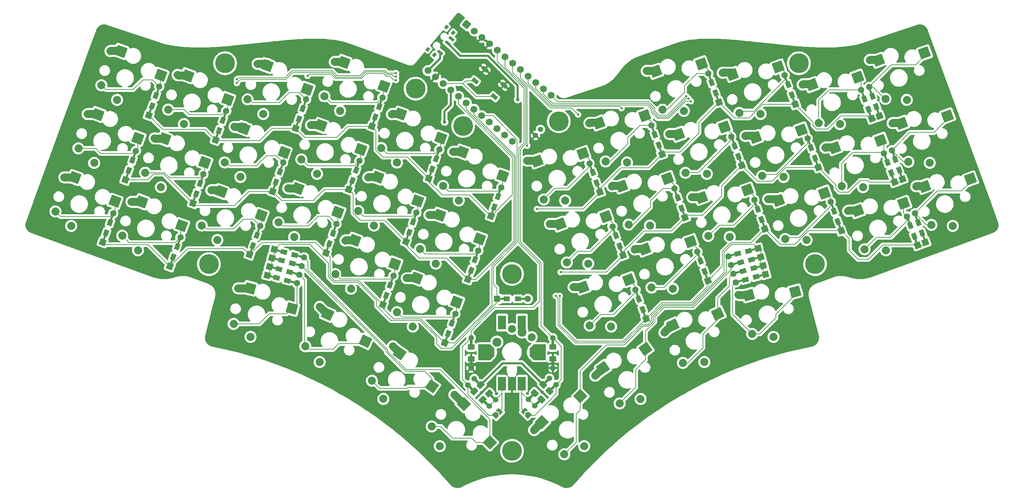
<source format=gbl>
G04 #@! TF.GenerationSoftware,KiCad,Pcbnew,(6.0.0)*
G04 #@! TF.CreationDate,2023-05-15T23:43:16+03:00*
G04 #@! TF.ProjectId,choctopus44,63686f63-746f-4707-9573-34342e6b6963,2.0*
G04 #@! TF.SameCoordinates,Original*
G04 #@! TF.FileFunction,Copper,L2,Bot*
G04 #@! TF.FilePolarity,Positive*
%FSLAX46Y46*%
G04 Gerber Fmt 4.6, Leading zero omitted, Abs format (unit mm)*
G04 Created by KiCad (PCBNEW (6.0.0)) date 2023-05-15 23:43:16*
%MOMM*%
%LPD*%
G01*
G04 APERTURE LIST*
G04 Aperture macros list*
%AMRoundRect*
0 Rectangle with rounded corners*
0 $1 Rounding radius*
0 $2 $3 $4 $5 $6 $7 $8 $9 X,Y pos of 4 corners*
0 Add a 4 corners polygon primitive as box body*
4,1,4,$2,$3,$4,$5,$6,$7,$8,$9,$2,$3,0*
0 Add four circle primitives for the rounded corners*
1,1,$1+$1,$2,$3*
1,1,$1+$1,$4,$5*
1,1,$1+$1,$6,$7*
1,1,$1+$1,$8,$9*
0 Add four rect primitives between the rounded corners*
20,1,$1+$1,$2,$3,$4,$5,0*
20,1,$1+$1,$4,$5,$6,$7,0*
20,1,$1+$1,$6,$7,$8,$9,0*
20,1,$1+$1,$8,$9,$2,$3,0*%
%AMHorizOval*
0 Thick line with rounded ends*
0 $1 width*
0 $2 $3 position (X,Y) of the first rounded end (center of the circle)*
0 $4 $5 position (X,Y) of the second rounded end (center of the circle)*
0 Add line between two ends*
20,1,$1,$2,$3,$4,$5,0*
0 Add two circle primitives to create the rounded ends*
1,1,$1,$2,$3*
1,1,$1,$4,$5*%
%AMRotRect*
0 Rectangle, with rotation*
0 The origin of the aperture is its center*
0 $1 length*
0 $2 width*
0 $3 Rotation angle, in degrees counterclockwise*
0 Add horizontal line*
21,1,$1,$2,0,0,$3*%
%AMOutline5P*
0 Free polygon, 5 corners , with rotation*
0 The origin of the aperture is its center*
0 number of corners: always 5*
0 $1 to $10 corner X, Y*
0 $11 Rotation angle, in degrees counterclockwise*
0 create outline with 5 corners*
4,1,5,$1,$2,$3,$4,$5,$6,$7,$8,$9,$10,$1,$2,$11*%
%AMOutline6P*
0 Free polygon, 6 corners , with rotation*
0 The origin of the aperture is its center*
0 number of corners: always 6*
0 $1 to $12 corner X, Y*
0 $13 Rotation angle, in degrees counterclockwise*
0 create outline with 6 corners*
4,1,6,$1,$2,$3,$4,$5,$6,$7,$8,$9,$10,$11,$12,$1,$2,$13*%
%AMOutline7P*
0 Free polygon, 7 corners , with rotation*
0 The origin of the aperture is its center*
0 number of corners: always 7*
0 $1 to $14 corner X, Y*
0 $15 Rotation angle, in degrees counterclockwise*
0 create outline with 7 corners*
4,1,7,$1,$2,$3,$4,$5,$6,$7,$8,$9,$10,$11,$12,$13,$14,$1,$2,$15*%
%AMOutline8P*
0 Free polygon, 8 corners , with rotation*
0 The origin of the aperture is its center*
0 number of corners: always 8*
0 $1 to $16 corner X, Y*
0 $17 Rotation angle, in degrees counterclockwise*
0 create outline with 8 corners*
4,1,8,$1,$2,$3,$4,$5,$6,$7,$8,$9,$10,$11,$12,$13,$14,$15,$16,$1,$2,$17*%
%AMFreePoly0*
4,1,6,1.000000,0.000000,0.499999,-0.750000,-0.499999,-0.750000,-0.499999,0.750000,0.499999,0.750000,1.000000,0.000000,1.000000,0.000000,$1*%
%AMFreePoly1*
4,1,6,0.499999,-0.750000,-0.649999,-0.750000,-0.150000,0.000000,-0.649999,0.750000,0.499999,0.750000,0.499999,-0.750000,0.499999,-0.750000,$1*%
G04 Aperture macros list end*
G04 #@! TA.AperFunction,WasherPad*
%ADD10C,5.000000*%
G04 #@! TD*
G04 #@! TA.AperFunction,SMDPad,CuDef*
%ADD11RotRect,2.600000X2.600000X345.000000*%
G04 #@! TD*
G04 #@! TA.AperFunction,ComponentPad*
%ADD12C,2.032000*%
G04 #@! TD*
G04 #@! TA.AperFunction,SMDPad,CuDef*
%ADD13RotRect,2.600000X2.600000X335.000000*%
G04 #@! TD*
G04 #@! TA.AperFunction,SMDPad,CuDef*
%ADD14RotRect,2.600000X2.600000X325.000000*%
G04 #@! TD*
G04 #@! TA.AperFunction,SMDPad,CuDef*
%ADD15RotRect,2.600000X2.600000X35.000000*%
G04 #@! TD*
G04 #@! TA.AperFunction,SMDPad,CuDef*
%ADD16RotRect,2.600000X2.600000X25.000000*%
G04 #@! TD*
G04 #@! TA.AperFunction,SMDPad,CuDef*
%ADD17RotRect,2.600000X2.600000X45.000000*%
G04 #@! TD*
G04 #@! TA.AperFunction,SMDPad,CuDef*
%ADD18RotRect,1.600000X1.200000X250.000000*%
G04 #@! TD*
G04 #@! TA.AperFunction,ComponentPad*
%ADD19RotRect,1.600000X1.600000X250.000000*%
G04 #@! TD*
G04 #@! TA.AperFunction,SMDPad,CuDef*
%ADD20RotRect,2.900000X0.500000X250.000000*%
G04 #@! TD*
G04 #@! TA.AperFunction,ComponentPad*
%ADD21C,1.600000*%
G04 #@! TD*
G04 #@! TA.AperFunction,ComponentPad*
%ADD22RotRect,1.600000X1.600000X290.000000*%
G04 #@! TD*
G04 #@! TA.AperFunction,SMDPad,CuDef*
%ADD23RotRect,1.600000X1.200000X290.000000*%
G04 #@! TD*
G04 #@! TA.AperFunction,SMDPad,CuDef*
%ADD24RotRect,2.900000X0.500000X290.000000*%
G04 #@! TD*
G04 #@! TA.AperFunction,ComponentPad*
%ADD25RotRect,1.600000X1.600000X165.000000*%
G04 #@! TD*
G04 #@! TA.AperFunction,SMDPad,CuDef*
%ADD26RotRect,1.600000X1.200000X165.000000*%
G04 #@! TD*
G04 #@! TA.AperFunction,SMDPad,CuDef*
%ADD27RotRect,2.900000X0.500000X165.000000*%
G04 #@! TD*
G04 #@! TA.AperFunction,ComponentPad*
%ADD28RotRect,1.600000X1.600000X15.000000*%
G04 #@! TD*
G04 #@! TA.AperFunction,SMDPad,CuDef*
%ADD29RotRect,1.600000X1.200000X15.000000*%
G04 #@! TD*
G04 #@! TA.AperFunction,SMDPad,CuDef*
%ADD30RotRect,2.900000X0.500000X15.000000*%
G04 #@! TD*
G04 #@! TA.AperFunction,SMDPad,CuDef*
%ADD31RotRect,2.600000X2.600000X15.000000*%
G04 #@! TD*
G04 #@! TA.AperFunction,SMDPad,CuDef*
%ADD32R,1.600000X1.200000*%
G04 #@! TD*
G04 #@! TA.AperFunction,ComponentPad*
%ADD33R,1.600000X1.600000*%
G04 #@! TD*
G04 #@! TA.AperFunction,SMDPad,CuDef*
%ADD34R,2.900000X0.500000*%
G04 #@! TD*
G04 #@! TA.AperFunction,SMDPad,CuDef*
%ADD35RotRect,2.600000X2.600000X315.000000*%
G04 #@! TD*
G04 #@! TA.AperFunction,ComponentPad*
%ADD36C,1.350000*%
G04 #@! TD*
G04 #@! TA.AperFunction,ComponentPad*
%ADD37HorizOval,1.350000X0.000000X0.000000X0.000000X0.000000X0*%
G04 #@! TD*
G04 #@! TA.AperFunction,SMDPad,CuDef*
%ADD38RotRect,2.600000X2.600000X340.000000*%
G04 #@! TD*
G04 #@! TA.AperFunction,SMDPad,CuDef*
%ADD39RotRect,2.600000X2.600000X20.000000*%
G04 #@! TD*
G04 #@! TA.AperFunction,WasherPad*
%ADD40Outline6P,-2.000000X2.000000X2.000000X2.000000X2.000000X-1.000000X1.000000X-2.000000X-1.000000X-2.000000X-2.000000X-1.000000X90.000000*%
G04 #@! TD*
G04 #@! TA.AperFunction,WasherPad*
%ADD41Outline6P,-2.000000X1.000000X-1.000000X2.000000X1.000000X2.000000X2.000000X1.000000X2.000000X-2.000000X-2.000000X-2.000000X90.000000*%
G04 #@! TD*
G04 #@! TA.AperFunction,ComponentPad*
%ADD42R,2.000000X3.500000*%
G04 #@! TD*
G04 #@! TA.AperFunction,ComponentPad*
%ADD43C,2.286000*%
G04 #@! TD*
G04 #@! TA.AperFunction,ComponentPad*
%ADD44C,2.000000*%
G04 #@! TD*
G04 #@! TA.AperFunction,SMDPad,CuDef*
%ADD45RotRect,1.700000X1.000000X320.000000*%
G04 #@! TD*
G04 #@! TA.AperFunction,SMDPad,CuDef*
%ADD46RotRect,1.000000X0.800000X50.000000*%
G04 #@! TD*
G04 #@! TA.AperFunction,SMDPad,CuDef*
%ADD47RotRect,0.700000X1.500000X50.000000*%
G04 #@! TD*
G04 #@! TA.AperFunction,ComponentPad*
%ADD48RotRect,1.752600X1.752600X320.000000*%
G04 #@! TD*
G04 #@! TA.AperFunction,ComponentPad*
%ADD49C,1.752600*%
G04 #@! TD*
G04 #@! TA.AperFunction,SMDPad,CuDef*
%ADD50FreePoly0,45.000000*%
G04 #@! TD*
G04 #@! TA.AperFunction,SMDPad,CuDef*
%ADD51FreePoly1,45.000000*%
G04 #@! TD*
G04 #@! TA.AperFunction,ComponentPad*
%ADD52C,1.400000*%
G04 #@! TD*
G04 #@! TA.AperFunction,SMDPad,CuDef*
%ADD53RotRect,2.000000X0.700000X315.000000*%
G04 #@! TD*
G04 #@! TA.AperFunction,SMDPad,CuDef*
%ADD54RoundRect,0.250001X-0.768977X-0.114905X-0.114905X-0.768977X0.768977X0.114905X0.114905X0.768977X0*%
G04 #@! TD*
G04 #@! TA.AperFunction,ComponentPad*
%ADD55HorizOval,1.400000X0.000000X0.000000X0.000000X0.000000X0*%
G04 #@! TD*
G04 #@! TA.AperFunction,SMDPad,CuDef*
%ADD56FreePoly0,135.000000*%
G04 #@! TD*
G04 #@! TA.AperFunction,SMDPad,CuDef*
%ADD57FreePoly1,135.000000*%
G04 #@! TD*
G04 #@! TA.AperFunction,SMDPad,CuDef*
%ADD58R,0.700000X2.000000*%
G04 #@! TD*
G04 #@! TA.AperFunction,SMDPad,CuDef*
%ADD59RoundRect,0.250001X-0.624999X0.462499X-0.624999X-0.462499X0.624999X-0.462499X0.624999X0.462499X0*%
G04 #@! TD*
G04 #@! TA.AperFunction,ComponentPad*
%ADD60O,1.400000X1.400000*%
G04 #@! TD*
G04 #@! TA.AperFunction,SMDPad,CuDef*
%ADD61RoundRect,0.250001X0.624999X-0.462499X0.624999X0.462499X-0.624999X0.462499X-0.624999X-0.462499X0*%
G04 #@! TD*
G04 #@! TA.AperFunction,SMDPad,CuDef*
%ADD62RotRect,2.000000X0.700000X225.000000*%
G04 #@! TD*
G04 #@! TA.AperFunction,SMDPad,CuDef*
%ADD63RoundRect,0.250001X-0.114905X0.768977X-0.768977X0.114905X0.114905X-0.768977X0.768977X-0.114905X0*%
G04 #@! TD*
G04 #@! TA.AperFunction,ComponentPad*
%ADD64HorizOval,1.400000X0.000000X0.000000X0.000000X0.000000X0*%
G04 #@! TD*
G04 #@! TA.AperFunction,SMDPad,CuDef*
%ADD65RoundRect,0.250001X0.114905X-0.768977X0.768977X-0.114905X-0.114905X0.768977X-0.768977X0.114905X0*%
G04 #@! TD*
G04 #@! TA.AperFunction,SMDPad,CuDef*
%ADD66RotRect,2.000000X0.700000X45.000000*%
G04 #@! TD*
G04 #@! TA.AperFunction,ComponentPad*
%ADD67HorizOval,1.400000X0.000000X0.000000X0.000000X0.000000X0*%
G04 #@! TD*
G04 #@! TA.AperFunction,ViaPad*
%ADD68C,0.600000*%
G04 #@! TD*
G04 #@! TA.AperFunction,ViaPad*
%ADD69C,0.900000*%
G04 #@! TD*
G04 #@! TA.AperFunction,Conductor*
%ADD70C,0.200000*%
G04 #@! TD*
G04 #@! TA.AperFunction,Conductor*
%ADD71C,0.500000*%
G04 #@! TD*
G04 #@! TA.AperFunction,Conductor*
%ADD72C,2.000000*%
G04 #@! TD*
G04 APERTURE END LIST*
D10*
X144660000Y-154500000D03*
D11*
X78372577Y-113338612D03*
D12*
X78468979Y-125632465D03*
X74182869Y-122309926D03*
D11*
X88959619Y-118453009D03*
D12*
X95963886Y-132012706D03*
D13*
X98003755Y-119888884D03*
X107541849Y-126764002D03*
D12*
X92319846Y-127996368D03*
D14*
X116213935Y-129756326D03*
D12*
X112099777Y-141341740D03*
D14*
X124413273Y-138183268D03*
D12*
X109208527Y-136753639D03*
X177213057Y-141342803D03*
D15*
X167733453Y-133514314D03*
D12*
X171912786Y-142490466D03*
D15*
X178456528Y-128691641D03*
D12*
X193355018Y-132013238D03*
D16*
X185378833Y-122657565D03*
D12*
X187935980Y-132223083D03*
D16*
X196776448Y-119770202D03*
D17*
X152233562Y-147264797D03*
D12*
X162928552Y-153328238D03*
X157908094Y-155378848D03*
D17*
X161956280Y-140653349D03*
D18*
X53549402Y-67169196D03*
D19*
X52694351Y-69518427D03*
D20*
X53173180Y-68202858D03*
D21*
X55362109Y-62188825D03*
D18*
X54507058Y-64538056D03*
D20*
X54883280Y-63504394D03*
X70111164Y-74418539D03*
D18*
X70487386Y-73384877D03*
D19*
X69632335Y-75734108D03*
D20*
X71821264Y-69720075D03*
D18*
X71445042Y-70753737D03*
D21*
X72300093Y-68404506D03*
D18*
X90733549Y-70456091D03*
D20*
X90357327Y-71489753D03*
D19*
X89878498Y-72805322D03*
D18*
X91691205Y-67824951D03*
D20*
X92067427Y-66791289D03*
D21*
X92546256Y-65475720D03*
D20*
X109690586Y-70991367D03*
D18*
X110066808Y-69957705D03*
D19*
X109211757Y-72306936D03*
D21*
X111879515Y-64977334D03*
D18*
X111024464Y-67326565D03*
D20*
X111400686Y-66292903D03*
D18*
X140155409Y-92736598D03*
D19*
X139300358Y-95085829D03*
D20*
X139779187Y-93770260D03*
D18*
X141113065Y-90105458D03*
D21*
X141968116Y-87756227D03*
D20*
X141489287Y-89071796D03*
D18*
X47633857Y-83502885D03*
D19*
X46778806Y-85852116D03*
D20*
X47257635Y-84536547D03*
D18*
X48591513Y-80871745D03*
D21*
X49446564Y-78522514D03*
D20*
X48967735Y-79838083D03*
D18*
X64721172Y-89415570D03*
D20*
X64344950Y-90449232D03*
D19*
X63866121Y-91764801D03*
D18*
X65678828Y-86784430D03*
D21*
X66533879Y-84435199D03*
D20*
X66055050Y-85750768D03*
D18*
X84916286Y-86459055D03*
D20*
X84540064Y-87492717D03*
D19*
X84061235Y-88808286D03*
D20*
X86250164Y-82794253D03*
D21*
X86728993Y-81478684D03*
D18*
X85873942Y-83827915D03*
D20*
X103868114Y-87023875D03*
D19*
X103389285Y-88339444D03*
D18*
X104244336Y-85990213D03*
D20*
X105578214Y-82325411D03*
D21*
X106057043Y-81009842D03*
D18*
X105201992Y-83359073D03*
D19*
X133471510Y-111096904D03*
D18*
X134326561Y-108747673D03*
D20*
X133950339Y-109781335D03*
D18*
X135284217Y-106116533D03*
D21*
X136139268Y-103767302D03*
D20*
X135660439Y-105082871D03*
X41544950Y-100349232D03*
D18*
X41921172Y-99315570D03*
D19*
X41066121Y-101664801D03*
D18*
X42878828Y-96684430D03*
D20*
X43255050Y-95650768D03*
D21*
X43733879Y-94335199D03*
D18*
X58921172Y-105415570D03*
D20*
X58544950Y-106449232D03*
D19*
X58066121Y-107764801D03*
D20*
X60255050Y-101750768D03*
D18*
X59878828Y-102784430D03*
D21*
X60733879Y-100435199D03*
D20*
X78707744Y-103523489D03*
D19*
X78228915Y-104839058D03*
D18*
X79083966Y-102489827D03*
D20*
X80417844Y-98825025D03*
D21*
X80896673Y-97509456D03*
D18*
X80041622Y-99858687D03*
D19*
X97549930Y-104379129D03*
D20*
X98028759Y-103063560D03*
D18*
X98404981Y-102029898D03*
D21*
X100217688Y-97049527D03*
D18*
X99362637Y-99398758D03*
D20*
X99738859Y-98365096D03*
D18*
X128505826Y-124770334D03*
D19*
X127650775Y-127119565D03*
D20*
X128129604Y-125803996D03*
D21*
X130318533Y-119789963D03*
D20*
X129839704Y-121105532D03*
D18*
X129463482Y-122139194D03*
D22*
X166952738Y-88987158D03*
D23*
X166097687Y-86637927D03*
D24*
X166473909Y-87671589D03*
X164763809Y-82973125D03*
D23*
X165140031Y-84006787D03*
D21*
X164284980Y-81657556D03*
D23*
X181792416Y-77057010D03*
D24*
X182168638Y-78090672D03*
D22*
X182647467Y-79406241D03*
D23*
X180834760Y-74425870D03*
D24*
X180458538Y-73392208D03*
D21*
X179979709Y-72076639D03*
D23*
X215519547Y-64357420D03*
D22*
X216374598Y-66706651D03*
D24*
X215895769Y-65391082D03*
X214185669Y-60692618D03*
D21*
X213706840Y-59377049D03*
D23*
X214561891Y-61726280D03*
D22*
X235733879Y-70364801D03*
D23*
X234878828Y-68015570D03*
D24*
X235255050Y-69049232D03*
D23*
X233921172Y-65384430D03*
D24*
X233544950Y-64350768D03*
D21*
X233066121Y-63035199D03*
D23*
X236866143Y-67302885D03*
D24*
X237242365Y-68336547D03*
D22*
X237721194Y-69652116D03*
D24*
X235532265Y-63638083D03*
D23*
X235908487Y-64671745D03*
D21*
X235053436Y-62322514D03*
D22*
X172781584Y-104998233D03*
D23*
X171926533Y-102649002D03*
D24*
X172302755Y-103682664D03*
D21*
X170113826Y-97668631D03*
D24*
X170592655Y-98984200D03*
D23*
X170968877Y-100017862D03*
X187599830Y-93061710D03*
D22*
X188454881Y-95410941D03*
D24*
X187976052Y-94095372D03*
D21*
X185787123Y-88081339D03*
D23*
X186642174Y-90430570D03*
D24*
X186265952Y-89396908D03*
D22*
X222191860Y-82709615D03*
D23*
X221336809Y-80360384D03*
D24*
X221713031Y-81394046D03*
D23*
X220379153Y-77729244D03*
D24*
X220002931Y-76695582D03*
D21*
X219524102Y-75380013D03*
D22*
X241521194Y-86452116D03*
D24*
X241042365Y-85136547D03*
D23*
X240666143Y-84102885D03*
D24*
X239332265Y-80438083D03*
D21*
X238853436Y-79122514D03*
D23*
X239708487Y-81471745D03*
D22*
X243527129Y-85701501D03*
D23*
X242672078Y-83352270D03*
D24*
X243048300Y-84385932D03*
D23*
X241714422Y-80721130D03*
D24*
X241338200Y-79687468D03*
D21*
X240859371Y-78371899D03*
D24*
X178127581Y-119709511D03*
D22*
X178606410Y-121025080D03*
D23*
X177751359Y-118675849D03*
D21*
X175938652Y-113695478D03*
D24*
X176417481Y-115011047D03*
D23*
X176793703Y-116044709D03*
X193413620Y-109044978D03*
D24*
X193789842Y-110078640D03*
D22*
X194268671Y-111394209D03*
D23*
X192455964Y-106413838D03*
D24*
X192079742Y-105380176D03*
D21*
X191600913Y-104064607D03*
D23*
X227169129Y-96391156D03*
D24*
X227545351Y-97424818D03*
D22*
X228024180Y-98740387D03*
D24*
X225835251Y-92726354D03*
D23*
X226211473Y-93760016D03*
D21*
X225356422Y-91410785D03*
D22*
X247333879Y-102464801D03*
D24*
X246855050Y-101149232D03*
D23*
X246478828Y-100115570D03*
X245521172Y-97484430D03*
D21*
X244666121Y-95135199D03*
D24*
X245144950Y-96450768D03*
D22*
X249333879Y-101664801D03*
D23*
X248478828Y-99315570D03*
D24*
X248855050Y-100349232D03*
D21*
X246666121Y-94335199D03*
D23*
X247521172Y-96684430D03*
D24*
X247144950Y-95650768D03*
D25*
X82680593Y-110028259D03*
D26*
X85095408Y-110675306D03*
D27*
X84032889Y-110390605D03*
D21*
X90214815Y-112047047D03*
D27*
X88862519Y-111684701D03*
D26*
X87800000Y-111400000D03*
D27*
X84632889Y-108190605D03*
D25*
X83280593Y-107828259D03*
D26*
X85695408Y-108475306D03*
X88400000Y-109200000D03*
D21*
X90814815Y-109847047D03*
D27*
X89462519Y-109484701D03*
D26*
X86295408Y-106275306D03*
D27*
X85232889Y-105990605D03*
D25*
X83880593Y-105628259D03*
D26*
X89000000Y-107000000D03*
D21*
X91414815Y-107647047D03*
D27*
X90062519Y-107284701D03*
D28*
X206967111Y-103190606D03*
D29*
X204552296Y-103837653D03*
D30*
X205614815Y-103552952D03*
D21*
X199432889Y-105209394D03*
D30*
X200785185Y-104847048D03*
D29*
X201847704Y-104562347D03*
X205252296Y-106037653D03*
D30*
X206314815Y-105752952D03*
D28*
X207667111Y-105390606D03*
D21*
X200132889Y-107409394D03*
D30*
X201485185Y-107047048D03*
D29*
X202547704Y-106762347D03*
D18*
X112839474Y-115143649D03*
D20*
X112463252Y-116177311D03*
D19*
X111984423Y-117492880D03*
D20*
X114173352Y-111478847D03*
D21*
X114652181Y-110163278D03*
D18*
X113797130Y-112512509D03*
X124460679Y-83155681D03*
D19*
X123605628Y-85504912D03*
D20*
X124084457Y-84189343D03*
D21*
X126273386Y-78175310D03*
D18*
X125418335Y-80524541D03*
D20*
X125794557Y-79490879D03*
X118277042Y-100194043D03*
D19*
X117798213Y-101509612D03*
D18*
X118653264Y-99160381D03*
D21*
X120465971Y-94180010D03*
D18*
X119610920Y-96529241D03*
D20*
X119987142Y-95495579D03*
D10*
X144660000Y-109680000D03*
D24*
X208219037Y-96965824D03*
D22*
X208697866Y-98281393D03*
D23*
X207842815Y-95932162D03*
D24*
X206508937Y-92267360D03*
D23*
X206885159Y-93301022D03*
D21*
X206030108Y-90951791D03*
D23*
X202008759Y-79891542D03*
D24*
X202384981Y-80925204D03*
D22*
X202863810Y-82240773D03*
D21*
X200196052Y-74911171D03*
D23*
X201051103Y-77260402D03*
D24*
X200674881Y-76226740D03*
D23*
X196186287Y-63859034D03*
D24*
X196562509Y-64892696D03*
D22*
X197041338Y-66208265D03*
D24*
X194852409Y-60194232D03*
D21*
X194373580Y-58878663D03*
D23*
X195228631Y-61227894D03*
D12*
X210853275Y-125632704D03*
D31*
X204622863Y-115034116D03*
X216348708Y-114169793D03*
D12*
X205480126Y-124898355D03*
D29*
X205852296Y-108237653D03*
D28*
X208267111Y-107590606D03*
D30*
X206914815Y-107952952D03*
X202085185Y-109247048D03*
D29*
X203147704Y-108962347D03*
D21*
X200732889Y-109609394D03*
D30*
X207514815Y-110152952D03*
D28*
X208867111Y-109790606D03*
D29*
X206452296Y-110437653D03*
X203747704Y-111162347D03*
D30*
X202685185Y-111447048D03*
D21*
X201332889Y-111809394D03*
D32*
X143350000Y-116000000D03*
D33*
X140850000Y-116000000D03*
D34*
X142250000Y-116000000D03*
D32*
X146150000Y-116000000D03*
D21*
X148650000Y-116000000D03*
D34*
X147250000Y-116000000D03*
D12*
X126390702Y-153327737D03*
D35*
X132454143Y-142632747D03*
X139065591Y-152355465D03*
D12*
X124340092Y-148307279D03*
D27*
X85832889Y-103852952D03*
D26*
X86895408Y-104137653D03*
D25*
X84480593Y-103490606D03*
D27*
X90662519Y-105147048D03*
D26*
X89600000Y-104862347D03*
D21*
X92014815Y-105509394D03*
D10*
X217300000Y-56300000D03*
X72020000Y-56300000D03*
D36*
X151885575Y-73067911D03*
D37*
X150600000Y-74600000D03*
D12*
X89517079Y-100311699D03*
D38*
X90492525Y-88056226D03*
X100593530Y-94073882D03*
D12*
X85536858Y-96628244D03*
D38*
X56768044Y-75457678D03*
D12*
X55792598Y-87713151D03*
X51812377Y-84029696D03*
D38*
X66869049Y-81475334D03*
D39*
X249124028Y-87510386D03*
D12*
X256254460Y-97525627D03*
X250837754Y-97262374D03*
D39*
X260729922Y-85627377D03*
D12*
X33063370Y-97531870D03*
D38*
X34038816Y-85276397D03*
D12*
X29083149Y-93848415D03*
D38*
X44139821Y-91294053D03*
D12*
X233527625Y-87713486D03*
D39*
X226397193Y-77698245D03*
D12*
X228110919Y-87450233D03*
D39*
X238003087Y-75815236D03*
X206298541Y-75106400D03*
D12*
X213428973Y-85121641D03*
X208012267Y-84858388D03*
D39*
X217904435Y-73223391D03*
D12*
X70076908Y-101096080D03*
D38*
X71052354Y-88840607D03*
D12*
X66096687Y-97412625D03*
D38*
X81153359Y-94858263D03*
X39853159Y-69301622D03*
D12*
X38877713Y-81557095D03*
D38*
X49954164Y-75319278D03*
D12*
X34897492Y-77873640D03*
X179600354Y-97434251D03*
D39*
X172469922Y-87419010D03*
D12*
X174183648Y-97170998D03*
D39*
X184075816Y-85536001D03*
X237495343Y-55560837D03*
D12*
X244625775Y-65576078D03*
D39*
X249101237Y-53677828D03*
D12*
X239209069Y-65312825D03*
X163947159Y-107056148D03*
D39*
X156816727Y-97040907D03*
X168422621Y-95157898D03*
D12*
X158530453Y-106792895D03*
X169761502Y-123030922D03*
D39*
X162631070Y-113015681D03*
D12*
X164344796Y-122767669D03*
D39*
X174236964Y-111132672D03*
D12*
X103905527Y-113408691D03*
D38*
X104880973Y-101153218D03*
X114981978Y-107170874D03*
D12*
X99925306Y-109725236D03*
D10*
X221400000Y-107200000D03*
D38*
X76866696Y-72865833D03*
D12*
X75891250Y-85121306D03*
D38*
X86967701Y-78883489D03*
D12*
X71911029Y-81437851D03*
D38*
X96306867Y-72081452D03*
D12*
X95331421Y-84336925D03*
D38*
X106407872Y-78099108D03*
D12*
X91351200Y-80653470D03*
X125373064Y-107055814D03*
D38*
X126348510Y-94800341D03*
X136449515Y-100817997D03*
D12*
X121392843Y-103372359D03*
X101145763Y-68362150D03*
D38*
X102121209Y-56106677D03*
D12*
X97165542Y-64678695D03*
D38*
X112222214Y-62124333D03*
X45667501Y-53326848D03*
D12*
X44692055Y-65582321D03*
D38*
X55768506Y-59344504D03*
D12*
X40711834Y-61898866D03*
D38*
X116509658Y-69203669D03*
D12*
X115534212Y-81459142D03*
X111553991Y-77775687D03*
D38*
X126610663Y-75221325D03*
D39*
X212112883Y-91081175D03*
D12*
X219243315Y-101096416D03*
X213826609Y-100833163D03*
D39*
X223718777Y-89198166D03*
D12*
X185414697Y-113409026D03*
D39*
X178284265Y-103393785D03*
D12*
X179997991Y-113145773D03*
D39*
X189890159Y-101510776D03*
D12*
X188173861Y-68361710D03*
D39*
X181043429Y-58346469D03*
X192649323Y-56463460D03*
D12*
X182757155Y-68098457D03*
X81705593Y-69146531D03*
D38*
X82681039Y-56891058D03*
D12*
X77725372Y-65463076D03*
D38*
X92782044Y-62908714D03*
D12*
X227713282Y-71738711D03*
D39*
X220582850Y-61723470D03*
X232188744Y-59840461D03*
D12*
X222296576Y-71475458D03*
D10*
X156500000Y-71000000D03*
D40*
X138160000Y-129500000D03*
D41*
X151160000Y-129500000D03*
D42*
X142160000Y-137500000D03*
X147160000Y-137500000D03*
X144660000Y-137500000D03*
D43*
X147200000Y-124420000D03*
D44*
X149660000Y-125700000D03*
D42*
X147160000Y-122000000D03*
D43*
X140850000Y-126960000D03*
D44*
X144660000Y-123600000D03*
D42*
X142160000Y-122000000D03*
D12*
X199802546Y-100311259D03*
D39*
X192672114Y-90296018D03*
D12*
X194385840Y-100048006D03*
D39*
X204278008Y-88413009D03*
D12*
X119558722Y-123030588D03*
D38*
X120534168Y-110775115D03*
D12*
X115578501Y-119347133D03*
D38*
X130635173Y-116792771D03*
X110695316Y-85178443D03*
D12*
X109719870Y-97433916D03*
D38*
X120796321Y-91196099D03*
D12*
X105739649Y-93750461D03*
D39*
X243309685Y-71535611D03*
D12*
X250440117Y-81550852D03*
D39*
X254915579Y-69652602D03*
D12*
X245023411Y-81287599D03*
X49978255Y-103687926D03*
D38*
X50953701Y-91432453D03*
D12*
X45998034Y-100004471D03*
D38*
X61054706Y-97450109D03*
D39*
X166655580Y-71444236D03*
D12*
X173786012Y-81459477D03*
D39*
X178261474Y-69561227D03*
D12*
X168369306Y-81196224D03*
X131187407Y-91081039D03*
D38*
X132162853Y-78825566D03*
D12*
X127207186Y-87397584D03*
D38*
X142263858Y-84843222D03*
X62582386Y-59482904D03*
D12*
X61606940Y-71738377D03*
X57626719Y-68054922D03*
D38*
X72683391Y-65500560D03*
D39*
X186857771Y-74321243D03*
D12*
X193988203Y-84336484D03*
D39*
X198463665Y-72438234D03*
D12*
X188571497Y-84073231D03*
D39*
X232211535Y-93673019D03*
D12*
X239341967Y-103688260D03*
X233925261Y-103425007D03*
D39*
X243817429Y-91790010D03*
D10*
X120250000Y-62750000D03*
X132300000Y-72200000D03*
D39*
X200484198Y-59131626D03*
D12*
X207614630Y-69146867D03*
X202197924Y-68883614D03*
D39*
X212090092Y-57248617D03*
D12*
X158132817Y-91081373D03*
D39*
X151002385Y-81066132D03*
D12*
X152716111Y-90818120D03*
D39*
X162608279Y-79183123D03*
D45*
X135338541Y-60747044D03*
X140164621Y-64796606D03*
X137781133Y-57836076D03*
X142607213Y-61885638D03*
D46*
X125051340Y-54201851D03*
X123358382Y-52781290D03*
X128050731Y-47189166D03*
X129743689Y-48609726D03*
D47*
X126449171Y-53547200D03*
X128377534Y-51249067D03*
X129341716Y-50100000D03*
D48*
X133169278Y-46499339D03*
D49*
X135115031Y-48132020D03*
X137060783Y-49764700D03*
X139006536Y-51397381D03*
X140952289Y-53030062D03*
X142898042Y-54662742D03*
X144843795Y-56295423D03*
X146789548Y-57928103D03*
X148735301Y-59560784D03*
X150681054Y-61193464D03*
X152626807Y-62826145D03*
X154572559Y-64458825D03*
X144776476Y-76133343D03*
X142830723Y-74500662D03*
X140884971Y-72867982D03*
X138939218Y-71235301D03*
X136993465Y-69602620D03*
X135047712Y-67969940D03*
X133101959Y-66337259D03*
X131156206Y-64704579D03*
X129210453Y-63071898D03*
X127264700Y-61439218D03*
X125318947Y-59806537D03*
X123373195Y-58173857D03*
D50*
X140465381Y-145559619D03*
D51*
X141490685Y-144534315D03*
D52*
X133488058Y-137806452D03*
D53*
X134277290Y-138600692D03*
D54*
X135134657Y-139458059D03*
X137238299Y-141561701D03*
D53*
X138095666Y-142419068D03*
D55*
X138876212Y-143194606D03*
D56*
X148825304Y-145500000D03*
D57*
X147800000Y-144474696D03*
D58*
X155000000Y-127000000D03*
D52*
X155003541Y-125880317D03*
D59*
X155000000Y-128212500D03*
D58*
X155000000Y-132400000D03*
D59*
X155000000Y-131187500D03*
D60*
X155003541Y-133500317D03*
D58*
X134300000Y-132400000D03*
D52*
X134296459Y-133519683D03*
D61*
X134300000Y-131187500D03*
X134300000Y-128212500D03*
D60*
X134296459Y-125899683D03*
D58*
X134300000Y-127000000D03*
D52*
X135101580Y-136196572D03*
D54*
X136748179Y-137848179D03*
D53*
X135890812Y-136990812D03*
D54*
X138851821Y-139951821D03*
D55*
X140489734Y-141584726D03*
D53*
X139709188Y-140809188D03*
D52*
X155829774Y-137727926D03*
D62*
X155035534Y-138517158D03*
D63*
X154178167Y-139374525D03*
X152074525Y-141478167D03*
D64*
X150441620Y-143116080D03*
D62*
X151217158Y-142335534D03*
D65*
X150448179Y-139851821D03*
D52*
X148796572Y-141498420D03*
D66*
X149590812Y-140709188D03*
D65*
X152551821Y-137748179D03*
D66*
X153409188Y-136890812D03*
D67*
X154184726Y-136110266D03*
D10*
X67920000Y-107200000D03*
D68*
X151000000Y-93250000D03*
X157000000Y-109250000D03*
X156750000Y-115250000D03*
D69*
X127600000Y-71200000D03*
D68*
X213500000Y-63750000D03*
X144750000Y-126000000D03*
X117750000Y-97250000D03*
X196000000Y-114500000D03*
X135400000Y-114900000D03*
X144740000Y-121020000D03*
X237600000Y-83700000D03*
X211100000Y-108100000D03*
X178400000Y-64400000D03*
X183000000Y-132700000D03*
X111750000Y-113250000D03*
X127750000Y-123000000D03*
X143800000Y-67200000D03*
X139250000Y-91000000D03*
X101600000Y-70900000D03*
X45900000Y-88600000D03*
X123000000Y-129500000D03*
X158900000Y-122400000D03*
X58000000Y-103500000D03*
X160200000Y-131400000D03*
X123500000Y-81250000D03*
X225250000Y-95750000D03*
X63600000Y-87800000D03*
X94300000Y-113800000D03*
X128800000Y-54400000D03*
X228000000Y-101900000D03*
X52000000Y-71800000D03*
X219500000Y-79500000D03*
X243400000Y-88600000D03*
X191300000Y-69800000D03*
X144800000Y-113700000D03*
X250400000Y-66200000D03*
X125300000Y-68700000D03*
X133500000Y-107000000D03*
X132000000Y-58700000D03*
X232000000Y-67400000D03*
X144750000Y-140750000D03*
X162200000Y-76000000D03*
X106900000Y-132000000D03*
X203900000Y-85400000D03*
X78100000Y-100700000D03*
X115300000Y-58800000D03*
X148500000Y-81000000D03*
X43000000Y-53250000D03*
X75000000Y-60400000D03*
X37200000Y-69200000D03*
X31327408Y-85227408D03*
X160250000Y-113000000D03*
X148500000Y-77200000D03*
X154250000Y-97000000D03*
X150250000Y-149250000D03*
X60000000Y-59250000D03*
X164250000Y-71500000D03*
X161400000Y-69300000D03*
X115300000Y-59700000D03*
X165750000Y-135500000D03*
X48344567Y-91405433D03*
X175750000Y-103500000D03*
X170000000Y-87500000D03*
X75000000Y-61300000D03*
X54183299Y-75316701D03*
X115282185Y-60587912D03*
X80250000Y-56500000D03*
X172400000Y-67700000D03*
X183250000Y-124500000D03*
X92900000Y-59500000D03*
X68519003Y-88480997D03*
X75338612Y-113338612D03*
X190250000Y-90250000D03*
X184500000Y-74250000D03*
X178750000Y-58250000D03*
X74419003Y-72419003D03*
X202000000Y-115000000D03*
X198000000Y-58750000D03*
X93750000Y-72000000D03*
X189949832Y-65928329D03*
X203750000Y-74750000D03*
X96000000Y-118000000D03*
X209500000Y-90750000D03*
X99787514Y-55962486D03*
X88000000Y-88000000D03*
X229750000Y-93750000D03*
X114500000Y-128000000D03*
X102500000Y-101250000D03*
X189350000Y-65250000D03*
X218250000Y-61750000D03*
X108250000Y-85250000D03*
X224000000Y-77750000D03*
X114250000Y-69250000D03*
X235250000Y-55500000D03*
X118025115Y-110775115D03*
X188777884Y-64650500D03*
X247000000Y-87500000D03*
X130071396Y-140250000D03*
X129758621Y-78741379D03*
X241000000Y-71500000D03*
X123752454Y-94752454D03*
X155750000Y-115250000D03*
D69*
X146100000Y-65500000D03*
D70*
X55678749Y-61872185D02*
X55362109Y-62188825D01*
X51241694Y-60485954D02*
X48761176Y-62966472D01*
X55362109Y-62188825D02*
X53659238Y-60485954D01*
X55678749Y-59191633D02*
X55678749Y-61872185D01*
X53659238Y-60485954D02*
X51241694Y-60485954D01*
X41864906Y-62988824D02*
X48761176Y-62988824D01*
X48761176Y-62966472D02*
X48761176Y-62988824D01*
X40622077Y-61745995D02*
X41864906Y-62988824D01*
X131156206Y-64704579D02*
X131156206Y-66586218D01*
X89878498Y-72805322D02*
X83894678Y-72805322D01*
X123605628Y-85504912D02*
X123605628Y-86356254D01*
X103106936Y-72306936D02*
X109211757Y-72306936D01*
X144753727Y-89632461D02*
X139300358Y-95085829D01*
X123605628Y-86356254D02*
X126930715Y-89681341D01*
X92204265Y-75131089D02*
X100282783Y-75131089D01*
X100282783Y-75131089D02*
X103106936Y-72306936D01*
X56229812Y-73053888D02*
X66952114Y-73053888D01*
X123605628Y-85504912D02*
X118201140Y-80100424D01*
X126930715Y-89681341D02*
X133895870Y-89681341D01*
X66952114Y-73053888D02*
X69632335Y-75734108D01*
X110217843Y-73313022D02*
X109211757Y-72306936D01*
X144753727Y-80183739D02*
X144753727Y-89632461D01*
X89878498Y-72805322D02*
X92204265Y-75131089D01*
X118201140Y-80100424D02*
X112018313Y-80100424D01*
X110217843Y-78299954D02*
X110217843Y-73313022D01*
X133895870Y-89681341D02*
X139300358Y-95085829D01*
X131156206Y-66586218D02*
X144753727Y-80183739D01*
X52694351Y-69518427D02*
X56229812Y-73053888D01*
X69813697Y-75915470D02*
X80784530Y-75915470D01*
X112018313Y-80100424D02*
X110217843Y-78299954D01*
X80784530Y-75915470D02*
X83894678Y-72805322D01*
X69632335Y-75734108D02*
X69813697Y-75915470D01*
X72662048Y-68114205D02*
X72345408Y-68430845D01*
X72662048Y-65433653D02*
X72662048Y-68114205D01*
X57626719Y-68054922D02*
X61654922Y-68054922D01*
X61654922Y-68054922D02*
X62955723Y-69355723D01*
X71348876Y-69355723D02*
X72300093Y-68404506D01*
X62955723Y-69355723D02*
X71348876Y-69355723D01*
X79049053Y-66275719D02*
X77806224Y-65032890D01*
X92546256Y-65475720D02*
X90843385Y-63772849D01*
X90843385Y-63772849D02*
X88278589Y-63772849D01*
X88278589Y-63772849D02*
X85775719Y-66275719D01*
X92897752Y-65153182D02*
X92581112Y-65469822D01*
X85775719Y-66275719D02*
X79049053Y-66275719D01*
X92897752Y-62472630D02*
X92897752Y-65153182D01*
X112175347Y-62084650D02*
X112175347Y-64765202D01*
X111879515Y-64977334D02*
X110574942Y-66281907D01*
X110574942Y-66281907D02*
X98886886Y-66281907D01*
X112175347Y-64765202D02*
X111858707Y-65081842D01*
X98886886Y-66281907D02*
X97139483Y-64534504D01*
X126652943Y-75202144D02*
X126652943Y-77882696D01*
X126273386Y-78175310D02*
X125224133Y-79224563D01*
X113025437Y-79224563D02*
X111533354Y-77732480D01*
X125224133Y-79224563D02*
X113025437Y-79224563D01*
X126652943Y-77882696D02*
X126336303Y-78199336D01*
X142307214Y-87477580D02*
X141990574Y-87794220D01*
X128507987Y-88698385D02*
X141025958Y-88698385D01*
X142307214Y-84797028D02*
X142307214Y-87477580D01*
X141025958Y-88698385D02*
X141968116Y-87756227D01*
X127207186Y-87397584D02*
X128507987Y-88698385D01*
X121129675Y-105692416D02*
X128067022Y-105692416D01*
X52452116Y-85852116D02*
X46778806Y-85852116D01*
X86358813Y-91105863D02*
X94394137Y-91105863D01*
X74929082Y-91890244D02*
X77991714Y-88827612D01*
X84061235Y-88808286D02*
X86358813Y-91105863D01*
X133101959Y-66337259D02*
X133101959Y-67966965D01*
X117798213Y-101509612D02*
X112393725Y-96105124D01*
X117798213Y-102360954D02*
X121129675Y-105692416D01*
X56530536Y-84429216D02*
X53875016Y-84429216D01*
X53875016Y-84429216D02*
X52452116Y-85852116D01*
X94394137Y-91105863D02*
X97160556Y-88339444D01*
X117798213Y-101509612D02*
X117798213Y-102360954D01*
X104410428Y-94282084D02*
X104410428Y-89360587D01*
X74430360Y-92388966D02*
X75909663Y-90909663D01*
X63866121Y-91764801D02*
X56530536Y-84429216D01*
X112393725Y-96105124D02*
X106233468Y-96105124D01*
X64490286Y-92388966D02*
X74430360Y-92388966D01*
X135503096Y-111096904D02*
X133471510Y-111096904D01*
X63866121Y-91764801D02*
X64490286Y-92388966D01*
X77991714Y-88827612D02*
X77991714Y-88808286D01*
X145153247Y-80018253D02*
X145153247Y-101446753D01*
X97160556Y-88339444D02*
X103389285Y-88339444D01*
X104410428Y-89360587D02*
X103389285Y-88339444D01*
X128067022Y-105692416D02*
X133471510Y-111096904D01*
X106233468Y-96105124D02*
X104410428Y-94282084D01*
X133101959Y-67966965D02*
X145153247Y-80018253D01*
X84061235Y-88808286D02*
X77991714Y-88808286D01*
X145153247Y-101446753D02*
X135503096Y-111096904D01*
X49954164Y-75319278D02*
X49954164Y-78014914D01*
X49954164Y-78014914D02*
X49446564Y-78522514D01*
X40525559Y-79174441D02*
X48794637Y-79174441D01*
X34897492Y-77873640D02*
X39224758Y-77873640D01*
X39224758Y-77873640D02*
X40525559Y-79174441D01*
X48794637Y-79174441D02*
X49446564Y-78522514D01*
X66869049Y-84100029D02*
X66533879Y-84435199D01*
X51812377Y-84029696D02*
X56729696Y-84029696D01*
X66869049Y-81475334D02*
X66869049Y-84100029D01*
X56729696Y-84029696D02*
X58030497Y-85330497D01*
X65638581Y-85330497D02*
X66533879Y-84435199D01*
X58030497Y-85330497D02*
X65638581Y-85330497D01*
X82500000Y-79750000D02*
X79993345Y-82256655D01*
X71988962Y-81035854D02*
X73209763Y-82256655D01*
X87045634Y-78481492D02*
X87045634Y-81162043D01*
X73209763Y-82256655D02*
X79993345Y-82256655D01*
X85000309Y-79750000D02*
X82500000Y-79750000D01*
X87045634Y-81162043D02*
X86728993Y-81478684D01*
X86728993Y-81478684D02*
X85000309Y-79750000D01*
X106373683Y-80693202D02*
X106057043Y-81009842D01*
X104810230Y-82256655D02*
X106057043Y-81009842D01*
X106165904Y-81191252D02*
X106220118Y-81137038D01*
X93006655Y-82256655D02*
X104810230Y-82256655D01*
X91317011Y-80567011D02*
X93006655Y-82256655D01*
X106373683Y-78012649D02*
X106373683Y-80693202D01*
X120782611Y-91182818D02*
X120782611Y-93863370D01*
X119594719Y-95051262D02*
X120465971Y-94180010D01*
X107040020Y-95051262D02*
X119594719Y-95051262D01*
X120782611Y-93863370D02*
X120465971Y-94180010D01*
X105725939Y-93737180D02*
X107040020Y-95051262D01*
X136455909Y-100770110D02*
X136455909Y-103450661D01*
X135233410Y-104673160D02*
X136139268Y-103767302D01*
X121392843Y-103372359D02*
X122693644Y-104673160D01*
X122693644Y-104673160D02*
X135233410Y-104673160D01*
X136455909Y-103450661D02*
X136139268Y-103767302D01*
X145552767Y-79852767D02*
X145552767Y-101612239D01*
X121578664Y-121047454D02*
X127650775Y-127119565D01*
X41690286Y-102288966D02*
X52590286Y-102288966D01*
X58066121Y-107764801D02*
X62530922Y-103300000D01*
X111984423Y-117492880D02*
X111984423Y-118344222D01*
X111984423Y-118344222D02*
X114687654Y-121047454D01*
X135047712Y-67969940D02*
X135047712Y-69347712D01*
X81294336Y-101773637D02*
X94944438Y-101773637D01*
X76689857Y-103300000D02*
X78228915Y-104839058D01*
X105917099Y-111425557D02*
X111984423Y-117492880D01*
X135047712Y-69347712D02*
X145552767Y-79852767D01*
X78228915Y-104839058D02*
X81294336Y-101773637D01*
X94944438Y-101773637D02*
X97549930Y-104379129D01*
X98596639Y-110265352D02*
X99756843Y-111425557D01*
X99756843Y-111425557D02*
X105917099Y-111425557D01*
X114687654Y-121047454D02*
X121578664Y-121047454D01*
X98596639Y-105425838D02*
X98596639Y-110265352D01*
X139567497Y-107597509D02*
X139567497Y-117667497D01*
X41066121Y-101664801D02*
X41690286Y-102288966D01*
X62530922Y-103300000D02*
X76689857Y-103300000D01*
X52590286Y-102288966D02*
X58066121Y-107764801D01*
X97549930Y-104379129D02*
X98596639Y-105425838D01*
X130115429Y-127119565D02*
X127650775Y-127119565D01*
X145552767Y-101612239D02*
X139567497Y-107597509D01*
X139567497Y-117667497D02*
X130115429Y-127119565D01*
X44139821Y-93929257D02*
X43733879Y-94335199D01*
X44139821Y-91294053D02*
X44139821Y-93929257D01*
X30383950Y-95149216D02*
X29083149Y-93848415D01*
X43733879Y-94335199D02*
X42919862Y-95149216D01*
X42919862Y-95149216D02*
X30383950Y-95149216D01*
X59418310Y-101750768D02*
X60733879Y-100435199D01*
X60733879Y-100435199D02*
X60733879Y-97770936D01*
X45998034Y-100004471D02*
X47744331Y-101750768D01*
X47744331Y-101750768D02*
X59418310Y-101750768D01*
X60733879Y-97770936D02*
X61054706Y-97450109D01*
X81213313Y-97192816D02*
X80896673Y-97509456D01*
X80896673Y-97509456D02*
X79193802Y-95806585D01*
X76693415Y-95806585D02*
X74212573Y-98287427D01*
X66156641Y-97066626D02*
X67377442Y-98287427D01*
X79193802Y-95806585D02*
X76693415Y-95806585D01*
X67377442Y-98287427D02*
X74212573Y-98287427D01*
X81213313Y-94512264D02*
X81213313Y-97192816D01*
X100534329Y-94052335D02*
X100534329Y-96732886D01*
X100217688Y-97049527D02*
X98268160Y-95100000D01*
X98268160Y-95100000D02*
X95600000Y-95100000D01*
X100534329Y-96732886D02*
X100217688Y-97049527D01*
X86408614Y-97500000D02*
X85536858Y-96628244D01*
X93200000Y-97500000D02*
X86408614Y-97500000D01*
X95600000Y-95100000D02*
X93200000Y-97500000D01*
X114968822Y-109846637D02*
X114652181Y-110163278D01*
X113789422Y-111026037D02*
X114652181Y-110163278D01*
X114968822Y-107166086D02*
X114968822Y-109846637D01*
X101217739Y-111026037D02*
X113789422Y-111026037D01*
X99912150Y-109720448D02*
X101217739Y-111026037D01*
X130635173Y-119473323D02*
X130318533Y-119789963D01*
X115578501Y-119347133D02*
X116879302Y-120647934D01*
X130635173Y-116792771D02*
X130635173Y-119473323D01*
X116879302Y-120647934D02*
X129460562Y-120647934D01*
X129460562Y-120647934D02*
X130318533Y-119789963D01*
X83880593Y-105628259D02*
X83880593Y-107228259D01*
X93416866Y-102173157D02*
X98197119Y-106953410D01*
X83280593Y-107828259D02*
X83280593Y-109428259D01*
X83280593Y-109428259D02*
X82680593Y-110028259D01*
X98197119Y-110430838D02*
X98197119Y-107202881D01*
X145952287Y-77047713D02*
X145952287Y-101777725D01*
X140850000Y-116950000D02*
X129300000Y-128500000D01*
X88273157Y-102173157D02*
X85798042Y-102173157D01*
X105751614Y-111825077D02*
X99591358Y-111825077D01*
X136993465Y-69602620D02*
X139908602Y-69602620D01*
X125633102Y-125666898D02*
X121413178Y-121446974D01*
X121413178Y-121446974D02*
X114011425Y-121446974D01*
X85798042Y-102173157D02*
X84480593Y-103490606D01*
X126700000Y-128500000D02*
X125633102Y-127433102D01*
X98197120Y-110430839D02*
X98197119Y-110430838D01*
X139967017Y-107762995D02*
X139967017Y-112367017D01*
X106713268Y-112786731D02*
X105751614Y-111825077D01*
X140850000Y-113250000D02*
X140850000Y-116000000D01*
X140850000Y-116000000D02*
X140850000Y-116950000D01*
X114011425Y-121446974D02*
X110363268Y-117798817D01*
X84480593Y-105028259D02*
X83880593Y-105628259D01*
X145952287Y-101777725D02*
X139967017Y-107762995D01*
X88273157Y-102173157D02*
X93416866Y-102173157D01*
X83880593Y-107228259D02*
X83280593Y-107828259D01*
X110363268Y-117798817D02*
X110363268Y-116436731D01*
X139908602Y-69602620D02*
X145952287Y-75646305D01*
X139967017Y-112367017D02*
X140850000Y-113250000D01*
X98197119Y-106953410D02*
X98197119Y-107202881D01*
X145952287Y-75646305D02*
X145952287Y-77047713D01*
X110363268Y-116436731D02*
X106713268Y-112786731D01*
X125633102Y-127433102D02*
X125633102Y-125666898D01*
X99591358Y-111825077D02*
X98197120Y-110430839D01*
X84480593Y-103490606D02*
X84480593Y-105028259D01*
X129300000Y-128500000D02*
X126700000Y-128500000D01*
X164284980Y-80796535D02*
X164284980Y-81657556D01*
X152695213Y-90733933D02*
X155481652Y-87947494D01*
X164284980Y-82465093D02*
X164284980Y-81657556D01*
X155481652Y-87947494D02*
X158802579Y-87947494D01*
X158802579Y-87947494D02*
X164284980Y-82465093D01*
X162587381Y-79098936D02*
X164284980Y-80796535D01*
X173932750Y-76817250D02*
X169596984Y-81153016D01*
X178282110Y-69518019D02*
X179979709Y-71215618D01*
X179979709Y-72076639D02*
X177060581Y-72076639D01*
X173932750Y-75204470D02*
X173932750Y-76817250D01*
X177060581Y-72076639D02*
X173932750Y-75204470D01*
X169596984Y-81153016D02*
X168389942Y-81153016D01*
X179979709Y-71215618D02*
X179979709Y-72076639D01*
X191454452Y-58878663D02*
X188326621Y-62006494D01*
X184050531Y-67955040D02*
X182783813Y-67955040D01*
X194373580Y-58878663D02*
X191454452Y-58878663D01*
X188326621Y-62006494D02*
X188326621Y-63678950D01*
X194373580Y-58017642D02*
X194373580Y-58878663D01*
X192675981Y-56320043D02*
X194373580Y-58017642D01*
X188326621Y-63678950D02*
X184050531Y-67955040D01*
X213706840Y-58516028D02*
X213706840Y-59377049D01*
X205843954Y-68453426D02*
X213706840Y-60590540D01*
X212009241Y-56818429D02*
X213706840Y-58516028D01*
X202117073Y-68453426D02*
X205843954Y-68453426D01*
X213706840Y-60590540D02*
X213706840Y-59377049D01*
X224967007Y-63032993D02*
X222296576Y-65703424D01*
X222296576Y-65703424D02*
X222296576Y-71475458D01*
X233063915Y-63032993D02*
X224967007Y-63032993D01*
X233066121Y-60717838D02*
X232188744Y-59840461D01*
X233066121Y-63035199D02*
X233066121Y-60717838D01*
X233066121Y-63035199D02*
X233063915Y-63032993D01*
X240648485Y-56727465D02*
X246822979Y-56727465D01*
X235053436Y-62322514D02*
X236038268Y-62322514D01*
X246822979Y-56727465D02*
X249101237Y-54449207D01*
X236038268Y-62322514D02*
X239028579Y-65312825D01*
X235053436Y-62322514D02*
X240648485Y-56727465D01*
X249101237Y-53677828D02*
X249101237Y-54449207D01*
X239028579Y-65312825D02*
X239209069Y-65312825D01*
X182647467Y-79406241D02*
X179259431Y-82794277D01*
X162689896Y-93250000D02*
X166952738Y-88987158D01*
X237008509Y-70364801D02*
X235733879Y-70364801D01*
X182647467Y-79406241D02*
X183271632Y-78782076D01*
X224604015Y-72960976D02*
X227929554Y-69635437D01*
X204701957Y-70199125D02*
X201032199Y-70199125D01*
X235733879Y-70364801D02*
X235004515Y-69635437D01*
X172294277Y-82794277D02*
X166952738Y-88135816D01*
X208194431Y-66706651D02*
X204701957Y-70199125D01*
X216374598Y-66706651D02*
X220858302Y-71190355D01*
X179259431Y-82794277D02*
X172294277Y-82794277D01*
X183271632Y-78782076D02*
X187217924Y-78782076D01*
X220858302Y-72041698D02*
X221777581Y-72960976D01*
X151000000Y-93250000D02*
X162689896Y-93250000D01*
X187217924Y-78782076D02*
X192000000Y-74000000D01*
X237721194Y-69652116D02*
X237008509Y-70364801D01*
X201032199Y-70199125D02*
X197041338Y-66208265D01*
X216374598Y-66706651D02*
X208194431Y-66706651D01*
X235004515Y-69635437D02*
X228835437Y-69635437D01*
X220858302Y-71190355D02*
X220858302Y-72041698D01*
X221777581Y-72960976D02*
X224604015Y-72960976D01*
X197041338Y-66208265D02*
X192000000Y-71249603D01*
X192000000Y-71249603D02*
X192000000Y-74000000D01*
X227929554Y-69635437D02*
X228835437Y-69635437D01*
X166952738Y-88135816D02*
X166952738Y-88987158D01*
X161276614Y-103992455D02*
X164546735Y-103992455D01*
X168416228Y-95110012D02*
X170113826Y-96807610D01*
X170113826Y-96807610D02*
X170113826Y-97668631D01*
X170113826Y-98425364D02*
X170113826Y-97668631D01*
X158524060Y-106745009D02*
X161276614Y-103992455D01*
X164546735Y-103992455D02*
X170113826Y-98425364D01*
X179740165Y-92764867D02*
X175347316Y-97157716D01*
X182867569Y-88081339D02*
X179740165Y-91208743D01*
X185787123Y-88081339D02*
X182867569Y-88081339D01*
X175347316Y-97157716D02*
X174197357Y-97157716D01*
X185787123Y-87220317D02*
X185787123Y-88081339D01*
X184089525Y-85522719D02*
X185787123Y-87220317D01*
X179740165Y-91208743D02*
X179740165Y-92764867D01*
X198498453Y-72352551D02*
X200196052Y-74050150D01*
X200196052Y-75664518D02*
X200196052Y-74911171D01*
X188606285Y-83987548D02*
X191873022Y-83987548D01*
X191873022Y-83987548D02*
X200196052Y-75664518D01*
X200196052Y-74050150D02*
X200196052Y-74911171D01*
X211668803Y-84456390D02*
X219524102Y-76601091D01*
X207934336Y-84456390D02*
X211668803Y-84456390D01*
X219524102Y-76601091D02*
X219524102Y-75380013D01*
X217826504Y-72821393D02*
X219524102Y-74518991D01*
X219524102Y-74518991D02*
X219524102Y-75380013D01*
X230935127Y-78864873D02*
X228110919Y-81689081D01*
X238853436Y-76665585D02*
X238003087Y-75815236D01*
X238853436Y-79122514D02*
X238853436Y-76665585D01*
X238853436Y-79122514D02*
X238595795Y-78864873D01*
X228110919Y-81689081D02*
X228110919Y-87450233D01*
X238595795Y-78864873D02*
X230935127Y-78864873D01*
X254915579Y-70423981D02*
X254915579Y-69652602D01*
X245368625Y-73862645D02*
X251476915Y-73862645D01*
X240859371Y-78371899D02*
X245368625Y-73862645D01*
X240859371Y-78371899D02*
X243775071Y-81287599D01*
X243775071Y-81287599D02*
X245023411Y-81287599D01*
X251476915Y-73862645D02*
X254915579Y-70423981D01*
X197750000Y-87354583D02*
X197750000Y-90000000D01*
X206796935Y-86173899D02*
X210516300Y-86173899D01*
X234701544Y-85998456D02*
X232817234Y-85998456D01*
X227568578Y-88968578D02*
X226700000Y-88100000D01*
X226700000Y-88100000D02*
X226700000Y-87217755D01*
X202863810Y-82240773D02*
X206796935Y-86173899D01*
X168529817Y-109250000D02*
X157000000Y-109250000D01*
X188454881Y-95410941D02*
X185051584Y-98814238D01*
X188454881Y-95410941D02*
X189079046Y-94786776D01*
X192963224Y-94786776D02*
X197750000Y-90000000D01*
X213980584Y-82709615D02*
X222191860Y-82709615D01*
X234701544Y-86005776D02*
X234701544Y-85998456D01*
X229847112Y-88968578D02*
X227568578Y-88968578D01*
X226700000Y-87217755D02*
X222191860Y-82709615D01*
X235147884Y-86452116D02*
X234701544Y-86005776D01*
X178114238Y-98814238D02*
X172781584Y-104146891D01*
X232817234Y-85998456D02*
X229847112Y-88968578D01*
X243527129Y-85701501D02*
X242776514Y-86452116D01*
X185051584Y-98814238D02*
X178114238Y-98814238D01*
X172781584Y-104998233D02*
X168529817Y-109250000D01*
X242776514Y-86452116D02*
X241521194Y-86452116D01*
X241521194Y-86452116D02*
X235147884Y-86452116D01*
X172781584Y-104146891D02*
X172781584Y-104998233D01*
X210516300Y-86173899D02*
X213980584Y-82709615D01*
X202863810Y-82240773D02*
X197750000Y-87354583D01*
X189079046Y-94786776D02*
X192963224Y-94786776D01*
X164344796Y-122767669D02*
X167112465Y-120000000D01*
X170328308Y-120000000D02*
X170539154Y-119789154D01*
X174236964Y-111132672D02*
X175938652Y-112834360D01*
X175938652Y-112834360D02*
X175938652Y-113695478D01*
X167112465Y-120000000D02*
X170328308Y-120000000D01*
X175938652Y-114389655D02*
X175938652Y-113695478D01*
X170539154Y-119789154D02*
X175938652Y-114389655D01*
X189903315Y-101505987D02*
X191600913Y-103203585D01*
X191600913Y-104767060D02*
X191600913Y-104064607D01*
X191600913Y-103203585D02*
X191600913Y-104064607D01*
X180011147Y-113140984D02*
X183226989Y-113140984D01*
X183226989Y-113140984D02*
X191600913Y-104767060D01*
X200796347Y-97316923D02*
X197116923Y-97316923D01*
X206030108Y-90090769D02*
X206030108Y-90951791D01*
X206030108Y-92083161D02*
X200796347Y-97316923D01*
X206030108Y-90951791D02*
X206030108Y-92083161D01*
X204332510Y-88393171D02*
X206030108Y-90090769D01*
X197116923Y-97316923D02*
X194385840Y-100048006D01*
X225356422Y-92519192D02*
X225356422Y-91410785D01*
X223658823Y-88852165D02*
X225356422Y-90549764D01*
X213766655Y-100487162D02*
X217388452Y-100487162D01*
X225356422Y-90549764D02*
X225356422Y-91410785D01*
X217388452Y-100487162D02*
X225356422Y-92519192D01*
X236950268Y-100400000D02*
X240532690Y-100400000D01*
X243817429Y-94286507D02*
X244666121Y-95135199D01*
X233925261Y-103425007D02*
X236950268Y-100400000D01*
X244666121Y-96266569D02*
X244666121Y-95135199D01*
X240532690Y-100400000D02*
X244666121Y-96266569D01*
X243817429Y-91790010D02*
X243817429Y-94286507D01*
X246666121Y-94335199D02*
X252324306Y-88677014D01*
X252324306Y-88677014D02*
X258451664Y-88677014D01*
X258451664Y-88677014D02*
X260729922Y-86398756D01*
X246666121Y-94335199D02*
X249593296Y-97262374D01*
X249593296Y-97262374D02*
X250837754Y-97262374D01*
X260729922Y-86398756D02*
X260729922Y-85627377D01*
X238527251Y-102372749D02*
X247241827Y-102372749D01*
X247241827Y-102372749D02*
X247333879Y-102464801D01*
X156750000Y-122550000D02*
X156750000Y-115250000D01*
X208697866Y-98281393D02*
X212565146Y-102148674D01*
X160950000Y-126750000D02*
X156750000Y-122550000D01*
X234900000Y-106000000D02*
X238527251Y-102372749D01*
X249333879Y-101664801D02*
X248533879Y-102464801D01*
X228024180Y-98740387D02*
X230050000Y-100766208D01*
X232300000Y-106000000D02*
X234900000Y-106000000D01*
X200160370Y-101739630D02*
X197933858Y-103966142D01*
X182631490Y-117000000D02*
X178606410Y-121025080D01*
X197933858Y-107729022D02*
X194268671Y-111394209D01*
X230050000Y-100766208D02*
X230050000Y-103750000D01*
X212565146Y-102148674D02*
X216330642Y-102148674D01*
X219738929Y-98740387D02*
X228024180Y-98740387D01*
X208697866Y-98281393D02*
X205239630Y-101739630D01*
X205239630Y-101739630D02*
X200160370Y-101739630D01*
X194268671Y-112756295D02*
X190024966Y-117000000D01*
X190024966Y-117000000D02*
X182631490Y-117000000D01*
X178606410Y-121025080D02*
X172881490Y-126750000D01*
X230050000Y-103750000D02*
X232300000Y-106000000D01*
X248533879Y-102464801D02*
X247333879Y-102464801D01*
X197933858Y-103966142D02*
X197933858Y-107729022D01*
X216330642Y-102148674D02*
X219738929Y-98740387D01*
X172881490Y-126750000D02*
X160950000Y-126750000D01*
X194268671Y-111394209D02*
X194268671Y-112756295D01*
X87613760Y-119798868D02*
X83201132Y-119798868D01*
X80690074Y-122309926D02*
X74182869Y-122309926D01*
X90214815Y-112047047D02*
X90214815Y-117197813D01*
X88959619Y-118453009D02*
X87613760Y-119798868D01*
X83201132Y-119798868D02*
X80690074Y-122309926D01*
X90214815Y-117197813D02*
X88959619Y-118453009D01*
X92192220Y-127868742D02*
X92319846Y-127996368D01*
X100845481Y-127309448D02*
X99345418Y-128809511D01*
X92192220Y-111224452D02*
X92192220Y-127868742D01*
X90814815Y-109847047D02*
X92192220Y-111224452D01*
X106996403Y-127309448D02*
X100845481Y-127309448D01*
X99345418Y-128809511D02*
X93132989Y-128809511D01*
X93132989Y-128809511D02*
X92319846Y-127996368D01*
X107541849Y-126764002D02*
X106996403Y-127309448D01*
X118047236Y-138652764D02*
X111107652Y-138652764D01*
X124413273Y-136258772D02*
X124413273Y-138183268D01*
X124413273Y-138183268D02*
X124213549Y-138382992D01*
X112800001Y-129460778D02*
X117714507Y-134375284D01*
X112800001Y-129032233D02*
X112800001Y-129460778D01*
X111107652Y-138652764D02*
X109208527Y-136753639D01*
X91414815Y-107647047D02*
X112800001Y-129032233D01*
X118317008Y-138382992D02*
X118047236Y-138652764D01*
X124213549Y-138382992D02*
X118317008Y-138382992D01*
X122529785Y-134375284D02*
X124413273Y-136258772D01*
X88967111Y-107209394D02*
X91113623Y-107209394D01*
X117714507Y-134375284D02*
X122529785Y-134375284D01*
X129894693Y-137344542D02*
X139065591Y-146515440D01*
X113199520Y-129295291D02*
X117879993Y-133975764D01*
X126622285Y-148307279D02*
X124340092Y-148307279D01*
X135573080Y-152355465D02*
X134517443Y-151299828D01*
X113199520Y-128866746D02*
X113199520Y-128999520D01*
X129614834Y-151299828D02*
X126622285Y-148307279D01*
X92014815Y-105509394D02*
X93016387Y-106510966D01*
X139065591Y-146515440D02*
X139065591Y-152355465D01*
X126525915Y-133975764D02*
X129894693Y-137344542D01*
X117879993Y-133975764D02*
X126525915Y-133975764D01*
X93016387Y-106510966D02*
X93016387Y-108683613D01*
X93016387Y-108683613D02*
X113199520Y-128866746D01*
X113199520Y-128999520D02*
X113199520Y-129295291D01*
X139065591Y-152355465D02*
X135573080Y-152355465D01*
X134517443Y-151299828D02*
X129614834Y-151299828D01*
X173132503Y-127632503D02*
X168567497Y-127632503D01*
X199432889Y-105209394D02*
X198977489Y-105664794D01*
X161956280Y-144145860D02*
X160900643Y-145201497D01*
X161956280Y-134243720D02*
X161956280Y-140653349D01*
X179175820Y-122947768D02*
X177813734Y-122947768D01*
X180399520Y-120361982D02*
X180399520Y-120600480D01*
X190355939Y-117799039D02*
X182962462Y-117799040D01*
X177813734Y-122947768D02*
X177813734Y-122951272D01*
X198977489Y-105664794D02*
X198977489Y-109177489D01*
X198977489Y-109177489D02*
X190355939Y-117799039D01*
X180399520Y-120600480D02*
X180399519Y-121724069D01*
X180399519Y-121724069D02*
X179175820Y-122947768D01*
X177813734Y-122951272D02*
X173132503Y-127632503D01*
X168567497Y-127632503D02*
X161956280Y-134243720D01*
X182962462Y-117799040D02*
X180399520Y-120361982D01*
X160900643Y-145201497D02*
X160900643Y-152386299D01*
X160900643Y-152386299D02*
X157908094Y-155378848D01*
X161956280Y-140653349D02*
X161956280Y-144145860D01*
D71*
X129210453Y-65110453D02*
X129210453Y-66889547D01*
X129210453Y-66889547D02*
X127600000Y-68500000D01*
X142275878Y-132320480D02*
X147124122Y-132320480D01*
X136748179Y-137848179D02*
X142275878Y-132320480D01*
X129210453Y-64389547D02*
X129210453Y-65110453D01*
X129210453Y-63071898D02*
X129210453Y-64389547D01*
X127600000Y-68500000D02*
X127600000Y-71200000D01*
X135101580Y-136196572D02*
X135101580Y-136201580D01*
X147124122Y-132320480D02*
X152551821Y-137748179D01*
D70*
X144660000Y-136650978D02*
X142709022Y-134700000D01*
X144660000Y-136650978D02*
X146600000Y-134710978D01*
X144660000Y-137000000D02*
X144660000Y-136650978D01*
X148500000Y-77200000D02*
X148500000Y-62315006D01*
D72*
X37213210Y-69186790D02*
X37200000Y-69200000D01*
X154256979Y-96993021D02*
X154250000Y-97000000D01*
D70*
X115300000Y-58800000D02*
X113180012Y-58800000D01*
X111881466Y-58131466D02*
X107433540Y-58131466D01*
X113180012Y-58800000D02*
X113040006Y-58659994D01*
D72*
X43076023Y-53173977D02*
X43000000Y-53250000D01*
D70*
X111881466Y-58131466D02*
X112511478Y-58131466D01*
D72*
X156810334Y-96993021D02*
X154256979Y-96993021D01*
X39758744Y-69186790D02*
X37213210Y-69186790D01*
D70*
X111881466Y-58131466D02*
X112511479Y-58131467D01*
D72*
X148518055Y-80981945D02*
X148500000Y-81000000D01*
D70*
X99185963Y-58250969D02*
X89149031Y-58250969D01*
X107433540Y-58131466D02*
X106153364Y-59411642D01*
D72*
X152233562Y-147264797D02*
X152233562Y-147266438D01*
D70*
X148500000Y-62315006D02*
X144843795Y-58658801D01*
X75358706Y-60041294D02*
X75000000Y-60400000D01*
X89149031Y-58250969D02*
X88985002Y-58250970D01*
X100346636Y-59411642D02*
X99185963Y-58250969D01*
D72*
X45577744Y-53173977D02*
X43076023Y-53173977D01*
D70*
X112511479Y-58131467D02*
X113040006Y-58659994D01*
X88985002Y-58250970D02*
X87194679Y-60041293D01*
X87194679Y-60041293D02*
X75358706Y-60041294D01*
D72*
X162631070Y-113015681D02*
X160265681Y-113015681D01*
X150981487Y-80981945D02*
X148518055Y-80981945D01*
X160265681Y-113015681D02*
X160250000Y-113000000D01*
D70*
X106153364Y-59411642D02*
X100346636Y-59411642D01*
X144843795Y-58658801D02*
X144843795Y-56295423D01*
D72*
X152233562Y-147266438D02*
X150250000Y-149250000D01*
X33924688Y-85227408D02*
X31327408Y-85227408D01*
D70*
X112345992Y-58530986D02*
X107599026Y-58530986D01*
X159253364Y-67646636D02*
X159646636Y-67646636D01*
D72*
X54263858Y-75397260D02*
X54183299Y-75316701D01*
D70*
X146789548Y-60039548D02*
X146789548Y-57928103D01*
X159746636Y-67646636D02*
X159253364Y-67646636D01*
X114900000Y-59700000D02*
X114800000Y-59700000D01*
D72*
X56667185Y-75397260D02*
X54263858Y-75397260D01*
D70*
X87360165Y-60440813D02*
X76840813Y-60440813D01*
X154396636Y-67646636D02*
X159253364Y-67646636D01*
X114800000Y-59700000D02*
X114299520Y-59199520D01*
D72*
X167733453Y-133514314D02*
X165750000Y-135497767D01*
D70*
X56742043Y-75428810D02*
X54770089Y-75428810D01*
X75859187Y-60440813D02*
X75000000Y-61300000D01*
X89150489Y-58650489D02*
X87360165Y-60440813D01*
D72*
X60139657Y-59389657D02*
X60000000Y-59250000D01*
D70*
X113014526Y-59199520D02*
X113007503Y-59192497D01*
D72*
X178297421Y-103388996D02*
X175861004Y-103388996D01*
D70*
X100181149Y-59811161D02*
X99020477Y-58650489D01*
X76840813Y-60440813D02*
X75859187Y-60440813D01*
D72*
X164348972Y-71401028D02*
X164250000Y-71500000D01*
X62515728Y-59389657D02*
X60139657Y-59389657D01*
D70*
X115300000Y-59700000D02*
X115000000Y-59700000D01*
X106318850Y-59811162D02*
X100181149Y-59811161D01*
X107599026Y-58530986D02*
X106318850Y-59811162D01*
X161400000Y-69300000D02*
X159746636Y-67646636D01*
D72*
X175861004Y-103388996D02*
X175750000Y-103500000D01*
D70*
X148825000Y-62075000D02*
X146789548Y-60039548D01*
X165750000Y-135497767D02*
X165750000Y-135500000D01*
D72*
X170094272Y-87405728D02*
X170000000Y-87500000D01*
D70*
X99020477Y-58650489D02*
X89150489Y-58650489D01*
D72*
X172483631Y-87405728D02*
X170094272Y-87405728D01*
D70*
X114299520Y-59199520D02*
X113014526Y-59199520D01*
X113007503Y-59192497D02*
X112345992Y-58530986D01*
D72*
X50879466Y-91405433D02*
X48344567Y-91405433D01*
D70*
X148825000Y-62075000D02*
X154396636Y-67646636D01*
D72*
X166676216Y-71401028D02*
X164348972Y-71401028D01*
D70*
X115000000Y-59700000D02*
X114900000Y-59700000D01*
X115300000Y-59700000D02*
X114800000Y-59700000D01*
D72*
X80289128Y-56460872D02*
X80250000Y-56500000D01*
D70*
X71077747Y-88408822D02*
X69105793Y-88408822D01*
D72*
X68532614Y-88494608D02*
X68519003Y-88480997D01*
D70*
X76977747Y-72467787D02*
X75005793Y-72467787D01*
D72*
X78372577Y-113338612D02*
X75338612Y-113338612D01*
D70*
X148735301Y-61414428D02*
X148735301Y-59560784D01*
X100015664Y-60210682D02*
X106484336Y-60210682D01*
X153660436Y-66339564D02*
X154567988Y-67247116D01*
X98854991Y-59050009D02*
X100015664Y-60210682D01*
X114787912Y-60587912D02*
X115282185Y-60587912D01*
X93349991Y-59050009D02*
X98854991Y-59050009D01*
X153660436Y-66339564D02*
X148735301Y-61414428D01*
D72*
X190276180Y-90276180D02*
X190250000Y-90250000D01*
X186892559Y-74235560D02*
X184514440Y-74235560D01*
X192726616Y-90276180D02*
X190276180Y-90276180D01*
X76944629Y-72463836D02*
X74463836Y-72463836D01*
X178796948Y-58203052D02*
X178750000Y-58250000D01*
X181070087Y-58203052D02*
X178796948Y-58203052D01*
D70*
X112180505Y-58930505D02*
X112850000Y-59600000D01*
X92900000Y-59500000D02*
X93349991Y-59050009D01*
X171947116Y-67247116D02*
X172400000Y-67700000D01*
X154567988Y-67247116D02*
X171947116Y-67247116D01*
D72*
X82761891Y-56460872D02*
X80289128Y-56460872D01*
D70*
X107764513Y-58930505D02*
X112180505Y-58930505D01*
D72*
X71112308Y-88494608D02*
X68532614Y-88494608D01*
X185092435Y-122657565D02*
X183250000Y-124500000D01*
X184514440Y-74235560D02*
X184500000Y-74250000D01*
D70*
X112850960Y-59599040D02*
X113799040Y-59599040D01*
X113799040Y-59599040D02*
X114787912Y-60587912D01*
D72*
X185378833Y-122657565D02*
X185092435Y-122657565D01*
X74463836Y-72463836D02*
X74419003Y-72419003D01*
D70*
X112850000Y-59600000D02*
X112850960Y-59599040D01*
X106484336Y-60210682D02*
X107764513Y-58930505D01*
D72*
X203795598Y-74704402D02*
X203750000Y-74750000D01*
D70*
X180000000Y-68830972D02*
X180000000Y-68000000D01*
D72*
X202034116Y-115034116D02*
X202000000Y-115000000D01*
D70*
X181468068Y-70299040D02*
X180000000Y-68830972D01*
D72*
X90433324Y-88034679D02*
X88034679Y-88034679D01*
D70*
X188479199Y-66079199D02*
X184259358Y-70299040D01*
X188630069Y-65928329D02*
X189949832Y-65928329D01*
D72*
X206220610Y-74704402D02*
X203795598Y-74704402D01*
X198048562Y-58701438D02*
X198000000Y-58750000D01*
X200403347Y-58701438D02*
X198048562Y-58701438D01*
D70*
X154733474Y-66847596D02*
X150681054Y-62795175D01*
D72*
X97888884Y-119888884D02*
X96000000Y-118000000D01*
X93755007Y-71994993D02*
X93750000Y-72000000D01*
D70*
X180000000Y-68000000D02*
X178847596Y-66847596D01*
D72*
X96272678Y-71994993D02*
X93755007Y-71994993D01*
D70*
X188479199Y-66079199D02*
X188630069Y-65928329D01*
X184259358Y-70299040D02*
X181468068Y-70299040D01*
D72*
X102095150Y-55962486D02*
X99787514Y-55962486D01*
X209514826Y-90735174D02*
X209500000Y-90750000D01*
D70*
X178847596Y-66847596D02*
X154733474Y-66847596D01*
X96255342Y-72079807D02*
X94283388Y-72079807D01*
D72*
X204622863Y-115034116D02*
X202034116Y-115034116D01*
X98003755Y-119888884D02*
X97888884Y-119888884D01*
X88034679Y-88034679D02*
X88000000Y-88000000D01*
X212052929Y-90735174D02*
X209514826Y-90735174D01*
D70*
X150681054Y-62795175D02*
X150681054Y-61193464D01*
X184093872Y-69899520D02*
X188743392Y-65250000D01*
D72*
X102601570Y-101148430D02*
X102500000Y-101250000D01*
D70*
X154898960Y-66448076D02*
X179013082Y-66448076D01*
D72*
X218369776Y-61630224D02*
X218250000Y-61750000D01*
D70*
X152626807Y-62826145D02*
X152626807Y-64175922D01*
X179013082Y-66448076D02*
X180399520Y-67834514D01*
X180399520Y-67834514D02*
X180399520Y-68665486D01*
X152626807Y-64175922D02*
X154898960Y-66448076D01*
D72*
X110681606Y-85165162D02*
X108334838Y-85165162D01*
D70*
X181633554Y-69899520D02*
X184093872Y-69899520D01*
X188743392Y-65250000D02*
X189350000Y-65250000D01*
D72*
X116489021Y-69160462D02*
X114339538Y-69160462D01*
X226498053Y-77637826D02*
X224112174Y-77637826D01*
X116213935Y-129756326D02*
X116213935Y-129713935D01*
X232285771Y-93645999D02*
X229854001Y-93645999D01*
X224112174Y-77637826D02*
X224000000Y-77750000D01*
X108334838Y-85165162D02*
X108250000Y-85250000D01*
X114339538Y-69160462D02*
X114250000Y-69250000D01*
X220649509Y-61630224D02*
X218369776Y-61630224D01*
X229854001Y-93645999D02*
X229750000Y-93750000D01*
X104867817Y-101148430D02*
X102601570Y-101148430D01*
D70*
X180399520Y-68665486D02*
X181633554Y-69899520D01*
D72*
X116213935Y-129713935D02*
X114500000Y-128000000D01*
X237587494Y-55414544D02*
X235335456Y-55414544D01*
X241072644Y-71427356D02*
X241000000Y-71500000D01*
D70*
X180799040Y-68500000D02*
X181799040Y-69500000D01*
D72*
X120534168Y-110775115D02*
X118025115Y-110775115D01*
D70*
X180799040Y-67669028D02*
X180799040Y-68500000D01*
X183928385Y-69500000D02*
X188777884Y-64650500D01*
D72*
X126354904Y-94752454D02*
X123752454Y-94752454D01*
D70*
X156162290Y-66048556D02*
X179178568Y-66048556D01*
D72*
X249240550Y-87467975D02*
X247032025Y-87467975D01*
D70*
X181799040Y-69500000D02*
X183928385Y-69500000D01*
X154572559Y-64458825D02*
X156162290Y-66048556D01*
D72*
X235335456Y-55414544D02*
X235250000Y-55500000D01*
X247032025Y-87467975D02*
X247000000Y-87500000D01*
X132454143Y-142632747D02*
X130071396Y-140250000D01*
D70*
X179178568Y-66048556D02*
X180799040Y-67669028D01*
D72*
X243406494Y-71427356D02*
X241072644Y-71427356D01*
X132183751Y-78741379D02*
X129758621Y-78741379D01*
D70*
X135596606Y-64796606D02*
X140164621Y-64796606D01*
X132239218Y-61439218D02*
X135596606Y-64796606D01*
X132931392Y-60747044D02*
X132239218Y-61439218D01*
X135338541Y-60747044D02*
X132931392Y-60747044D01*
X127264700Y-61439218D02*
X132239218Y-61439218D01*
X190521426Y-118198558D02*
X200132889Y-108587095D01*
X180799040Y-120527468D02*
X183127950Y-118198558D01*
X178456528Y-124232066D02*
X180799038Y-121889556D01*
X178456528Y-128691641D02*
X178456528Y-131422110D01*
X183127950Y-118198558D02*
X190521426Y-118198558D01*
X200132889Y-108587095D02*
X200132889Y-107409394D01*
X178456528Y-128691641D02*
X178456528Y-124232066D01*
X175972977Y-138430275D02*
X171912786Y-142490466D01*
X178456528Y-131422110D02*
X175972977Y-133905661D01*
X180799038Y-121889556D02*
X180799040Y-120527468D01*
X175972977Y-133905661D02*
X175972977Y-138430275D01*
X132100000Y-128096142D02*
X134296459Y-125899683D01*
D71*
X133488058Y-137806452D02*
X133488058Y-137811460D01*
D70*
X150050000Y-118200000D02*
X140192918Y-118200000D01*
X135500000Y-142200000D02*
X138859619Y-145559619D01*
X138859619Y-145559619D02*
X140465381Y-145559619D01*
X151600480Y-107000480D02*
X151600480Y-116649520D01*
X146351807Y-101751807D02*
X151600480Y-107000480D01*
X134296459Y-124096459D02*
X134296459Y-125899683D01*
X133488058Y-140188058D02*
X133488058Y-137806452D01*
X140192918Y-118200000D02*
X134296459Y-124096459D01*
X135500000Y-142200000D02*
X133488058Y-140188058D01*
X140952289Y-53030062D02*
X140952289Y-55897307D01*
X147700481Y-62645499D02*
X147700481Y-76499519D01*
X133488058Y-137806452D02*
X132100000Y-136418394D01*
X146351807Y-77848193D02*
X146351807Y-101751807D01*
X147700481Y-76499519D02*
X146351807Y-77848193D01*
X151600480Y-116649520D02*
X150050000Y-118200000D01*
X140952289Y-55897307D02*
X147700481Y-62645499D01*
X132100000Y-136418394D02*
X132100000Y-128096142D01*
X152000000Y-122876776D02*
X155003541Y-125880317D01*
X155829774Y-140070226D02*
X155829774Y-137727926D01*
X157100000Y-136457700D02*
X155829774Y-137727926D01*
X148100480Y-76399520D02*
X148100480Y-76664526D01*
X157100000Y-127976776D02*
X155003541Y-125880317D01*
X152000000Y-106834994D02*
X152000000Y-122876776D01*
X148100480Y-62480492D02*
X148100480Y-76399520D01*
X148100480Y-76664526D02*
X146751327Y-78013679D01*
X142898042Y-57278054D02*
X148100480Y-62480492D01*
X153950000Y-141950000D02*
X150400000Y-145500000D01*
X142898042Y-54662742D02*
X142898042Y-57278054D01*
X150400000Y-145500000D02*
X148825304Y-145500000D01*
X157100000Y-130700000D02*
X157100000Y-136457700D01*
X146751327Y-78013679D02*
X146751327Y-101586321D01*
X153950000Y-141950000D02*
X155829774Y-140070226D01*
X146751327Y-101586321D02*
X152000000Y-106834994D01*
X157100000Y-130700000D02*
X157100000Y-127976776D01*
X199250000Y-103250000D02*
X198333378Y-104166622D01*
X160784513Y-127149519D02*
X156350480Y-122715486D01*
X198333378Y-109256594D02*
X190190452Y-117399520D01*
X208267111Y-107590606D02*
X208267111Y-109190606D01*
X190190452Y-117399520D02*
X182796976Y-117399520D01*
X207667111Y-106990606D02*
X208267111Y-107590606D01*
X182796976Y-117399520D02*
X180000000Y-120196496D01*
X173050480Y-127149520D02*
X160784513Y-127149519D01*
X206967111Y-103190606D02*
X205976505Y-102200000D01*
X207667111Y-103890606D02*
X207667111Y-105390606D01*
X156350480Y-122715486D02*
X156350480Y-115850480D01*
X180000000Y-120196496D02*
X180000000Y-121558582D01*
X198333378Y-104166622D02*
X198333378Y-109256594D01*
X180000000Y-121558582D02*
X179010334Y-122548248D01*
X199250000Y-103215006D02*
X199250000Y-103250000D01*
X207667111Y-105390606D02*
X207667111Y-106990606D01*
X206967111Y-103190606D02*
X207667111Y-103890606D01*
X173050480Y-127146016D02*
X173050480Y-127149520D01*
X177648248Y-122548248D02*
X173050480Y-127146016D01*
X156350480Y-115850480D02*
X155750000Y-115250000D01*
X179010334Y-122548248D02*
X177648248Y-122548248D01*
X200265006Y-102200000D02*
X199250000Y-103215006D01*
X208267111Y-109190606D02*
X208867111Y-109790606D01*
X205976505Y-102200000D02*
X200265006Y-102200000D01*
X193005591Y-124975450D02*
X193005591Y-128394409D01*
X189176917Y-132223083D02*
X187935980Y-132223083D01*
X199738157Y-112726849D02*
X196776448Y-115688558D01*
X196776448Y-119770202D02*
X196776448Y-121204593D01*
X193005591Y-128394409D02*
X189176917Y-132223083D01*
X200732889Y-109609394D02*
X199738158Y-110604125D01*
X196776448Y-121204593D02*
X193005591Y-124975450D01*
X196776448Y-115688558D02*
X196776448Y-119770202D01*
X199738158Y-110604125D02*
X199738157Y-112726849D01*
X216348708Y-114169793D02*
X216348708Y-114989574D01*
X201332889Y-111809394D02*
X200532890Y-112609393D01*
X211470264Y-120830696D02*
X207402605Y-124898355D01*
X216348708Y-114989574D02*
X211470264Y-119868018D01*
X207402605Y-124898355D02*
X205480126Y-124898355D01*
X200532890Y-112609393D02*
X200532890Y-119951119D01*
X211470264Y-119868018D02*
X211470264Y-120830696D01*
X200532890Y-119951119D02*
X205480126Y-124898355D01*
D71*
X146100000Y-61942144D02*
X146100000Y-65500000D01*
X128377534Y-51249067D02*
X131549539Y-54421072D01*
X131549539Y-54421072D02*
X138578928Y-54421072D01*
X138578928Y-54421072D02*
X146100000Y-61942144D01*
D70*
X148823960Y-141498420D02*
X148796572Y-141498420D01*
X147160000Y-139861848D02*
X147160000Y-137000000D01*
X150441620Y-143116080D02*
X148823960Y-141498420D01*
X147800000Y-144474696D02*
X147160000Y-143834696D01*
X148796572Y-141498420D02*
X147160000Y-139861848D01*
X147160000Y-143834696D02*
X147160000Y-137000000D01*
X140489734Y-141584726D02*
X142160000Y-139914460D01*
X138876212Y-143194606D02*
X140486092Y-141584726D01*
X142160000Y-139914460D02*
X142160000Y-137000000D01*
X141490685Y-144534315D02*
X142160000Y-143865000D01*
X140486092Y-141584726D02*
X140489734Y-141584726D01*
X142160000Y-143865000D02*
X142160000Y-137000000D01*
D71*
X126449171Y-55097881D02*
X126449171Y-53547200D01*
X123373195Y-58173857D02*
X126449171Y-55097881D01*
G04 #@! TA.AperFunction,Conductor*
G36*
X131186013Y-43540364D02*
G01*
X131218461Y-43545704D01*
X131306105Y-43572240D01*
X131336064Y-43585797D01*
X131396502Y-43623337D01*
X131411086Y-43633911D01*
X131413814Y-43636203D01*
X131419797Y-43642894D01*
X131427416Y-43647636D01*
X131427418Y-43647637D01*
X131435324Y-43652557D01*
X131443886Y-43657885D01*
X131458224Y-43668274D01*
X132700760Y-44709329D01*
X132740130Y-44768410D01*
X132741309Y-44839396D01*
X132707449Y-44896186D01*
X132707464Y-44896200D01*
X132707401Y-44896267D01*
X132707056Y-44896846D01*
X132705139Y-44898685D01*
X132702674Y-44901049D01*
X131514245Y-46317364D01*
X131479450Y-46369340D01*
X131476819Y-46376789D01*
X131476819Y-46376790D01*
X131434618Y-46496293D01*
X131430948Y-46506686D01*
X131422945Y-46652123D01*
X131424986Y-46660858D01*
X131424986Y-46660861D01*
X131435220Y-46704665D01*
X131456082Y-46793961D01*
X131460496Y-46801778D01*
X131460496Y-46801779D01*
X131523812Y-46913920D01*
X131523814Y-46913923D01*
X131527696Y-46920798D01*
X131570988Y-46965943D01*
X132987303Y-48154372D01*
X133039279Y-48189167D01*
X133046728Y-48191798D01*
X133046729Y-48191798D01*
X133168158Y-48234679D01*
X133176625Y-48237669D01*
X133322062Y-48245672D01*
X133330797Y-48243631D01*
X133330800Y-48243631D01*
X133398220Y-48227879D01*
X133463900Y-48212535D01*
X133547933Y-48165089D01*
X133617084Y-48149014D01*
X133683950Y-48172878D01*
X133727300Y-48229104D01*
X133735672Y-48267554D01*
X133739008Y-48325407D01*
X133740143Y-48330444D01*
X133740144Y-48330450D01*
X133777819Y-48497625D01*
X133789070Y-48547551D01*
X133791014Y-48552337D01*
X133791015Y-48552342D01*
X133859836Y-48721827D01*
X133874742Y-48758535D01*
X133993723Y-48952694D01*
X134142817Y-49124813D01*
X134280478Y-49239101D01*
X134291278Y-49248067D01*
X134318020Y-49270269D01*
X134322472Y-49272871D01*
X134322477Y-49272874D01*
X134481299Y-49365682D01*
X134514628Y-49385158D01*
X134727360Y-49466392D01*
X134732426Y-49467423D01*
X134732427Y-49467423D01*
X134784661Y-49478050D01*
X134950503Y-49511791D01*
X135078319Y-49516478D01*
X135172901Y-49519947D01*
X135172906Y-49519947D01*
X135178065Y-49520136D01*
X135183185Y-49519480D01*
X135183187Y-49519480D01*
X135255375Y-49510232D01*
X135403934Y-49491201D01*
X135408883Y-49489716D01*
X135408889Y-49489715D01*
X135525842Y-49454627D01*
X135596837Y-49454211D01*
X135656788Y-49492243D01*
X135686659Y-49556650D01*
X135687336Y-49588702D01*
X135672703Y-49725630D01*
X135672451Y-49735919D01*
X135684959Y-49952850D01*
X135686395Y-49963070D01*
X135734165Y-50175039D01*
X135737244Y-50184867D01*
X135818998Y-50386202D01*
X135823641Y-50395393D01*
X135908117Y-50533246D01*
X135918573Y-50542706D01*
X135927351Y-50538922D01*
X136971688Y-49494585D01*
X137034000Y-49460559D01*
X137104815Y-49465624D01*
X137149878Y-49494585D01*
X138009661Y-50354368D01*
X138023605Y-50361982D01*
X138025438Y-50361851D01*
X138032053Y-50357600D01*
X138089914Y-50299739D01*
X138152226Y-50265713D01*
X138223041Y-50270778D01*
X138268104Y-50299739D01*
X139276651Y-51308286D01*
X139310677Y-51370598D01*
X139305612Y-51441413D01*
X139276651Y-51486476D01*
X138234046Y-52529081D01*
X138227286Y-52541461D01*
X138232567Y-52548515D01*
X138401889Y-52647459D01*
X138411176Y-52651909D01*
X138614174Y-52729426D01*
X138624076Y-52732303D01*
X138836992Y-52775621D01*
X138847244Y-52776844D01*
X139064383Y-52784806D01*
X139074669Y-52784339D01*
X139290206Y-52756728D01*
X139300288Y-52754585D01*
X139416886Y-52719604D01*
X139487881Y-52719188D01*
X139547831Y-52757220D01*
X139577703Y-52821627D01*
X139578380Y-52853678D01*
X139573434Y-52899954D01*
X139570237Y-52929877D01*
X139563158Y-52996112D01*
X139563455Y-53001264D01*
X139563455Y-53001268D01*
X139568055Y-53081035D01*
X139576266Y-53223449D01*
X139577401Y-53228486D01*
X139577402Y-53228492D01*
X139625190Y-53440544D01*
X139626328Y-53445593D01*
X139628272Y-53450379D01*
X139628273Y-53450384D01*
X139706312Y-53642570D01*
X139712000Y-53656577D01*
X139748660Y-53716401D01*
X139826728Y-53843795D01*
X139830981Y-53850736D01*
X139980075Y-54022855D01*
X140155278Y-54168311D01*
X140159735Y-54170915D01*
X140159740Y-54170919D01*
X140281359Y-54241987D01*
X140330083Y-54293625D01*
X140343789Y-54350775D01*
X140343789Y-54809062D01*
X140323787Y-54877183D01*
X140270131Y-54923676D01*
X140199857Y-54933780D01*
X140135277Y-54904286D01*
X140128694Y-54898157D01*
X139162698Y-53932161D01*
X139150312Y-53917749D01*
X139141779Y-53906154D01*
X139141774Y-53906149D01*
X139137436Y-53900254D01*
X139131858Y-53895515D01*
X139131855Y-53895512D01*
X139097160Y-53866037D01*
X139089644Y-53859107D01*
X139083949Y-53853412D01*
X139074339Y-53845809D01*
X139061677Y-53835791D01*
X139058273Y-53833000D01*
X139008225Y-53790481D01*
X139008223Y-53790480D01*
X139002643Y-53785739D01*
X138996127Y-53782411D01*
X138991078Y-53779044D01*
X138985949Y-53775877D01*
X138980212Y-53771338D01*
X138914053Y-53740417D01*
X138910153Y-53738511D01*
X138845120Y-53705303D01*
X138838012Y-53703564D01*
X138832369Y-53701465D01*
X138826606Y-53699548D01*
X138819978Y-53696450D01*
X138748511Y-53681585D01*
X138744227Y-53680615D01*
X138673318Y-53663264D01*
X138667716Y-53662916D01*
X138667713Y-53662916D01*
X138662164Y-53662572D01*
X138662166Y-53662536D01*
X138658173Y-53662297D01*
X138653981Y-53661923D01*
X138646813Y-53660432D01*
X138580603Y-53662223D01*
X138569407Y-53662526D01*
X138566000Y-53662572D01*
X131915910Y-53662572D01*
X131847789Y-53642570D01*
X131826815Y-53625667D01*
X129756113Y-51554965D01*
X129722087Y-51492653D01*
X129727152Y-51421838D01*
X129769699Y-51365002D01*
X129816544Y-51343174D01*
X129869143Y-51330886D01*
X129869146Y-51330885D01*
X129877886Y-51328843D01*
X130004723Y-51257229D01*
X130049867Y-51213937D01*
X130053787Y-51209266D01*
X130305925Y-50908780D01*
X136281533Y-50908780D01*
X136286814Y-50915834D01*
X136456136Y-51014778D01*
X136465423Y-51019228D01*
X136668421Y-51096745D01*
X136678323Y-51099622D01*
X136891239Y-51142940D01*
X136901491Y-51144163D01*
X137118630Y-51152125D01*
X137128916Y-51151658D01*
X137344453Y-51124047D01*
X137354535Y-51121904D01*
X137471653Y-51086767D01*
X137542648Y-51086351D01*
X137602598Y-51124383D01*
X137632470Y-51188790D01*
X137633147Y-51220842D01*
X137618456Y-51358312D01*
X137618204Y-51368600D01*
X137630712Y-51585531D01*
X137632148Y-51595751D01*
X137679918Y-51807720D01*
X137682997Y-51817548D01*
X137764751Y-52018883D01*
X137769394Y-52028074D01*
X137853870Y-52165927D01*
X137864326Y-52175387D01*
X137873104Y-52171603D01*
X138634514Y-51410193D01*
X138642128Y-51396249D01*
X138641997Y-51394416D01*
X138637746Y-51387801D01*
X138057658Y-50807713D01*
X138043714Y-50800099D01*
X138041881Y-50800230D01*
X138035266Y-50804481D01*
X137977405Y-50862342D01*
X137915093Y-50896368D01*
X137844278Y-50891303D01*
X137799215Y-50862342D01*
X137073595Y-50136722D01*
X137059651Y-50129108D01*
X137057818Y-50129239D01*
X137051203Y-50133490D01*
X136288293Y-50896400D01*
X136281533Y-50908780D01*
X130305925Y-50908780D01*
X130461293Y-50723619D01*
X130561699Y-50603960D01*
X130565262Y-50598638D01*
X130592098Y-50558551D01*
X130592099Y-50558550D01*
X130596494Y-50551984D01*
X130644995Y-50414638D01*
X130652999Y-50269201D01*
X130647654Y-50246320D01*
X130621904Y-50136102D01*
X130621903Y-50136100D01*
X130619862Y-50127363D01*
X130595006Y-50083340D01*
X130552131Y-50007404D01*
X130552129Y-50007401D01*
X130548247Y-50000526D01*
X130504955Y-49955381D01*
X130188094Y-49689502D01*
X130148767Y-49630393D01*
X130147641Y-49559405D01*
X130172563Y-49511990D01*
X130789784Y-48776414D01*
X130789784Y-48776413D01*
X130791974Y-48773804D01*
X130793870Y-48770972D01*
X130822376Y-48728390D01*
X130822377Y-48728387D01*
X130826769Y-48721827D01*
X130832401Y-48705881D01*
X130872281Y-48592949D01*
X130875271Y-48584482D01*
X130883274Y-48439044D01*
X130850137Y-48297207D01*
X130840521Y-48280176D01*
X130782407Y-48177248D01*
X130782405Y-48177245D01*
X130778523Y-48170370D01*
X130735231Y-48125225D01*
X130048650Y-47549115D01*
X130044152Y-47546104D01*
X130003241Y-47518716D01*
X130003240Y-47518715D01*
X129996674Y-47514320D01*
X129859328Y-47465819D01*
X129713891Y-47457815D01*
X129705156Y-47459856D01*
X129705153Y-47459856D01*
X129666841Y-47468807D01*
X129572053Y-47490952D01*
X129564236Y-47495366D01*
X129564235Y-47495366D01*
X129452094Y-47558682D01*
X129452091Y-47558684D01*
X129445216Y-47562566D01*
X129400071Y-47605858D01*
X129397881Y-47608468D01*
X128792067Y-48330450D01*
X128695404Y-48445648D01*
X128660609Y-48497625D01*
X128657980Y-48505071D01*
X128657978Y-48505074D01*
X128629382Y-48586051D01*
X128612107Y-48634970D01*
X128604104Y-48780408D01*
X128606145Y-48789143D01*
X128606145Y-48789146D01*
X128633764Y-48907363D01*
X128629784Y-48978248D01*
X128607589Y-49017020D01*
X128550022Y-49085625D01*
X128490912Y-49124951D01*
X128419925Y-49126077D01*
X128359597Y-49088645D01*
X128346415Y-49071030D01*
X128278075Y-48960809D01*
X128278074Y-48960808D01*
X128274713Y-48955387D01*
X128140921Y-48813905D01*
X128105562Y-48789146D01*
X128018792Y-48728390D01*
X127981412Y-48702216D01*
X127933400Y-48681439D01*
X127808562Y-48627417D01*
X127808558Y-48627416D01*
X127802703Y-48624882D01*
X127796456Y-48623577D01*
X127796453Y-48623576D01*
X127616830Y-48586051D01*
X127616825Y-48586050D01*
X127612094Y-48585062D01*
X127605702Y-48584727D01*
X127462724Y-48584727D01*
X127393436Y-48591765D01*
X127324009Y-48598817D01*
X127324008Y-48598817D01*
X127317660Y-48599462D01*
X127261326Y-48617116D01*
X127137936Y-48655783D01*
X127137931Y-48655785D01*
X127131846Y-48657692D01*
X127056100Y-48699679D01*
X126967116Y-48749004D01*
X126967113Y-48749006D01*
X126961537Y-48752097D01*
X126956696Y-48756246D01*
X126956692Y-48756249D01*
X126918311Y-48789146D01*
X126813689Y-48878818D01*
X126694341Y-49032680D01*
X126691525Y-49038403D01*
X126691523Y-49038406D01*
X126633759Y-49155798D01*
X126608369Y-49207398D01*
X126606760Y-49213576D01*
X126606759Y-49213578D01*
X126562018Y-49385343D01*
X126559285Y-49395834D01*
X126555587Y-49466392D01*
X126550713Y-49559405D01*
X126549094Y-49590291D01*
X126578212Y-49782826D01*
X126580415Y-49788812D01*
X126580416Y-49788818D01*
X126643247Y-49959587D01*
X126643249Y-49959592D01*
X126645450Y-49965573D01*
X126671556Y-50007678D01*
X126740920Y-50119549D01*
X126748061Y-50131067D01*
X126752442Y-50135700D01*
X126752443Y-50135701D01*
X126870424Y-50260463D01*
X126881853Y-50272549D01*
X127041362Y-50384238D01*
X127193604Y-50450119D01*
X127248178Y-50495529D01*
X127269538Y-50563236D01*
X127250902Y-50631743D01*
X127240085Y-50646746D01*
X127215265Y-50676326D01*
X127157551Y-50745107D01*
X127122756Y-50797083D01*
X127074255Y-50934429D01*
X127066251Y-51079866D01*
X127068292Y-51088601D01*
X127068292Y-51088604D01*
X127096486Y-51209282D01*
X127099388Y-51221704D01*
X127103800Y-51229518D01*
X127167119Y-51341663D01*
X127167121Y-51341666D01*
X127171003Y-51348541D01*
X127214295Y-51393686D01*
X128437107Y-52419747D01*
X128489083Y-52454542D01*
X128496532Y-52457173D01*
X128503596Y-52460714D01*
X128503086Y-52461732D01*
X128542129Y-52486343D01*
X130965769Y-54909983D01*
X130978155Y-54924395D01*
X130986688Y-54935990D01*
X130986693Y-54935995D01*
X130991031Y-54941890D01*
X130996609Y-54946629D01*
X130996612Y-54946632D01*
X131031307Y-54976107D01*
X131038823Y-54983037D01*
X131044518Y-54988732D01*
X131047400Y-54991012D01*
X131066790Y-55006353D01*
X131070194Y-55009144D01*
X131118687Y-55050342D01*
X131125824Y-55056405D01*
X131132340Y-55059733D01*
X131137377Y-55063092D01*
X131142516Y-55066266D01*
X131148255Y-55070806D01*
X131154888Y-55073906D01*
X131214376Y-55101708D01*
X131218330Y-55103641D01*
X131283347Y-55136841D01*
X131290463Y-55138582D01*
X131296093Y-55140676D01*
X131301860Y-55142595D01*
X131308489Y-55145693D01*
X131315649Y-55147182D01*
X131315651Y-55147183D01*
X131379935Y-55160554D01*
X131384219Y-55161524D01*
X131455149Y-55178880D01*
X131460751Y-55179228D01*
X131460754Y-55179228D01*
X131466303Y-55179572D01*
X131466301Y-55179608D01*
X131470291Y-55179847D01*
X131474489Y-55180222D01*
X131481654Y-55181712D01*
X131559043Y-55179618D01*
X131562451Y-55179572D01*
X138212557Y-55179572D01*
X138280678Y-55199574D01*
X138301652Y-55216477D01*
X145304595Y-62219420D01*
X145338621Y-62281732D01*
X145341500Y-62308515D01*
X145341500Y-64866859D01*
X145321498Y-64934980D01*
X145312024Y-64947848D01*
X145305302Y-64955859D01*
X145302338Y-64961251D01*
X145302335Y-64961255D01*
X145243057Y-65069083D01*
X145214746Y-65120580D01*
X145212885Y-65126447D01*
X145212884Y-65126449D01*
X145194919Y-65183082D01*
X145157909Y-65299752D01*
X145136956Y-65486552D01*
X145137911Y-65497921D01*
X145151801Y-65663332D01*
X145152685Y-65673865D01*
X145164243Y-65714171D01*
X145199533Y-65837242D01*
X145204497Y-65854555D01*
X145207312Y-65860032D01*
X145207313Y-65860035D01*
X145286778Y-66014657D01*
X145290418Y-66021740D01*
X145294241Y-66026564D01*
X145294244Y-66026568D01*
X145381754Y-66136977D01*
X145407177Y-66169052D01*
X145411871Y-66173047D01*
X145541761Y-66283592D01*
X145550324Y-66290880D01*
X145555702Y-66293886D01*
X145555704Y-66293887D01*
X145627310Y-66333906D01*
X145714409Y-66382584D01*
X145893180Y-66440670D01*
X146079830Y-66462927D01*
X146085965Y-66462455D01*
X146085967Y-66462455D01*
X146261105Y-66448979D01*
X146261109Y-66448978D01*
X146267247Y-66448506D01*
X146379081Y-66417281D01*
X146442350Y-66399616D01*
X146442353Y-66399615D01*
X146448294Y-66397956D01*
X146453798Y-66395176D01*
X146453800Y-66395175D01*
X146610574Y-66315983D01*
X146610576Y-66315982D01*
X146616075Y-66313204D01*
X146752425Y-66206676D01*
X146759343Y-66201271D01*
X146764199Y-66197477D01*
X146771111Y-66189470D01*
X146838240Y-66111700D01*
X146870600Y-66074210D01*
X146930252Y-66035713D01*
X147001249Y-66035577D01*
X147061048Y-66073847D01*
X147090664Y-66138372D01*
X147091981Y-66156541D01*
X147091981Y-76195280D01*
X147071979Y-76263401D01*
X147055076Y-76284375D01*
X146775882Y-76563569D01*
X146713570Y-76597595D01*
X146642755Y-76592530D01*
X146585919Y-76549983D01*
X146561108Y-76483463D01*
X146560787Y-76474474D01*
X146560787Y-75694441D01*
X146561865Y-75677995D01*
X146564959Y-75654493D01*
X146566037Y-75646305D01*
X146560787Y-75606427D01*
X146560787Y-75606420D01*
X146553594Y-75551787D01*
X146546203Y-75495643D01*
X146545125Y-75487455D01*
X146537642Y-75469389D01*
X146486971Y-75347058D01*
X146486970Y-75347056D01*
X146483811Y-75339430D01*
X146463385Y-75312811D01*
X146410764Y-75244233D01*
X146410761Y-75244230D01*
X146407485Y-75239961D01*
X146391303Y-75218871D01*
X146391300Y-75218868D01*
X146386274Y-75212318D01*
X146372713Y-75201912D01*
X146360908Y-75192853D01*
X146348517Y-75181986D01*
X140372917Y-69206386D01*
X140362050Y-69193995D01*
X140347615Y-69175183D01*
X140342589Y-69168633D01*
X140310677Y-69144146D01*
X140310674Y-69144143D01*
X140283454Y-69123256D01*
X140222031Y-69076124D01*
X140222029Y-69076123D01*
X140215478Y-69071096D01*
X140067453Y-69009782D01*
X140059266Y-69008704D01*
X140059265Y-69008704D01*
X140046860Y-69007071D01*
X139948495Y-68994121D01*
X139948493Y-68994121D01*
X139948487Y-68994120D01*
X139948485Y-68994120D01*
X139948476Y-68994119D01*
X139916791Y-68989948D01*
X139908602Y-68988870D01*
X139876909Y-68993042D01*
X139860466Y-68994120D01*
X138317769Y-68994120D01*
X138249648Y-68974118D01*
X138211977Y-68936560D01*
X138209921Y-68933381D01*
X138170626Y-68872641D01*
X138097196Y-68759135D01*
X138097194Y-68759132D01*
X138094388Y-68754795D01*
X137941133Y-68586370D01*
X137762428Y-68445238D01*
X137563072Y-68335187D01*
X137418412Y-68283960D01*
X137353294Y-68260900D01*
X137353290Y-68260899D01*
X137348419Y-68259174D01*
X137343326Y-68258267D01*
X137343323Y-68258266D01*
X137129322Y-68220147D01*
X137129316Y-68220146D01*
X137124233Y-68219241D01*
X137037066Y-68218176D01*
X136901704Y-68216522D01*
X136901702Y-68216522D01*
X136896535Y-68216459D01*
X136671441Y-68250903D01*
X136624906Y-68266113D01*
X136585863Y-68278874D01*
X136514899Y-68281025D01*
X136454037Y-68244469D01*
X136422601Y-68180811D01*
X136421796Y-68142663D01*
X136435162Y-68041141D01*
X136435163Y-68041134D01*
X136435599Y-68037819D01*
X136435991Y-68021781D01*
X136437176Y-67973305D01*
X136437176Y-67973300D01*
X136437258Y-67969940D01*
X136424871Y-67819274D01*
X136419023Y-67748142D01*
X136419022Y-67748136D01*
X136418599Y-67742991D01*
X136383353Y-67602670D01*
X136364384Y-67527148D01*
X136364383Y-67527144D01*
X136363125Y-67522137D01*
X136350562Y-67493243D01*
X136274384Y-67318046D01*
X136274382Y-67318043D01*
X136272324Y-67313309D01*
X136192171Y-67189412D01*
X136151443Y-67126455D01*
X136151441Y-67126452D01*
X136148635Y-67122115D01*
X135995380Y-66953690D01*
X135816675Y-66812558D01*
X135617319Y-66702507D01*
X135489930Y-66657396D01*
X135407541Y-66628220D01*
X135407537Y-66628219D01*
X135402666Y-66626494D01*
X135397573Y-66625587D01*
X135397570Y-66625586D01*
X135183569Y-66587467D01*
X135183563Y-66587466D01*
X135178480Y-66586561D01*
X135091410Y-66585497D01*
X134955951Y-66583842D01*
X134955949Y-66583842D01*
X134950782Y-66583779D01*
X134725688Y-66618223D01*
X134668612Y-66636878D01*
X134640110Y-66646194D01*
X134569146Y-66648345D01*
X134508284Y-66611789D01*
X134476848Y-66548131D01*
X134476043Y-66509983D01*
X134489409Y-66408460D01*
X134489410Y-66408453D01*
X134489846Y-66405138D01*
X134490159Y-66392343D01*
X134491423Y-66340624D01*
X134491423Y-66340619D01*
X134491505Y-66337259D01*
X134482708Y-66230261D01*
X134473270Y-66115461D01*
X134473269Y-66115455D01*
X134472846Y-66110310D01*
X134435900Y-65963220D01*
X134418631Y-65894467D01*
X134418630Y-65894463D01*
X134417372Y-65889456D01*
X134414589Y-65883056D01*
X134328631Y-65685365D01*
X134328629Y-65685362D01*
X134326571Y-65680628D01*
X134226674Y-65526211D01*
X134205690Y-65493774D01*
X134205688Y-65493771D01*
X134202882Y-65489434D01*
X134049627Y-65321009D01*
X133870922Y-65179877D01*
X133671566Y-65069826D01*
X133551375Y-65027264D01*
X133461788Y-64995539D01*
X133461784Y-64995538D01*
X133456913Y-64993813D01*
X133451820Y-64992906D01*
X133451817Y-64992905D01*
X133237816Y-64954786D01*
X133237810Y-64954785D01*
X133232727Y-64953880D01*
X133145657Y-64952816D01*
X133010198Y-64951161D01*
X133010196Y-64951161D01*
X133005029Y-64951098D01*
X132779935Y-64985542D01*
X132732862Y-65000928D01*
X132694357Y-65013513D01*
X132623393Y-65015664D01*
X132562531Y-64979108D01*
X132531095Y-64915450D01*
X132530290Y-64877302D01*
X132543656Y-64775780D01*
X132543657Y-64775773D01*
X132544093Y-64772458D01*
X132544249Y-64766079D01*
X132545670Y-64707944D01*
X132545670Y-64707939D01*
X132545752Y-64704579D01*
X132538071Y-64611150D01*
X132527517Y-64482781D01*
X132527516Y-64482775D01*
X132527093Y-64477630D01*
X132486021Y-64314112D01*
X132472878Y-64261787D01*
X132472877Y-64261783D01*
X132471619Y-64256776D01*
X132469216Y-64251249D01*
X132382878Y-64052685D01*
X132382876Y-64052682D01*
X132380818Y-64047948D01*
X132284354Y-63898837D01*
X132259937Y-63861094D01*
X132259935Y-63861091D01*
X132257129Y-63856754D01*
X132103874Y-63688329D01*
X131925169Y-63547197D01*
X131725813Y-63437146D01*
X131587335Y-63388108D01*
X131516035Y-63362859D01*
X131516031Y-63362858D01*
X131511160Y-63361133D01*
X131506067Y-63360226D01*
X131506064Y-63360225D01*
X131292063Y-63322106D01*
X131292057Y-63322105D01*
X131286974Y-63321200D01*
X131199904Y-63320136D01*
X131064445Y-63318481D01*
X131064443Y-63318481D01*
X131059276Y-63318418D01*
X130834182Y-63352862D01*
X130792659Y-63366434D01*
X130748604Y-63380833D01*
X130677640Y-63382984D01*
X130616778Y-63346428D01*
X130585342Y-63282770D01*
X130584537Y-63244622D01*
X130597903Y-63143099D01*
X130597904Y-63143092D01*
X130598340Y-63139777D01*
X130598510Y-63132808D01*
X130599917Y-63075263D01*
X130599917Y-63075258D01*
X130599999Y-63071898D01*
X130591589Y-62969609D01*
X130581764Y-62850100D01*
X130581763Y-62850094D01*
X130581340Y-62844949D01*
X130544847Y-62699662D01*
X130527125Y-62629106D01*
X130527124Y-62629102D01*
X130525866Y-62624095D01*
X130520557Y-62611884D01*
X130437125Y-62420004D01*
X130437123Y-62420001D01*
X130435065Y-62415267D01*
X130344025Y-62274541D01*
X130323076Y-62242158D01*
X130302869Y-62174098D01*
X130322665Y-62105917D01*
X130376181Y-62059263D01*
X130428868Y-62047718D01*
X131934979Y-62047718D01*
X132003100Y-62067720D01*
X132024074Y-62084623D01*
X135132291Y-65192840D01*
X135143158Y-65205231D01*
X135162619Y-65230593D01*
X135169169Y-65235619D01*
X135194527Y-65255077D01*
X135194543Y-65255091D01*
X135240591Y-65290424D01*
X135289730Y-65328130D01*
X135437755Y-65389444D01*
X135445943Y-65390522D01*
X135498263Y-65397410D01*
X135596606Y-65410357D01*
X135628305Y-65406184D01*
X135644750Y-65405106D01*
X139274995Y-65405106D01*
X139343116Y-65425108D01*
X139355986Y-65434584D01*
X139861563Y-65858813D01*
X140204380Y-66146471D01*
X140207207Y-66148364D01*
X140207209Y-66148365D01*
X140212194Y-66151702D01*
X140256356Y-66181266D01*
X140263805Y-66183897D01*
X140263806Y-66183897D01*
X140342464Y-66211674D01*
X140393702Y-66229768D01*
X140539139Y-66237771D01*
X140547874Y-66235730D01*
X140547877Y-66235730D01*
X140615297Y-66219978D01*
X140680977Y-66204634D01*
X140692769Y-66197976D01*
X140800936Y-66136904D01*
X140800939Y-66136902D01*
X140807814Y-66133020D01*
X140852959Y-66089728D01*
X141557626Y-65249938D01*
X141562727Y-65242319D01*
X141583075Y-65211923D01*
X141592421Y-65197962D01*
X141596744Y-65185722D01*
X141637933Y-65069083D01*
X141640923Y-65060616D01*
X141648926Y-64915179D01*
X141646830Y-64906205D01*
X141628640Y-64828346D01*
X141615789Y-64773341D01*
X141611000Y-64764858D01*
X141562865Y-64679607D01*
X141544175Y-64646504D01*
X141500883Y-64601360D01*
X141463590Y-64570067D01*
X140856650Y-64060784D01*
X140124862Y-63446741D01*
X140121893Y-63444753D01*
X140079451Y-63416341D01*
X140079452Y-63416341D01*
X140072886Y-63411946D01*
X140061990Y-63408098D01*
X139944007Y-63366434D01*
X139935540Y-63363444D01*
X139790103Y-63355441D01*
X139781368Y-63357482D01*
X139781365Y-63357482D01*
X139733191Y-63368737D01*
X139648265Y-63388578D01*
X139640448Y-63392992D01*
X139640447Y-63392992D01*
X139528306Y-63456308D01*
X139528303Y-63456310D01*
X139521428Y-63460192D01*
X139476283Y-63503484D01*
X139362513Y-63639070D01*
X138939584Y-64143097D01*
X138880474Y-64182424D01*
X138843062Y-64188106D01*
X135900845Y-64188106D01*
X135832724Y-64168104D01*
X135811750Y-64151201D01*
X134482302Y-62821753D01*
X142159135Y-62821753D01*
X142159426Y-62823569D01*
X142164235Y-62829785D01*
X142644652Y-63232903D01*
X142650087Y-63236983D01*
X142692616Y-63265455D01*
X142706633Y-63272482D01*
X142827932Y-63315316D01*
X142845351Y-63318797D01*
X142972729Y-63325807D01*
X142990425Y-63324259D01*
X143114644Y-63295238D01*
X143131204Y-63288782D01*
X143243216Y-63225538D01*
X143255803Y-63216182D01*
X143292737Y-63180763D01*
X143297388Y-63175793D01*
X143472589Y-62966996D01*
X143478957Y-62952445D01*
X143478666Y-62950629D01*
X143473857Y-62944413D01*
X142652399Y-62255126D01*
X142637847Y-62248757D01*
X142636031Y-62249048D01*
X142629815Y-62253857D01*
X142165504Y-62807201D01*
X142159135Y-62821753D01*
X134482302Y-62821753D01*
X133231188Y-61570639D01*
X133197162Y-61508327D01*
X133202227Y-61437512D01*
X133244774Y-61380676D01*
X133311294Y-61355865D01*
X133320283Y-61355544D01*
X134448915Y-61355544D01*
X134517036Y-61375546D01*
X134529906Y-61385022D01*
X135086599Y-61852143D01*
X135378300Y-62096909D01*
X135381127Y-62098802D01*
X135381129Y-62098803D01*
X135405977Y-62115437D01*
X135430276Y-62131704D01*
X135437725Y-62134335D01*
X135437726Y-62134335D01*
X135553862Y-62175347D01*
X135567622Y-62180206D01*
X135713059Y-62188209D01*
X135721794Y-62186168D01*
X135721797Y-62186168D01*
X135793718Y-62169365D01*
X135854897Y-62155072D01*
X135862715Y-62150658D01*
X135974856Y-62087342D01*
X135974859Y-62087340D01*
X135981734Y-62083458D01*
X136026879Y-62040166D01*
X136263591Y-61758063D01*
X141123904Y-61758063D01*
X141125452Y-61775759D01*
X141154474Y-61899978D01*
X141160930Y-61916538D01*
X141224173Y-62028549D01*
X141233529Y-62041136D01*
X141268948Y-62078070D01*
X141273918Y-62082721D01*
X141750830Y-62482897D01*
X141765382Y-62489266D01*
X141767198Y-62488975D01*
X141773414Y-62484166D01*
X142237725Y-61930823D01*
X142244094Y-61916271D01*
X142243803Y-61914455D01*
X142238994Y-61908239D01*
X142175552Y-61855005D01*
X142970332Y-61855005D01*
X142970623Y-61856821D01*
X142975432Y-61863037D01*
X143796891Y-62552323D01*
X143811443Y-62558692D01*
X143813259Y-62558401D01*
X143819475Y-62553592D01*
X143997618Y-62341290D01*
X144001698Y-62335855D01*
X144030170Y-62293326D01*
X144037197Y-62279309D01*
X144080031Y-62158010D01*
X144083512Y-62140591D01*
X144090522Y-62013213D01*
X144088974Y-61995517D01*
X144059952Y-61871298D01*
X144053496Y-61854738D01*
X143990253Y-61742727D01*
X143980897Y-61730140D01*
X143945478Y-61693206D01*
X143940508Y-61688555D01*
X143463596Y-61288379D01*
X143449044Y-61282010D01*
X143447228Y-61282301D01*
X143441012Y-61287110D01*
X142976701Y-61840453D01*
X142970332Y-61855005D01*
X142175552Y-61855005D01*
X141417535Y-61218953D01*
X141402983Y-61212584D01*
X141401167Y-61212875D01*
X141394951Y-61217684D01*
X141216808Y-61429986D01*
X141212728Y-61435421D01*
X141184256Y-61477950D01*
X141177229Y-61491967D01*
X141134395Y-61613266D01*
X141130914Y-61630685D01*
X141123904Y-61758063D01*
X136263591Y-61758063D01*
X136731546Y-61200376D01*
X136735922Y-61193840D01*
X136761946Y-61154965D01*
X136766341Y-61148400D01*
X136775544Y-61122341D01*
X136811853Y-61019521D01*
X136814843Y-61011054D01*
X136822846Y-60865617D01*
X136819380Y-60850779D01*
X136811916Y-60818831D01*
X141735469Y-60818831D01*
X141735760Y-60820647D01*
X141740569Y-60826863D01*
X142562027Y-61516150D01*
X142576579Y-61522519D01*
X142578395Y-61522228D01*
X142584611Y-61517419D01*
X143048922Y-60964075D01*
X143055291Y-60949523D01*
X143055000Y-60947707D01*
X143050191Y-60941491D01*
X142569774Y-60538373D01*
X142564335Y-60534290D01*
X142521810Y-60505821D01*
X142507793Y-60498794D01*
X142386494Y-60455960D01*
X142369075Y-60452479D01*
X142241697Y-60445469D01*
X142224001Y-60447017D01*
X142099782Y-60476038D01*
X142083222Y-60482494D01*
X141971210Y-60545738D01*
X141958623Y-60555094D01*
X141921689Y-60590513D01*
X141917038Y-60595483D01*
X141741837Y-60804280D01*
X141735469Y-60818831D01*
X136811916Y-60818831D01*
X136808516Y-60804280D01*
X136789709Y-60723779D01*
X136778393Y-60703736D01*
X136726950Y-60612625D01*
X136718095Y-60596942D01*
X136674803Y-60551798D01*
X136662911Y-60541819D01*
X135850323Y-59859977D01*
X135298782Y-59397179D01*
X135277665Y-59383042D01*
X135266301Y-59375435D01*
X135246806Y-59362384D01*
X135231096Y-59356836D01*
X135117927Y-59316872D01*
X135109460Y-59313882D01*
X134964023Y-59305879D01*
X134955288Y-59307920D01*
X134955285Y-59307920D01*
X134910026Y-59318494D01*
X134822185Y-59339016D01*
X134814368Y-59343430D01*
X134814367Y-59343430D01*
X134702226Y-59406746D01*
X134702223Y-59406748D01*
X134695348Y-59410630D01*
X134650203Y-59453922D01*
X134390189Y-59763795D01*
X134113504Y-60093535D01*
X134054394Y-60132862D01*
X134016982Y-60138544D01*
X132979528Y-60138544D01*
X132963085Y-60137466D01*
X132931392Y-60133294D01*
X132923203Y-60134372D01*
X132891518Y-60138543D01*
X132891509Y-60138544D01*
X132891507Y-60138544D01*
X132891501Y-60138545D01*
X132891499Y-60138545D01*
X132796932Y-60150995D01*
X132780729Y-60153128D01*
X132780728Y-60153128D01*
X132772541Y-60154206D01*
X132624516Y-60215520D01*
X132582628Y-60247662D01*
X132529329Y-60288559D01*
X132529313Y-60288573D01*
X132503958Y-60308028D01*
X132503955Y-60308031D01*
X132497405Y-60313057D01*
X132492375Y-60319612D01*
X132477940Y-60338423D01*
X132467073Y-60350814D01*
X132024074Y-60793813D01*
X131961762Y-60827839D01*
X131934979Y-60830718D01*
X128589004Y-60830718D01*
X128520883Y-60810716D01*
X128483212Y-60773158D01*
X128481548Y-60770585D01*
X128436184Y-60700463D01*
X128368431Y-60595733D01*
X128368429Y-60595730D01*
X128365623Y-60591393D01*
X128212368Y-60422968D01*
X128033663Y-60281836D01*
X127834307Y-60171785D01*
X127694386Y-60122236D01*
X127624529Y-60097498D01*
X127624525Y-60097497D01*
X127619654Y-60095772D01*
X127614561Y-60094865D01*
X127614558Y-60094864D01*
X127400557Y-60056745D01*
X127400551Y-60056744D01*
X127395468Y-60055839D01*
X127308398Y-60054775D01*
X127172939Y-60053120D01*
X127172937Y-60053120D01*
X127167770Y-60053057D01*
X126942676Y-60087501D01*
X126856569Y-60115645D01*
X126785608Y-60117796D01*
X126724746Y-60081240D01*
X126693309Y-60017583D01*
X126692504Y-59979434D01*
X126705896Y-59877712D01*
X126706415Y-59871039D01*
X126707909Y-59809902D01*
X126707715Y-59803183D01*
X126689763Y-59584831D01*
X126688078Y-59574651D01*
X126635143Y-59363908D01*
X126631823Y-59354157D01*
X126545176Y-59154880D01*
X126540309Y-59145805D01*
X126471030Y-59038715D01*
X126460345Y-59029512D01*
X126450778Y-59033916D01*
X124546457Y-60938237D01*
X124539697Y-60950617D01*
X124544978Y-60957671D01*
X124714300Y-61056615D01*
X124723587Y-61061065D01*
X124926585Y-61138582D01*
X124936487Y-61141459D01*
X125149403Y-61184777D01*
X125159655Y-61186000D01*
X125376794Y-61193962D01*
X125387080Y-61193495D01*
X125602617Y-61165884D01*
X125612699Y-61163741D01*
X125729297Y-61128760D01*
X125800292Y-61128344D01*
X125860242Y-61166376D01*
X125890114Y-61230783D01*
X125890791Y-61262834D01*
X125885075Y-61316316D01*
X125877093Y-61391011D01*
X125875569Y-61405268D01*
X125875866Y-61410420D01*
X125875866Y-61410424D01*
X125879550Y-61474317D01*
X125888677Y-61632605D01*
X125889812Y-61637642D01*
X125889813Y-61637648D01*
X125937601Y-61849700D01*
X125938739Y-61854749D01*
X125940683Y-61859535D01*
X125940684Y-61859540D01*
X126019713Y-62054164D01*
X126024411Y-62065733D01*
X126110931Y-62206921D01*
X126140402Y-62255012D01*
X126143392Y-62259892D01*
X126292486Y-62432011D01*
X126437403Y-62552323D01*
X126463258Y-62573788D01*
X126467689Y-62577467D01*
X126472141Y-62580069D01*
X126472146Y-62580072D01*
X126653644Y-62686131D01*
X126664297Y-62692356D01*
X126877029Y-62773590D01*
X126882095Y-62774621D01*
X126882096Y-62774621D01*
X126918110Y-62781948D01*
X127100172Y-62818989D01*
X127227988Y-62823676D01*
X127322570Y-62827145D01*
X127322575Y-62827145D01*
X127327734Y-62827334D01*
X127332854Y-62826678D01*
X127332856Y-62826678D01*
X127408230Y-62817022D01*
X127553603Y-62798399D01*
X127558552Y-62796914D01*
X127558558Y-62796913D01*
X127674992Y-62761981D01*
X127745987Y-62761565D01*
X127805938Y-62799597D01*
X127835809Y-62864004D01*
X127836486Y-62896056D01*
X127821322Y-63037948D01*
X127821619Y-63043100D01*
X127821619Y-63043104D01*
X127825382Y-63108369D01*
X127834430Y-63265285D01*
X127835565Y-63270322D01*
X127835566Y-63270328D01*
X127882667Y-63479331D01*
X127884492Y-63487429D01*
X127886436Y-63492215D01*
X127886437Y-63492220D01*
X127966069Y-63688329D01*
X127970164Y-63698413D01*
X128089145Y-63892572D01*
X128238239Y-64064691D01*
X128403110Y-64201569D01*
X128406438Y-64204332D01*
X128446073Y-64263234D01*
X128451953Y-64301276D01*
X128451953Y-66523176D01*
X128431951Y-66591297D01*
X128415048Y-66612271D01*
X127111089Y-67916230D01*
X127096677Y-67928616D01*
X127085082Y-67937149D01*
X127085077Y-67937154D01*
X127079182Y-67941492D01*
X127074443Y-67947070D01*
X127074440Y-67947073D01*
X127044965Y-67981768D01*
X127038035Y-67989284D01*
X127032340Y-67994979D01*
X127028207Y-68000203D01*
X127014719Y-68017251D01*
X127011928Y-68020655D01*
X126970877Y-68068975D01*
X126964667Y-68076285D01*
X126961339Y-68082801D01*
X126957972Y-68087850D01*
X126954805Y-68092979D01*
X126950266Y-68098716D01*
X126919345Y-68164875D01*
X126917442Y-68168769D01*
X126884231Y-68233808D01*
X126882492Y-68240916D01*
X126880393Y-68246559D01*
X126878476Y-68252322D01*
X126875378Y-68258950D01*
X126860851Y-68328794D01*
X126860514Y-68330412D01*
X126859544Y-68334696D01*
X126842192Y-68405610D01*
X126841844Y-68411212D01*
X126841844Y-68411215D01*
X126841562Y-68415761D01*
X126841500Y-68416764D01*
X126841464Y-68416762D01*
X126841225Y-68420755D01*
X126840851Y-68424947D01*
X126839360Y-68432115D01*
X126840867Y-68487832D01*
X126841454Y-68509521D01*
X126841500Y-68512928D01*
X126841500Y-70566859D01*
X126821498Y-70634980D01*
X126812024Y-70647848D01*
X126805302Y-70655859D01*
X126802338Y-70661251D01*
X126802335Y-70661255D01*
X126740996Y-70772831D01*
X126714746Y-70820580D01*
X126712885Y-70826447D01*
X126712884Y-70826449D01*
X126700077Y-70866821D01*
X126657909Y-70999752D01*
X126636956Y-71186552D01*
X126637472Y-71192696D01*
X126651873Y-71364192D01*
X126652685Y-71373865D01*
X126677665Y-71460981D01*
X126702454Y-71547429D01*
X126704497Y-71554555D01*
X126707312Y-71560032D01*
X126707313Y-71560035D01*
X126787603Y-71716263D01*
X126790418Y-71721740D01*
X126794241Y-71726564D01*
X126794244Y-71726568D01*
X126868357Y-71820074D01*
X126907177Y-71869052D01*
X126911871Y-71873047D01*
X127040767Y-71982746D01*
X127050324Y-71990880D01*
X127055702Y-71993886D01*
X127055704Y-71993887D01*
X127113903Y-72026413D01*
X127214409Y-72082584D01*
X127393180Y-72140670D01*
X127579830Y-72162927D01*
X127585965Y-72162455D01*
X127585967Y-72162455D01*
X127761105Y-72148979D01*
X127761109Y-72148978D01*
X127767247Y-72148506D01*
X127868010Y-72120372D01*
X127942350Y-72099616D01*
X127942353Y-72099615D01*
X127948294Y-72097956D01*
X127953798Y-72095176D01*
X127953800Y-72095175D01*
X128110574Y-72015983D01*
X128110576Y-72015982D01*
X128116075Y-72013204D01*
X128264199Y-71897477D01*
X128268225Y-71892813D01*
X128382994Y-71759852D01*
X128382995Y-71759850D01*
X128387023Y-71755184D01*
X128479870Y-71591744D01*
X128539203Y-71413382D01*
X128562762Y-71226892D01*
X128562917Y-71215785D01*
X128563089Y-71203522D01*
X128563089Y-71203518D01*
X128563138Y-71200000D01*
X128544795Y-71012926D01*
X128542794Y-71006296D01*
X128514237Y-70911713D01*
X128490465Y-70832977D01*
X128402218Y-70667008D01*
X128386856Y-70648172D01*
X128359303Y-70582740D01*
X128358500Y-70568538D01*
X128358500Y-68866371D01*
X128378502Y-68798250D01*
X128395405Y-68777276D01*
X129699364Y-67473317D01*
X129713776Y-67460931D01*
X129725371Y-67452398D01*
X129725376Y-67452393D01*
X129731271Y-67448055D01*
X129736010Y-67442477D01*
X129736013Y-67442474D01*
X129765488Y-67407779D01*
X129772418Y-67400263D01*
X129778113Y-67394568D01*
X129787476Y-67382733D01*
X129795734Y-67372296D01*
X129798525Y-67368892D01*
X129841044Y-67318844D01*
X129841045Y-67318842D01*
X129845786Y-67313262D01*
X129849114Y-67306746D01*
X129852473Y-67301709D01*
X129855647Y-67296570D01*
X129860187Y-67290831D01*
X129871269Y-67267119D01*
X129891089Y-67224710D01*
X129893022Y-67220756D01*
X129905745Y-67195840D01*
X129926222Y-67155739D01*
X129927963Y-67148623D01*
X129930057Y-67142993D01*
X129931976Y-67137226D01*
X129935074Y-67130597D01*
X129936839Y-67122115D01*
X129949862Y-67059502D01*
X129949936Y-67059147D01*
X129950906Y-67054862D01*
X129955070Y-67037845D01*
X129968261Y-66983937D01*
X129968953Y-66972783D01*
X129968989Y-66972785D01*
X129969228Y-66968795D01*
X129969603Y-66964597D01*
X129971093Y-66957432D01*
X129968999Y-66880026D01*
X129968953Y-66876619D01*
X129968953Y-65785939D01*
X129988955Y-65717818D01*
X130042611Y-65671325D01*
X130112885Y-65661221D01*
X130177465Y-65690715D01*
X130181229Y-65694183D01*
X130183992Y-65697372D01*
X130284200Y-65780566D01*
X130338496Y-65825643D01*
X130359195Y-65842828D01*
X130363652Y-65845432D01*
X130363657Y-65845436D01*
X130485276Y-65916504D01*
X130534000Y-65968142D01*
X130547706Y-66025292D01*
X130547706Y-66538082D01*
X130546629Y-66554520D01*
X130542456Y-66586218D01*
X130547706Y-66626098D01*
X130547706Y-66626103D01*
X130557043Y-66697018D01*
X130557466Y-66700234D01*
X130557466Y-66700236D01*
X130561937Y-66734196D01*
X130563368Y-66745069D01*
X130624682Y-66893094D01*
X130629709Y-66899645D01*
X130629710Y-66899647D01*
X130697726Y-66988287D01*
X130697732Y-66988293D01*
X130722219Y-67020205D01*
X130728774Y-67025235D01*
X130747585Y-67039670D01*
X130759976Y-67050537D01*
X132699568Y-68990129D01*
X132733594Y-69052441D01*
X132728529Y-69123256D01*
X132685982Y-69180092D01*
X132619462Y-69204903D01*
X132594027Y-69204146D01*
X132571908Y-69201234D01*
X132520711Y-69194494D01*
X132376045Y-69192221D01*
X132177446Y-69189101D01*
X132177442Y-69189101D01*
X132173804Y-69189044D01*
X132170190Y-69189405D01*
X132170184Y-69189405D01*
X131926843Y-69213694D01*
X131828569Y-69223503D01*
X131625694Y-69267737D01*
X131502164Y-69294671D01*
X131489583Y-69297414D01*
X131486156Y-69298587D01*
X131486150Y-69298589D01*
X131186490Y-69401186D01*
X131161339Y-69409797D01*
X130848188Y-69559163D01*
X130845109Y-69561094D01*
X130845108Y-69561095D01*
X130838390Y-69565309D01*
X130554279Y-69743532D01*
X130551443Y-69745804D01*
X130551436Y-69745809D01*
X130318119Y-69932731D01*
X130283509Y-69960459D01*
X130162379Y-70082864D01*
X130053846Y-70192540D01*
X130039466Y-70207071D01*
X130037225Y-70209929D01*
X129839737Y-70461796D01*
X129825386Y-70480098D01*
X129823493Y-70483187D01*
X129823491Y-70483190D01*
X129774688Y-70562830D01*
X129644105Y-70775921D01*
X129642580Y-70779206D01*
X129642578Y-70779210D01*
X129560794Y-70955400D01*
X129498027Y-71090620D01*
X129447593Y-71243119D01*
X129396392Y-71397936D01*
X129389087Y-71420023D01*
X129388351Y-71423578D01*
X129388350Y-71423581D01*
X129325059Y-71729204D01*
X129318730Y-71759764D01*
X129318408Y-71763370D01*
X129318408Y-71763371D01*
X129288744Y-72095754D01*
X129287888Y-72105341D01*
X129287983Y-72108971D01*
X129287983Y-72108972D01*
X129296584Y-72437436D01*
X129296970Y-72452171D01*
X129297481Y-72455761D01*
X129297481Y-72455762D01*
X129302596Y-72491698D01*
X129345856Y-72795660D01*
X129433897Y-73131253D01*
X129559927Y-73454503D01*
X129561624Y-73457708D01*
X129719539Y-73755958D01*
X129722275Y-73761126D01*
X129724325Y-73764109D01*
X129724327Y-73764112D01*
X129916733Y-74044064D01*
X129916739Y-74044071D01*
X129918790Y-74047056D01*
X130030136Y-74174695D01*
X130141505Y-74302359D01*
X130146866Y-74308505D01*
X130238447Y-74391837D01*
X130400391Y-74539194D01*
X130403481Y-74542006D01*
X130685233Y-74744466D01*
X130988388Y-74913200D01*
X131308928Y-75045972D01*
X131312422Y-75046967D01*
X131312424Y-75046968D01*
X131639103Y-75140025D01*
X131639108Y-75140026D01*
X131642604Y-75141022D01*
X131828784Y-75171510D01*
X131981412Y-75196504D01*
X131981419Y-75196505D01*
X131984993Y-75197090D01*
X132158275Y-75205262D01*
X132327931Y-75213263D01*
X132327932Y-75213263D01*
X132331558Y-75213434D01*
X132347928Y-75212318D01*
X132674073Y-75190084D01*
X132674081Y-75190083D01*
X132677704Y-75189836D01*
X132681279Y-75189173D01*
X132681282Y-75189173D01*
X133015279Y-75127270D01*
X133015283Y-75127269D01*
X133018844Y-75126609D01*
X133214293Y-75066481D01*
X133346978Y-75025662D01*
X133350456Y-75024592D01*
X133668145Y-74885136D01*
X133672104Y-74882823D01*
X133964560Y-74711926D01*
X133964562Y-74711925D01*
X133967700Y-74710091D01*
X133970609Y-74707907D01*
X134242244Y-74503958D01*
X134242248Y-74503955D01*
X134245151Y-74501775D01*
X134496819Y-74262950D01*
X134501593Y-74257241D01*
X134615613Y-74120875D01*
X134719370Y-73996783D01*
X134723350Y-73990725D01*
X134831157Y-73826603D01*
X134909853Y-73706799D01*
X135008162Y-73511334D01*
X135064117Y-73400080D01*
X135064120Y-73400072D01*
X135065744Y-73396844D01*
X135093637Y-73320623D01*
X135183729Y-73074437D01*
X135183730Y-73074433D01*
X135184977Y-73071026D01*
X135185822Y-73067504D01*
X135185825Y-73067496D01*
X135265124Y-72737191D01*
X135265125Y-72737187D01*
X135265971Y-72733662D01*
X135267644Y-72719838D01*
X135307316Y-72392004D01*
X135307316Y-72391997D01*
X135307652Y-72389225D01*
X135308624Y-72358316D01*
X135311548Y-72265257D01*
X135313599Y-72200000D01*
X135313159Y-72192360D01*
X135305000Y-72050875D01*
X135296184Y-71897978D01*
X135312231Y-71828820D01*
X135363122Y-71779316D01*
X135432697Y-71765183D01*
X135498869Y-71790910D01*
X135511070Y-71801631D01*
X144108322Y-80398883D01*
X144142348Y-80461195D01*
X144145227Y-80487978D01*
X144145227Y-83423472D01*
X144125225Y-83491593D01*
X144071569Y-83538086D01*
X144001295Y-83548190D01*
X143976132Y-83541873D01*
X142616132Y-83046874D01*
X141615570Y-82682699D01*
X141612277Y-82681890D01*
X141612270Y-82681888D01*
X141562500Y-82669663D01*
X141562496Y-82669663D01*
X141554828Y-82667779D01*
X141409176Y-82669178D01*
X141269773Y-82711399D01*
X141262262Y-82716304D01*
X141262259Y-82716306D01*
X141202402Y-82755401D01*
X141147822Y-82791049D01*
X141144024Y-82795488D01*
X141081079Y-82824757D01*
X141010738Y-82815135D01*
X140956764Y-82769011D01*
X140949045Y-82755401D01*
X140945454Y-82748038D01*
X140930025Y-82716404D01*
X140927570Y-82712765D01*
X140927567Y-82712759D01*
X140849628Y-82597210D01*
X140772950Y-82483530D01*
X140769855Y-82480092D01*
X140651845Y-82349029D01*
X140584994Y-82274784D01*
X140579385Y-82270077D01*
X140462969Y-82172393D01*
X140369815Y-82094227D01*
X140131601Y-81945375D01*
X139926689Y-81854142D01*
X139879004Y-81832911D01*
X139879002Y-81832910D01*
X139874990Y-81831124D01*
X139690993Y-81778364D01*
X139609202Y-81754911D01*
X139609201Y-81754911D01*
X139604975Y-81753699D01*
X139600625Y-81753088D01*
X139600622Y-81753087D01*
X139483814Y-81736671D01*
X139326813Y-81714606D01*
X139116219Y-81714606D01*
X139114033Y-81714759D01*
X139114029Y-81714759D01*
X138910538Y-81728988D01*
X138910533Y-81728989D01*
X138906153Y-81729295D01*
X138631395Y-81787697D01*
X138627266Y-81789200D01*
X138627262Y-81789201D01*
X138371584Y-81882260D01*
X138371580Y-81882262D01*
X138367439Y-81883769D01*
X138119423Y-82015642D01*
X138115864Y-82018228D01*
X138115862Y-82018229D01*
X137896644Y-82177500D01*
X137892173Y-82180748D01*
X137889009Y-82183804D01*
X137889006Y-82183806D01*
X137805296Y-82264644D01*
X137690113Y-82375875D01*
X137565981Y-82534758D01*
X137521751Y-82591370D01*
X137517177Y-82597224D01*
X137514981Y-82601028D01*
X137514976Y-82601035D01*
X137413735Y-82776390D01*
X137376729Y-82840487D01*
X137271503Y-83100930D01*
X137270438Y-83105203D01*
X137270437Y-83105205D01*
X137204815Y-83368401D01*
X137203548Y-83373482D01*
X137203089Y-83377850D01*
X137203088Y-83377855D01*
X137174741Y-83647570D01*
X137174187Y-83652839D01*
X137174340Y-83657227D01*
X137174340Y-83657233D01*
X137183772Y-83927316D01*
X137183990Y-83933564D01*
X137184752Y-83937887D01*
X137184753Y-83937894D01*
X137208617Y-84073231D01*
X137232767Y-84210193D01*
X137319568Y-84477341D01*
X137321496Y-84481294D01*
X137321498Y-84481299D01*
X137376475Y-84594017D01*
X137442705Y-84729808D01*
X137445160Y-84733447D01*
X137445163Y-84733453D01*
X137506142Y-84823857D01*
X137599780Y-84962682D01*
X137602725Y-84965953D01*
X137602726Y-84965954D01*
X137635461Y-85002310D01*
X137787736Y-85171428D01*
X137791098Y-85174249D01*
X137791099Y-85174250D01*
X137821983Y-85200165D01*
X138002915Y-85351985D01*
X138006647Y-85354317D01*
X138231305Y-85494698D01*
X138241129Y-85500837D01*
X138364014Y-85555549D01*
X138468852Y-85602226D01*
X138497740Y-85615088D01*
X138607172Y-85646467D01*
X138751626Y-85687888D01*
X138767755Y-85692513D01*
X138772105Y-85693124D01*
X138772108Y-85693125D01*
X138862183Y-85705784D01*
X139045917Y-85731606D01*
X139256511Y-85731606D01*
X139258697Y-85731453D01*
X139258701Y-85731453D01*
X139462192Y-85717224D01*
X139462197Y-85717223D01*
X139466577Y-85716917D01*
X139741335Y-85658515D01*
X139922540Y-85592562D01*
X139993392Y-85588059D01*
X140055432Y-85622577D01*
X140089748Y-85691034D01*
X140089814Y-85697904D01*
X140132035Y-85837307D01*
X140136940Y-85844818D01*
X140136942Y-85844821D01*
X140170024Y-85895471D01*
X140211685Y-85959258D01*
X140218507Y-85965095D01*
X140218508Y-85965096D01*
X140234395Y-85978689D01*
X140322361Y-86053952D01*
X140378483Y-86081567D01*
X141124785Y-86353199D01*
X141269599Y-86405907D01*
X141326770Y-86448001D01*
X141352108Y-86514323D01*
X141337567Y-86583814D01*
X141298775Y-86627521D01*
X141128327Y-86746870D01*
X141128324Y-86746872D01*
X141123816Y-86750029D01*
X140961918Y-86911927D01*
X140958761Y-86916435D01*
X140958759Y-86916438D01*
X140922636Y-86968027D01*
X140830593Y-87099478D01*
X140828270Y-87104460D01*
X140828267Y-87104465D01*
X140739481Y-87294869D01*
X140733832Y-87306984D01*
X140732410Y-87312292D01*
X140732409Y-87312294D01*
X140676112Y-87522395D01*
X140674573Y-87528140D01*
X140654618Y-87756227D01*
X140671766Y-87952223D01*
X140671825Y-87952903D01*
X140657836Y-88022508D01*
X140608436Y-88073501D01*
X140546304Y-88089885D01*
X139759513Y-88089885D01*
X139691392Y-88069883D01*
X139644899Y-88016227D01*
X139634795Y-87945953D01*
X139639181Y-87926520D01*
X139706124Y-87710931D01*
X139721708Y-87593348D01*
X139735735Y-87487517D01*
X139735735Y-87487512D01*
X139736435Y-87482232D01*
X139736083Y-87472839D01*
X139731309Y-87345684D01*
X139727781Y-87251696D01*
X139680407Y-87025914D01*
X139675866Y-87014414D01*
X139630780Y-86900252D01*
X139595668Y-86811342D01*
X139481860Y-86623792D01*
X139478757Y-86618678D01*
X139478756Y-86618677D01*
X139475988Y-86614115D01*
X139438773Y-86571228D01*
X139328288Y-86443905D01*
X139328286Y-86443903D01*
X139324788Y-86439872D01*
X139256208Y-86383640D01*
X139150520Y-86296980D01*
X139150514Y-86296976D01*
X139146392Y-86293596D01*
X138945900Y-86179470D01*
X138940884Y-86177649D01*
X138940879Y-86177647D01*
X138734060Y-86102575D01*
X138734056Y-86102574D01*
X138729045Y-86100755D01*
X138723796Y-86099806D01*
X138723793Y-86099805D01*
X138506112Y-86060442D01*
X138506105Y-86060441D01*
X138502028Y-86059704D01*
X138484291Y-86058868D01*
X138479343Y-86058634D01*
X138479336Y-86058634D01*
X138477855Y-86058564D01*
X138315710Y-86058564D01*
X138248754Y-86064245D01*
X138149073Y-86072703D01*
X138149069Y-86072704D01*
X138143762Y-86073154D01*
X138138607Y-86074492D01*
X138138601Y-86074493D01*
X137925632Y-86129769D01*
X137925628Y-86129770D01*
X137920463Y-86131111D01*
X137915597Y-86133303D01*
X137915594Y-86133304D01*
X137722978Y-86220071D01*
X137710120Y-86225863D01*
X137705700Y-86228839D01*
X137705696Y-86228841D01*
X137610129Y-86293182D01*
X137518750Y-86354702D01*
X137351823Y-86513942D01*
X137341636Y-86527634D01*
X137218400Y-86693270D01*
X137214114Y-86699030D01*
X137209714Y-86707685D01*
X137120660Y-86882841D01*
X137109558Y-86904676D01*
X137083368Y-86989020D01*
X137042730Y-87119894D01*
X137042729Y-87119900D01*
X137041146Y-87124997D01*
X137032733Y-87188475D01*
X137011803Y-87346394D01*
X137010835Y-87353696D01*
X137011035Y-87359026D01*
X137011035Y-87359027D01*
X137013279Y-87418800D01*
X137019489Y-87584232D01*
X137066863Y-87810014D01*
X137068820Y-87814970D01*
X137068822Y-87814976D01*
X137109352Y-87917603D01*
X137115770Y-87988309D01*
X137082943Y-88051261D01*
X137021292Y-88086471D01*
X136992160Y-88089885D01*
X128812226Y-88089885D01*
X128744105Y-88069883D01*
X128723131Y-88052980D01*
X128685569Y-88015418D01*
X128651543Y-87953106D01*
X128658136Y-87879420D01*
X128658131Y-87879418D01*
X128658138Y-87879397D01*
X128658253Y-87878111D01*
X128659658Y-87874719D01*
X128659661Y-87874709D01*
X128661555Y-87870137D01*
X128688515Y-87757840D01*
X128716418Y-87641619D01*
X128716419Y-87641613D01*
X128717573Y-87636806D01*
X128736400Y-87397584D01*
X128717573Y-87158362D01*
X128716419Y-87153555D01*
X128716418Y-87153549D01*
X128674195Y-86977680D01*
X128661555Y-86925031D01*
X128657996Y-86916438D01*
X128571620Y-86707907D01*
X128571619Y-86707905D01*
X128569726Y-86703335D01*
X128444346Y-86498735D01*
X128434172Y-86486822D01*
X128291717Y-86320028D01*
X128288504Y-86316266D01*
X128215822Y-86254190D01*
X128109803Y-86163642D01*
X128109802Y-86163641D01*
X128106035Y-86160424D01*
X127901435Y-86035044D01*
X127896865Y-86033151D01*
X127896863Y-86033150D01*
X127684312Y-85945109D01*
X127684310Y-85945108D01*
X127679739Y-85943215D01*
X127557005Y-85913749D01*
X127451221Y-85888352D01*
X127451215Y-85888351D01*
X127446408Y-85887197D01*
X127207186Y-85868370D01*
X126967964Y-85887197D01*
X126963157Y-85888351D01*
X126963151Y-85888352D01*
X126857367Y-85913749D01*
X126734633Y-85943215D01*
X126730062Y-85945108D01*
X126730060Y-85945109D01*
X126517509Y-86033150D01*
X126517507Y-86033151D01*
X126512937Y-86035044D01*
X126308337Y-86160424D01*
X126304570Y-86163641D01*
X126304569Y-86163642D01*
X126198550Y-86254190D01*
X126125868Y-86316266D01*
X126122655Y-86320028D01*
X125980201Y-86486822D01*
X125970026Y-86498735D01*
X125844646Y-86703335D01*
X125842753Y-86707905D01*
X125842752Y-86707907D01*
X125756376Y-86916438D01*
X125752817Y-86925031D01*
X125740177Y-86977680D01*
X125697954Y-87153549D01*
X125697953Y-87153555D01*
X125696799Y-87158362D01*
X125687612Y-87275098D01*
X125686979Y-87283140D01*
X125661694Y-87349481D01*
X125604556Y-87391621D01*
X125533706Y-87396180D01*
X125472272Y-87362349D01*
X124685745Y-86575822D01*
X124651719Y-86513510D01*
X124656439Y-86443633D01*
X124969497Y-85583512D01*
X130977840Y-85583512D01*
X130978203Y-85587660D01*
X130978203Y-85587664D01*
X130995485Y-85785203D01*
X131003578Y-85877702D01*
X131004488Y-85881774D01*
X131004489Y-85881779D01*
X131066529Y-86159329D01*
X131067998Y-86165903D01*
X131069441Y-86169826D01*
X131069442Y-86169828D01*
X131075977Y-86187589D01*
X131169970Y-86443052D01*
X131171917Y-86446745D01*
X131171918Y-86446747D01*
X131222941Y-86543521D01*
X131307700Y-86704280D01*
X131346497Y-86758873D01*
X131476345Y-86941588D01*
X131476350Y-86941594D01*
X131478769Y-86944998D01*
X131481613Y-86948048D01*
X131481618Y-86948054D01*
X131655271Y-87134274D01*
X131680172Y-87160977D01*
X131908371Y-87348421D01*
X132159355Y-87504038D01*
X132163172Y-87505754D01*
X132163175Y-87505755D01*
X132194518Y-87519841D01*
X132428716Y-87625094D01*
X132562230Y-87664896D01*
X132700021Y-87705973D01*
X132711721Y-87709461D01*
X132715841Y-87710114D01*
X132715843Y-87710114D01*
X132999918Y-87755108D01*
X132999924Y-87755109D01*
X133003399Y-87755659D01*
X133027958Y-87756774D01*
X133094343Y-87759789D01*
X133094364Y-87759789D01*
X133095763Y-87759853D01*
X133280227Y-87759853D01*
X133499990Y-87745256D01*
X133504089Y-87744430D01*
X133504093Y-87744429D01*
X133674277Y-87710114D01*
X133789477Y-87686886D01*
X134068701Y-87590741D01*
X134238415Y-87505755D01*
X134329021Y-87460383D01*
X134329023Y-87460382D01*
X134332757Y-87458512D01*
X134577004Y-87292521D01*
X134594035Y-87277294D01*
X134748841Y-87138881D01*
X134797153Y-87095685D01*
X134799871Y-87092514D01*
X134986615Y-86874637D01*
X134986618Y-86874633D01*
X134989335Y-86871463D01*
X134991609Y-86867961D01*
X134991613Y-86867956D01*
X135147896Y-86627302D01*
X135147899Y-86627297D01*
X135150175Y-86623792D01*
X135169771Y-86582524D01*
X135233189Y-86448964D01*
X135276845Y-86357025D01*
X135278439Y-86352062D01*
X135365841Y-86079836D01*
X135365841Y-86079835D01*
X135367121Y-86075849D01*
X135386574Y-85967734D01*
X135418677Y-85789312D01*
X135418678Y-85789307D01*
X135419416Y-85785203D01*
X135419763Y-85777578D01*
X135432623Y-85494364D01*
X135432623Y-85494359D01*
X135432812Y-85490194D01*
X135431954Y-85480380D01*
X135407438Y-85200165D01*
X135407074Y-85196004D01*
X135405812Y-85190357D01*
X135343566Y-84911881D01*
X135343564Y-84911874D01*
X135342654Y-84907803D01*
X135339132Y-84898229D01*
X135296233Y-84781635D01*
X135240682Y-84630654D01*
X135237227Y-84624100D01*
X135147501Y-84453920D01*
X135102952Y-84369426D01*
X135047222Y-84291006D01*
X134934307Y-84132118D01*
X134934302Y-84132112D01*
X134931883Y-84128708D01*
X134929039Y-84125658D01*
X134929034Y-84125652D01*
X134733326Y-83915781D01*
X134730480Y-83912729D01*
X134502281Y-83725285D01*
X134251297Y-83569668D01*
X134213253Y-83552570D01*
X134138024Y-83518761D01*
X133981936Y-83448612D01*
X133780344Y-83388515D01*
X133702930Y-83365437D01*
X133702928Y-83365437D01*
X133698931Y-83364245D01*
X133694811Y-83363592D01*
X133694809Y-83363592D01*
X133410734Y-83318598D01*
X133410728Y-83318597D01*
X133407253Y-83318047D01*
X133382694Y-83316932D01*
X133316309Y-83313917D01*
X133316288Y-83313917D01*
X133314889Y-83313853D01*
X133130425Y-83313853D01*
X132910662Y-83328450D01*
X132906563Y-83329276D01*
X132906559Y-83329277D01*
X132778476Y-83355103D01*
X132621175Y-83386820D01*
X132341951Y-83482965D01*
X132250732Y-83528644D01*
X132084126Y-83612074D01*
X132077895Y-83615194D01*
X131833648Y-83781185D01*
X131830534Y-83783969D01*
X131830533Y-83783970D01*
X131724706Y-83878590D01*
X131613499Y-83978021D01*
X131610782Y-83981191D01*
X131610781Y-83981192D01*
X131440369Y-84180015D01*
X131421317Y-84202243D01*
X131419043Y-84205745D01*
X131419039Y-84205750D01*
X131262756Y-84446404D01*
X131260477Y-84449914D01*
X131258683Y-84453692D01*
X131258682Y-84453694D01*
X131207249Y-84562012D01*
X131133807Y-84716681D01*
X131132528Y-84720664D01*
X131132527Y-84720667D01*
X131044958Y-84993412D01*
X131043531Y-84997857D01*
X131035402Y-85043039D01*
X130992769Y-85279985D01*
X130991236Y-85288503D01*
X130991047Y-85292670D01*
X130991046Y-85292677D01*
X130978029Y-85579342D01*
X130977840Y-85583512D01*
X124969497Y-85583512D01*
X125124125Y-85158676D01*
X125124128Y-85158667D01*
X125125295Y-85155460D01*
X125126795Y-85149353D01*
X125138331Y-85102390D01*
X125138331Y-85102386D01*
X125140215Y-85094718D01*
X125138816Y-84949067D01*
X125132601Y-84928545D01*
X125099196Y-84818254D01*
X125096594Y-84809663D01*
X125021087Y-84694056D01*
X125000583Y-84626085D01*
X125020083Y-84557819D01*
X125057679Y-84519664D01*
X125070422Y-84511341D01*
X125089940Y-84498593D01*
X125184634Y-84387917D01*
X125212249Y-84331796D01*
X125481704Y-83591474D01*
X126674217Y-83591474D01*
X126674417Y-83596804D01*
X126674417Y-83596805D01*
X126676715Y-83658026D01*
X126682871Y-83822010D01*
X126730245Y-84047792D01*
X126732203Y-84052751D01*
X126732204Y-84052753D01*
X126761069Y-84125842D01*
X126814984Y-84262364D01*
X126892828Y-84390647D01*
X126928995Y-84450248D01*
X126934664Y-84459591D01*
X126938161Y-84463621D01*
X127079140Y-84626085D01*
X127085864Y-84633834D01*
X127102288Y-84647301D01*
X127260132Y-84776726D01*
X127260138Y-84776730D01*
X127264260Y-84780110D01*
X127464752Y-84894236D01*
X127469768Y-84896057D01*
X127469773Y-84896059D01*
X127676592Y-84971131D01*
X127676596Y-84971132D01*
X127681607Y-84972951D01*
X127686856Y-84973900D01*
X127686859Y-84973901D01*
X127904540Y-85013264D01*
X127904547Y-85013265D01*
X127908624Y-85014002D01*
X127926361Y-85014838D01*
X127931309Y-85015072D01*
X127931316Y-85015072D01*
X127932797Y-85015142D01*
X128094942Y-85015142D01*
X128161898Y-85009461D01*
X128261579Y-85001003D01*
X128261583Y-85001002D01*
X128266890Y-85000552D01*
X128272045Y-84999214D01*
X128272051Y-84999213D01*
X128485020Y-84943937D01*
X128485024Y-84943936D01*
X128490189Y-84942595D01*
X128495055Y-84940403D01*
X128495058Y-84940402D01*
X128695666Y-84850035D01*
X128700532Y-84847843D01*
X128704952Y-84844867D01*
X128704956Y-84844865D01*
X128819670Y-84767634D01*
X128891902Y-84719004D01*
X129058829Y-84559764D01*
X129104568Y-84498288D01*
X129193354Y-84378956D01*
X129193356Y-84378953D01*
X129196538Y-84374676D01*
X129253471Y-84262698D01*
X129298675Y-84173788D01*
X129298675Y-84173787D01*
X129301094Y-84169030D01*
X129344359Y-84029696D01*
X129367922Y-83953812D01*
X129367923Y-83953806D01*
X129369506Y-83948709D01*
X129387005Y-83816679D01*
X129399117Y-83725295D01*
X129399117Y-83725290D01*
X129399817Y-83720010D01*
X129398676Y-83689599D01*
X129393564Y-83553444D01*
X129391163Y-83489474D01*
X129343789Y-83263692D01*
X129340714Y-83255904D01*
X129294162Y-83138030D01*
X129259050Y-83049120D01*
X129155598Y-82878636D01*
X129142139Y-82856456D01*
X129142138Y-82856455D01*
X129139370Y-82851893D01*
X129117988Y-82827252D01*
X128991670Y-82681683D01*
X128991668Y-82681681D01*
X128988170Y-82677650D01*
X128928115Y-82628408D01*
X128813902Y-82534758D01*
X128813896Y-82534754D01*
X128809774Y-82531374D01*
X128609282Y-82417248D01*
X128604266Y-82415427D01*
X128604261Y-82415425D01*
X128397442Y-82340353D01*
X128397438Y-82340352D01*
X128392427Y-82338533D01*
X128387178Y-82337584D01*
X128387175Y-82337583D01*
X128169494Y-82298220D01*
X128169487Y-82298219D01*
X128165410Y-82297482D01*
X128147673Y-82296646D01*
X128142725Y-82296412D01*
X128142718Y-82296412D01*
X128141237Y-82296342D01*
X127979092Y-82296342D01*
X127924656Y-82300961D01*
X127812455Y-82310481D01*
X127812451Y-82310482D01*
X127807144Y-82310932D01*
X127801989Y-82312270D01*
X127801983Y-82312271D01*
X127589014Y-82367547D01*
X127589010Y-82367548D01*
X127583845Y-82368889D01*
X127578979Y-82371081D01*
X127578976Y-82371082D01*
X127379749Y-82460827D01*
X127373502Y-82463641D01*
X127369082Y-82466617D01*
X127369078Y-82466619D01*
X127273511Y-82530960D01*
X127182132Y-82592480D01*
X127015205Y-82751720D01*
X127012017Y-82756005D01*
X126882761Y-82929732D01*
X126877496Y-82936808D01*
X126871487Y-82948626D01*
X126797439Y-83094269D01*
X126772940Y-83142454D01*
X126742162Y-83241575D01*
X126706112Y-83357672D01*
X126706111Y-83357678D01*
X126704528Y-83362775D01*
X126692181Y-83455936D01*
X126676815Y-83571875D01*
X126674217Y-83591474D01*
X125481704Y-83591474D01*
X125792407Y-82737825D01*
X125793776Y-82732252D01*
X125805443Y-82684755D01*
X125805443Y-82684751D01*
X125807327Y-82677083D01*
X125805928Y-82531432D01*
X125803019Y-82521828D01*
X125766309Y-82400618D01*
X125766308Y-82400616D01*
X125763707Y-82392028D01*
X125684057Y-82270077D01*
X125674711Y-82262080D01*
X125616081Y-82211917D01*
X125577324Y-82152433D01*
X125576879Y-82081438D01*
X125614888Y-82021472D01*
X125679282Y-81991575D01*
X125696781Y-81990184D01*
X125786242Y-81989325D01*
X125794832Y-81986723D01*
X125794834Y-81986723D01*
X125917055Y-81949705D01*
X125925646Y-81947103D01*
X126005885Y-81894696D01*
X126040077Y-81872364D01*
X126047596Y-81867453D01*
X126142290Y-81756777D01*
X126169905Y-81700656D01*
X126750063Y-80106685D01*
X126750874Y-80103385D01*
X126763099Y-80053615D01*
X126763099Y-80053611D01*
X126764983Y-80045943D01*
X126763584Y-79900292D01*
X126760303Y-79889458D01*
X126723965Y-79769478D01*
X126723964Y-79769476D01*
X126721363Y-79760888D01*
X126641713Y-79638937D01*
X126634891Y-79633101D01*
X126628968Y-79626358D01*
X126631005Y-79624568D01*
X126599912Y-79576860D01*
X126599457Y-79505865D01*
X126637458Y-79445895D01*
X126687966Y-79418883D01*
X126717311Y-79411020D01*
X126717322Y-79411016D01*
X126722629Y-79409594D01*
X126727611Y-79407271D01*
X126925148Y-79315159D01*
X126925153Y-79315156D01*
X126930135Y-79312833D01*
X127046650Y-79231248D01*
X127113175Y-79184667D01*
X127113178Y-79184665D01*
X127117686Y-79181508D01*
X127279584Y-79019610D01*
X127283826Y-79013553D01*
X127341027Y-78931860D01*
X127410909Y-78832059D01*
X127413232Y-78827077D01*
X127413235Y-78827072D01*
X127428565Y-78794196D01*
X128246135Y-78794196D01*
X128246716Y-78799216D01*
X128246716Y-78799220D01*
X128272759Y-79024297D01*
X128274036Y-79035335D01*
X128275412Y-79040199D01*
X128275413Y-79040202D01*
X128314763Y-79179263D01*
X128340131Y-79268911D01*
X128342265Y-79273487D01*
X128342267Y-79273493D01*
X128439234Y-79481439D01*
X128442720Y-79488915D01*
X128445561Y-79493096D01*
X128445562Y-79493097D01*
X128471913Y-79531871D01*
X128579165Y-79689686D01*
X128745953Y-79866060D01*
X128749979Y-79869138D01*
X128749980Y-79869139D01*
X128934775Y-80010426D01*
X128934779Y-80010429D01*
X128938795Y-80013499D01*
X128943253Y-80015889D01*
X128943254Y-80015890D01*
X129054074Y-80075311D01*
X129152730Y-80128210D01*
X129382252Y-80207241D01*
X129478821Y-80223921D01*
X129617547Y-80247883D01*
X129617553Y-80247884D01*
X129621457Y-80248558D01*
X129625418Y-80248738D01*
X129625419Y-80248738D01*
X129649127Y-80249815D01*
X129649146Y-80249815D01*
X129650546Y-80249879D01*
X130766204Y-80249879D01*
X130809299Y-80257478D01*
X130889251Y-80286578D01*
X132811141Y-80986089D01*
X132814434Y-80986898D01*
X132814441Y-80986900D01*
X132864211Y-80999125D01*
X132864215Y-80999125D01*
X132871883Y-81001009D01*
X133017535Y-80999610D01*
X133156938Y-80957389D01*
X133164449Y-80952484D01*
X133164452Y-80952482D01*
X133246280Y-80899037D01*
X133278889Y-80877739D01*
X133282687Y-80873300D01*
X133345632Y-80844031D01*
X133415973Y-80853653D01*
X133469947Y-80899777D01*
X133477665Y-80913384D01*
X133496686Y-80952384D01*
X133499141Y-80956023D01*
X133499144Y-80956029D01*
X133554132Y-81037552D01*
X133653761Y-81185258D01*
X133656706Y-81188529D01*
X133656707Y-81188530D01*
X133694593Y-81230607D01*
X133841717Y-81394004D01*
X133845079Y-81396825D01*
X133845080Y-81396826D01*
X133866821Y-81415069D01*
X134056896Y-81574561D01*
X134295110Y-81723413D01*
X134459088Y-81796421D01*
X134541046Y-81832911D01*
X134551721Y-81837664D01*
X134579387Y-81845597D01*
X134816983Y-81913726D01*
X134821736Y-81915089D01*
X134826086Y-81915700D01*
X134826089Y-81915701D01*
X134913083Y-81927927D01*
X135099898Y-81954182D01*
X135310492Y-81954182D01*
X135312678Y-81954029D01*
X135312682Y-81954029D01*
X135516173Y-81939800D01*
X135516178Y-81939799D01*
X135520558Y-81939493D01*
X135795316Y-81881091D01*
X135799445Y-81879588D01*
X135799449Y-81879587D01*
X136055127Y-81786528D01*
X136055131Y-81786526D01*
X136059272Y-81785019D01*
X136307288Y-81653146D01*
X136315103Y-81647468D01*
X136530975Y-81490629D01*
X136530978Y-81490626D01*
X136534538Y-81488040D01*
X136540294Y-81482482D01*
X136631915Y-81394004D01*
X136736598Y-81292913D01*
X136887424Y-81099864D01*
X136906827Y-81075029D01*
X136906828Y-81075028D01*
X136909534Y-81071564D01*
X136911730Y-81067760D01*
X136911735Y-81067753D01*
X137047781Y-80832113D01*
X137049982Y-80828301D01*
X137155208Y-80567858D01*
X137163547Y-80534411D01*
X137222099Y-80299575D01*
X137222100Y-80299570D01*
X137223163Y-80295306D01*
X137223762Y-80289614D01*
X137252065Y-80020318D01*
X137252065Y-80020315D01*
X137252524Y-80015949D01*
X137252371Y-80011555D01*
X137242875Y-79739621D01*
X137242874Y-79739615D01*
X137242721Y-79735224D01*
X137241617Y-79728959D01*
X137209504Y-79546842D01*
X137193944Y-79458595D01*
X137107143Y-79191447D01*
X137105173Y-79187406D01*
X137045632Y-79065331D01*
X136984006Y-78938980D01*
X136981551Y-78935341D01*
X136981548Y-78935335D01*
X136904233Y-78820712D01*
X136826931Y-78706106D01*
X136811224Y-78688661D01*
X136719353Y-78586629D01*
X136638975Y-78497360D01*
X136635324Y-78494296D01*
X136547965Y-78420993D01*
X136423796Y-78316803D01*
X136185582Y-78167951D01*
X135989679Y-78080729D01*
X135932985Y-78055487D01*
X135932983Y-78055486D01*
X135928971Y-78053700D01*
X135696324Y-77986990D01*
X135663183Y-77977487D01*
X135663182Y-77977487D01*
X135658956Y-77976275D01*
X135654606Y-77975664D01*
X135654603Y-77975663D01*
X135524219Y-77957339D01*
X135380794Y-77937182D01*
X135170200Y-77937182D01*
X135168014Y-77937335D01*
X135168010Y-77937335D01*
X134964519Y-77951564D01*
X134964514Y-77951565D01*
X134960134Y-77951871D01*
X134685376Y-78010273D01*
X134504171Y-78076226D01*
X134433319Y-78080729D01*
X134371279Y-78046211D01*
X134336963Y-77977754D01*
X134336897Y-77970884D01*
X134294676Y-77831481D01*
X134289771Y-77823970D01*
X134289769Y-77823967D01*
X134229789Y-77732134D01*
X134215026Y-77709530D01*
X134204122Y-77700200D01*
X134149645Y-77653590D01*
X134104350Y-77614836D01*
X134048228Y-77587221D01*
X131514565Y-76665043D01*
X131511272Y-76664234D01*
X131511265Y-76664232D01*
X131461495Y-76652007D01*
X131461491Y-76652007D01*
X131453823Y-76650123D01*
X131308171Y-76651522D01*
X131168768Y-76693743D01*
X131161257Y-76698648D01*
X131161254Y-76698650D01*
X131100379Y-76738410D01*
X131046817Y-76773393D01*
X131040980Y-76780215D01*
X131040979Y-76780216D01*
X131027403Y-76796084D01*
X130952123Y-76884069D01*
X130924508Y-76940191D01*
X130864514Y-77105023D01*
X130848153Y-77149974D01*
X130806059Y-77207145D01*
X130739737Y-77232483D01*
X130729752Y-77232879D01*
X129697620Y-77232879D01*
X129695112Y-77233081D01*
X129695107Y-77233081D01*
X129521697Y-77247033D01*
X129521692Y-77247034D01*
X129516656Y-77247439D01*
X129511748Y-77248645D01*
X129511745Y-77248645D01*
X129306743Y-77298998D01*
X129280915Y-77305342D01*
X129276263Y-77307317D01*
X129276259Y-77307318D01*
X129165674Y-77354259D01*
X129057465Y-77400191D01*
X129014755Y-77427087D01*
X128856333Y-77526851D01*
X128856330Y-77526853D01*
X128852054Y-77529546D01*
X128840860Y-77539415D01*
X128673763Y-77686729D01*
X128673760Y-77686732D01*
X128669966Y-77690077D01*
X128666756Y-77693985D01*
X128666755Y-77693986D01*
X128519187Y-77873640D01*
X128515887Y-77877657D01*
X128463901Y-77966977D01*
X128400317Y-78076226D01*
X128393780Y-78087457D01*
X128391967Y-78092180D01*
X128311055Y-78302966D01*
X128306788Y-78314081D01*
X128305754Y-78319031D01*
X128305753Y-78319034D01*
X128259089Y-78542405D01*
X128257147Y-78551699D01*
X128246135Y-78794196D01*
X127428565Y-78794196D01*
X127505347Y-78629535D01*
X127505347Y-78629534D01*
X127507670Y-78624553D01*
X127510271Y-78614848D01*
X127565505Y-78408712D01*
X127565505Y-78408710D01*
X127566929Y-78403397D01*
X127586884Y-78175310D01*
X127566929Y-77947223D01*
X127564485Y-77938101D01*
X127509093Y-77731377D01*
X127509092Y-77731375D01*
X127507670Y-77726067D01*
X127504406Y-77719066D01*
X127473028Y-77651776D01*
X127428728Y-77556774D01*
X127418067Y-77486583D01*
X127447047Y-77421771D01*
X127506399Y-77382935D01*
X127511011Y-77381538D01*
X127604748Y-77353148D01*
X127612259Y-77348243D01*
X127612262Y-77348241D01*
X127706322Y-77286807D01*
X127726699Y-77273498D01*
X127733321Y-77265759D01*
X127770988Y-77221734D01*
X127821393Y-77162822D01*
X127849008Y-77106700D01*
X128771186Y-74573037D01*
X128771997Y-74569737D01*
X128784222Y-74519967D01*
X128784222Y-74519963D01*
X128786106Y-74512295D01*
X128784707Y-74366643D01*
X128742486Y-74227240D01*
X128737581Y-74219729D01*
X128737579Y-74219726D01*
X128675243Y-74124285D01*
X128662836Y-74105289D01*
X128654841Y-74098448D01*
X128615484Y-74064775D01*
X128552160Y-74010595D01*
X128496038Y-73982980D01*
X125962375Y-73060802D01*
X125959082Y-73059993D01*
X125959075Y-73059991D01*
X125909305Y-73047766D01*
X125909301Y-73047766D01*
X125901633Y-73045882D01*
X125755981Y-73047281D01*
X125616578Y-73089502D01*
X125609067Y-73094407D01*
X125609064Y-73094409D01*
X125549207Y-73133504D01*
X125494627Y-73169152D01*
X125490829Y-73173591D01*
X125427884Y-73202860D01*
X125357543Y-73193238D01*
X125303569Y-73147114D01*
X125295850Y-73133504D01*
X125292259Y-73126141D01*
X125276830Y-73094507D01*
X125274375Y-73090868D01*
X125274372Y-73090862D01*
X125188592Y-72963688D01*
X125119755Y-72861633D01*
X125086798Y-72825030D01*
X125004529Y-72733662D01*
X124931799Y-72652887D01*
X124716620Y-72472330D01*
X124478406Y-72323478D01*
X124268881Y-72230191D01*
X124225809Y-72211014D01*
X124225807Y-72211013D01*
X124221795Y-72209227D01*
X124060327Y-72162927D01*
X123956007Y-72133014D01*
X123956006Y-72133014D01*
X123951780Y-72131802D01*
X123947430Y-72131191D01*
X123947427Y-72131190D01*
X123797703Y-72110148D01*
X123673618Y-72092709D01*
X123463024Y-72092709D01*
X123460838Y-72092862D01*
X123460834Y-72092862D01*
X123257343Y-72107091D01*
X123257338Y-72107092D01*
X123252958Y-72107398D01*
X122978200Y-72165800D01*
X122974071Y-72167303D01*
X122974067Y-72167304D01*
X122718389Y-72260363D01*
X122718385Y-72260365D01*
X122714244Y-72261872D01*
X122466228Y-72393745D01*
X122462669Y-72396331D01*
X122462667Y-72396332D01*
X122247366Y-72552757D01*
X122238978Y-72558851D01*
X122235814Y-72561907D01*
X122235811Y-72561909D01*
X122161183Y-72633977D01*
X122036918Y-72753978D01*
X121898588Y-72931033D01*
X121867974Y-72970218D01*
X121863982Y-72975327D01*
X121861786Y-72979131D01*
X121861781Y-72979138D01*
X121762950Y-73150319D01*
X121723534Y-73218590D01*
X121618308Y-73479033D01*
X121617243Y-73483306D01*
X121617242Y-73483308D01*
X121551746Y-73746000D01*
X121550353Y-73751585D01*
X121549894Y-73755953D01*
X121549893Y-73755958D01*
X121523066Y-74011211D01*
X121520992Y-74030942D01*
X121521145Y-74035330D01*
X121521145Y-74035336D01*
X121530628Y-74306876D01*
X121530795Y-74311667D01*
X121531557Y-74315990D01*
X121531558Y-74315997D01*
X121558226Y-74467238D01*
X121579572Y-74588296D01*
X121666373Y-74855444D01*
X121668301Y-74859397D01*
X121668303Y-74859402D01*
X121708369Y-74941549D01*
X121789510Y-75107911D01*
X121791965Y-75111550D01*
X121791968Y-75111556D01*
X121850781Y-75198750D01*
X121946585Y-75340785D01*
X121949530Y-75344056D01*
X121949531Y-75344057D01*
X121985369Y-75383859D01*
X122134541Y-75549531D01*
X122137903Y-75552352D01*
X122137904Y-75552353D01*
X122173169Y-75581944D01*
X122349720Y-75730088D01*
X122587934Y-75878940D01*
X122724513Y-75939749D01*
X122827590Y-75985642D01*
X122844545Y-75993191D01*
X122894858Y-76007618D01*
X123090511Y-76063720D01*
X123114560Y-76070616D01*
X123118910Y-76071227D01*
X123118913Y-76071228D01*
X123214069Y-76084601D01*
X123392722Y-76109709D01*
X123603316Y-76109709D01*
X123605502Y-76109556D01*
X123605506Y-76109556D01*
X123808997Y-76095327D01*
X123809002Y-76095326D01*
X123813382Y-76095020D01*
X124088140Y-76036618D01*
X124269345Y-75970665D01*
X124340197Y-75966162D01*
X124402237Y-76000680D01*
X124436553Y-76069137D01*
X124436619Y-76076007D01*
X124478840Y-76215410D01*
X124483745Y-76222921D01*
X124483747Y-76222924D01*
X124513676Y-76268747D01*
X124558490Y-76337361D01*
X124565312Y-76343198D01*
X124565313Y-76343199D01*
X124586225Y-76361091D01*
X124669166Y-76432055D01*
X124725288Y-76459670D01*
X125558111Y-76762793D01*
X125636343Y-76791267D01*
X125693514Y-76833361D01*
X125718852Y-76899683D01*
X125704311Y-76969174D01*
X125654509Y-77019773D01*
X125646497Y-77023863D01*
X125621628Y-77035459D01*
X125621622Y-77035463D01*
X125616637Y-77037787D01*
X125529053Y-77099114D01*
X125433597Y-77165953D01*
X125433594Y-77165955D01*
X125429086Y-77169112D01*
X125267188Y-77331010D01*
X125264031Y-77335518D01*
X125264029Y-77335521D01*
X125216516Y-77403377D01*
X125135863Y-77518561D01*
X125133540Y-77523543D01*
X125133537Y-77523548D01*
X125042161Y-77719507D01*
X125039102Y-77726067D01*
X125037680Y-77731375D01*
X125037679Y-77731377D01*
X124982287Y-77938101D01*
X124979843Y-77947223D01*
X124959888Y-78175310D01*
X124979843Y-78403397D01*
X124981267Y-78408710D01*
X124981267Y-78408712D01*
X124994327Y-78457452D01*
X124992637Y-78528428D01*
X124952843Y-78587224D01*
X124887579Y-78615172D01*
X124872620Y-78616063D01*
X124033991Y-78616063D01*
X123965870Y-78596061D01*
X123919377Y-78542405D01*
X123909273Y-78472131D01*
X123921674Y-78432958D01*
X123982098Y-78314113D01*
X123982098Y-78314112D01*
X123984517Y-78309355D01*
X124019209Y-78197630D01*
X124051345Y-78094137D01*
X124051346Y-78094131D01*
X124052929Y-78089034D01*
X124068424Y-77972126D01*
X124082540Y-77865620D01*
X124082540Y-77865615D01*
X124083240Y-77860335D01*
X124082674Y-77845242D01*
X124078463Y-77733083D01*
X124074586Y-77629799D01*
X124027212Y-77404017D01*
X124019542Y-77384594D01*
X123977586Y-77278356D01*
X123942473Y-77189445D01*
X123833319Y-77009564D01*
X123825562Y-76996781D01*
X123825561Y-76996780D01*
X123822793Y-76992218D01*
X123808212Y-76975415D01*
X123675093Y-76822008D01*
X123675091Y-76822006D01*
X123671593Y-76817975D01*
X123622072Y-76777370D01*
X123497325Y-76675083D01*
X123497319Y-76675079D01*
X123493197Y-76671699D01*
X123292705Y-76557573D01*
X123287689Y-76555752D01*
X123287684Y-76555750D01*
X123080865Y-76480678D01*
X123080861Y-76480677D01*
X123075850Y-76478858D01*
X123070601Y-76477909D01*
X123070598Y-76477908D01*
X122852917Y-76438545D01*
X122852910Y-76438544D01*
X122848833Y-76437807D01*
X122831096Y-76436971D01*
X122826148Y-76436737D01*
X122826141Y-76436737D01*
X122824660Y-76436667D01*
X122662515Y-76436667D01*
X122600065Y-76441966D01*
X122495878Y-76450806D01*
X122495874Y-76450807D01*
X122490567Y-76451257D01*
X122485412Y-76452595D01*
X122485406Y-76452596D01*
X122272437Y-76507872D01*
X122272433Y-76507873D01*
X122267268Y-76509214D01*
X122262402Y-76511406D01*
X122262399Y-76511407D01*
X122124930Y-76573332D01*
X122056925Y-76603966D01*
X122052505Y-76606942D01*
X122052501Y-76606944D01*
X121982422Y-76654125D01*
X121865555Y-76732805D01*
X121698628Y-76892045D01*
X121675563Y-76923045D01*
X121564318Y-77072565D01*
X121560919Y-77077133D01*
X121547514Y-77103498D01*
X121464482Y-77266811D01*
X121456363Y-77282779D01*
X121425948Y-77380732D01*
X121389535Y-77497997D01*
X121389534Y-77498003D01*
X121387951Y-77503100D01*
X121374969Y-77601053D01*
X121358400Y-77726067D01*
X121357640Y-77731799D01*
X121357840Y-77737129D01*
X121357840Y-77737130D01*
X121359504Y-77781448D01*
X121366294Y-77962335D01*
X121413668Y-78188117D01*
X121415626Y-78193076D01*
X121415627Y-78193078D01*
X121440995Y-78257314D01*
X121498407Y-78402689D01*
X121507171Y-78417131D01*
X121511763Y-78424699D01*
X121530001Y-78493313D01*
X121508249Y-78560895D01*
X121453412Y-78605989D01*
X121404043Y-78616063D01*
X113329676Y-78616063D01*
X113261555Y-78596061D01*
X113240581Y-78579158D01*
X113038446Y-78377023D01*
X113004420Y-78314711D01*
X113007660Y-78249929D01*
X113008360Y-78248240D01*
X113020306Y-78198481D01*
X113063223Y-78019722D01*
X113063224Y-78019716D01*
X113064378Y-78014909D01*
X113083205Y-77775687D01*
X113064378Y-77536465D01*
X113063224Y-77531658D01*
X113063223Y-77531652D01*
X113025847Y-77375974D01*
X113008360Y-77303134D01*
X113002181Y-77288217D01*
X112918425Y-77086010D01*
X112918424Y-77086008D01*
X112916531Y-77081438D01*
X112791151Y-76876838D01*
X112777512Y-76860868D01*
X112645669Y-76706499D01*
X112635309Y-76694369D01*
X112552412Y-76623569D01*
X112456608Y-76541745D01*
X112456607Y-76541744D01*
X112452840Y-76538527D01*
X112248240Y-76413147D01*
X112243670Y-76411254D01*
X112243668Y-76411253D01*
X112031117Y-76323212D01*
X112031115Y-76323211D01*
X112026544Y-76321318D01*
X111923745Y-76296638D01*
X111798026Y-76266455D01*
X111798020Y-76266454D01*
X111793213Y-76265300D01*
X111553991Y-76246473D01*
X111314769Y-76265300D01*
X111309962Y-76266454D01*
X111309956Y-76266455D01*
X111184237Y-76296638D01*
X111081438Y-76321318D01*
X111076871Y-76323210D01*
X111076864Y-76323212D01*
X111000561Y-76354818D01*
X110929971Y-76362407D01*
X110866484Y-76330627D01*
X110830257Y-76269569D01*
X110826343Y-76238409D01*
X110826343Y-75961615D01*
X115324645Y-75961615D01*
X115325008Y-75965763D01*
X115325008Y-75965767D01*
X115339856Y-76135484D01*
X115350383Y-76255805D01*
X115351293Y-76259877D01*
X115351294Y-76259882D01*
X115413879Y-76539870D01*
X115414803Y-76544006D01*
X115416246Y-76547929D01*
X115416247Y-76547931D01*
X115437960Y-76606944D01*
X115516775Y-76821155D01*
X115518722Y-76824848D01*
X115518723Y-76824850D01*
X115570672Y-76923380D01*
X115654505Y-77082383D01*
X115671786Y-77106700D01*
X115823150Y-77319691D01*
X115823155Y-77319697D01*
X115825574Y-77323101D01*
X115828418Y-77326151D01*
X115828423Y-77326157D01*
X116007553Y-77518250D01*
X116026977Y-77539080D01*
X116255176Y-77726524D01*
X116506160Y-77882141D01*
X116509977Y-77883857D01*
X116509980Y-77883858D01*
X116529579Y-77892666D01*
X116775521Y-78003197D01*
X116940865Y-78052488D01*
X117043515Y-78083089D01*
X117058526Y-78087564D01*
X117062646Y-78088217D01*
X117062648Y-78088217D01*
X117346723Y-78133211D01*
X117346729Y-78133212D01*
X117350204Y-78133762D01*
X117374763Y-78134877D01*
X117441148Y-78137892D01*
X117441169Y-78137892D01*
X117442568Y-78137956D01*
X117627032Y-78137956D01*
X117846795Y-78123359D01*
X117850894Y-78122533D01*
X117850898Y-78122532D01*
X118019421Y-78088552D01*
X118136282Y-78064989D01*
X118415506Y-77968844D01*
X118572916Y-77890019D01*
X118675826Y-77838486D01*
X118675828Y-77838485D01*
X118679562Y-77836615D01*
X118923809Y-77670624D01*
X118933058Y-77662355D01*
X119075416Y-77535072D01*
X119143958Y-77473788D01*
X119146676Y-77470617D01*
X119333420Y-77252740D01*
X119333423Y-77252736D01*
X119336140Y-77249566D01*
X119338414Y-77246064D01*
X119338418Y-77246059D01*
X119494701Y-77005405D01*
X119494704Y-77005400D01*
X119496980Y-77001895D01*
X119500595Y-76994283D01*
X119567827Y-76852691D01*
X119623650Y-76735128D01*
X119627774Y-76722285D01*
X119712646Y-76457939D01*
X119712646Y-76457938D01*
X119713926Y-76453952D01*
X119734641Y-76338822D01*
X119765482Y-76167415D01*
X119765483Y-76167410D01*
X119766221Y-76163306D01*
X119766466Y-76157928D01*
X119779428Y-75872467D01*
X119779428Y-75872462D01*
X119779617Y-75868297D01*
X119778946Y-75860619D01*
X119754243Y-75578268D01*
X119753879Y-75574107D01*
X119752496Y-75567920D01*
X119690371Y-75289984D01*
X119690369Y-75289977D01*
X119689459Y-75285906D01*
X119587487Y-75008757D01*
X119562073Y-74960554D01*
X119494363Y-74832132D01*
X119449757Y-74747529D01*
X119403386Y-74682279D01*
X119281112Y-74510221D01*
X119281107Y-74510215D01*
X119278688Y-74506811D01*
X119275844Y-74503761D01*
X119275839Y-74503755D01*
X119080131Y-74293884D01*
X119077285Y-74290832D01*
X118849086Y-74103388D01*
X118598102Y-73947771D01*
X118581528Y-73940322D01*
X118518615Y-73912048D01*
X118328741Y-73826715D01*
X118126028Y-73766284D01*
X118049735Y-73743540D01*
X118049733Y-73743540D01*
X118045736Y-73742348D01*
X118041616Y-73741695D01*
X118041614Y-73741695D01*
X117757539Y-73696701D01*
X117757533Y-73696700D01*
X117754058Y-73696150D01*
X117728071Y-73694970D01*
X117663114Y-73692020D01*
X117663093Y-73692020D01*
X117661694Y-73691956D01*
X117477230Y-73691956D01*
X117257467Y-73706553D01*
X117253368Y-73707379D01*
X117253364Y-73707380D01*
X117126863Y-73732887D01*
X116967980Y-73764923D01*
X116688756Y-73861068D01*
X116598841Y-73906094D01*
X116432165Y-73989559D01*
X116424700Y-73993297D01*
X116180453Y-74159288D01*
X116177339Y-74162072D01*
X116177338Y-74162073D01*
X116074498Y-74254023D01*
X115960304Y-74356124D01*
X115957587Y-74359294D01*
X115957586Y-74359295D01*
X115771747Y-74576117D01*
X115768122Y-74580346D01*
X115765848Y-74583848D01*
X115765844Y-74583853D01*
X115609561Y-74824507D01*
X115607282Y-74828017D01*
X115605488Y-74831795D01*
X115605487Y-74831797D01*
X115554962Y-74938202D01*
X115480612Y-75094784D01*
X115479333Y-75098767D01*
X115479332Y-75098770D01*
X115395327Y-75360414D01*
X115390336Y-75375960D01*
X115379419Y-75436634D01*
X115338917Y-75661740D01*
X115338041Y-75666606D01*
X115337852Y-75670773D01*
X115337851Y-75670780D01*
X115324834Y-75957445D01*
X115324645Y-75961615D01*
X110826343Y-75961615D01*
X110826343Y-74445135D01*
X110846345Y-74377014D01*
X110900001Y-74330521D01*
X110970275Y-74320417D01*
X111034855Y-74349911D01*
X111073239Y-74409637D01*
X111075657Y-74419256D01*
X111077050Y-74425895D01*
X111079008Y-74430854D01*
X111079009Y-74430856D01*
X111107879Y-74503958D01*
X111161789Y-74640467D01*
X111281469Y-74837694D01*
X111284966Y-74841724D01*
X111425270Y-75003410D01*
X111432669Y-75011937D01*
X111458579Y-75033182D01*
X111606937Y-75154829D01*
X111606943Y-75154833D01*
X111611065Y-75158213D01*
X111811557Y-75272339D01*
X111816573Y-75274160D01*
X111816578Y-75274162D01*
X112023397Y-75349234D01*
X112023401Y-75349235D01*
X112028412Y-75351054D01*
X112033661Y-75352003D01*
X112033664Y-75352004D01*
X112251345Y-75391367D01*
X112251352Y-75391368D01*
X112255429Y-75392105D01*
X112273166Y-75392941D01*
X112278114Y-75393175D01*
X112278121Y-75393175D01*
X112279602Y-75393245D01*
X112441747Y-75393245D01*
X112508703Y-75387564D01*
X112608384Y-75379106D01*
X112608388Y-75379105D01*
X112613695Y-75378655D01*
X112618850Y-75377317D01*
X112618856Y-75377316D01*
X112831825Y-75322040D01*
X112831829Y-75322039D01*
X112836994Y-75320698D01*
X112841860Y-75318506D01*
X112841863Y-75318505D01*
X113042471Y-75228138D01*
X113047337Y-75225946D01*
X113051757Y-75222970D01*
X113051761Y-75222968D01*
X113162699Y-75148279D01*
X113238707Y-75097107D01*
X113405634Y-74937867D01*
X113459980Y-74864823D01*
X113540159Y-74757059D01*
X113540161Y-74757056D01*
X113543343Y-74752779D01*
X113599764Y-74641807D01*
X113645480Y-74551891D01*
X113645480Y-74551890D01*
X113647899Y-74547133D01*
X113695396Y-74394169D01*
X113714727Y-74331915D01*
X113714728Y-74331909D01*
X113716311Y-74326812D01*
X113733232Y-74199140D01*
X113745922Y-74103398D01*
X113745922Y-74103393D01*
X113746622Y-74098113D01*
X113744802Y-74049615D01*
X113741910Y-73972585D01*
X113737968Y-73867577D01*
X113690594Y-73641795D01*
X113688257Y-73635876D01*
X113640924Y-73516024D01*
X113605855Y-73427223D01*
X113497146Y-73248076D01*
X113488944Y-73234559D01*
X113488943Y-73234558D01*
X113486175Y-73229996D01*
X113470271Y-73211668D01*
X113338475Y-73059786D01*
X113338473Y-73059784D01*
X113334975Y-73055753D01*
X113271014Y-73003308D01*
X113160707Y-72912861D01*
X113160701Y-72912857D01*
X113156579Y-72909477D01*
X112956087Y-72795351D01*
X112951071Y-72793530D01*
X112951066Y-72793528D01*
X112744247Y-72718456D01*
X112744243Y-72718455D01*
X112739232Y-72716636D01*
X112733983Y-72715687D01*
X112733980Y-72715686D01*
X112516299Y-72676323D01*
X112516292Y-72676322D01*
X112512215Y-72675585D01*
X112494478Y-72674749D01*
X112489530Y-72674515D01*
X112489523Y-72674515D01*
X112488042Y-72674445D01*
X112325897Y-72674445D01*
X112262657Y-72679811D01*
X112159260Y-72688584D01*
X112159256Y-72688585D01*
X112153949Y-72689035D01*
X112148794Y-72690373D01*
X112148788Y-72690374D01*
X111935819Y-72745650D01*
X111935815Y-72745651D01*
X111930650Y-72746992D01*
X111925784Y-72749184D01*
X111925781Y-72749185D01*
X111761380Y-72823242D01*
X111720307Y-72841744D01*
X111715887Y-72844720D01*
X111715883Y-72844722D01*
X111645068Y-72892398D01*
X111528937Y-72970583D01*
X111362010Y-73129823D01*
X111337802Y-73162360D01*
X111228997Y-73308600D01*
X111224301Y-73314911D01*
X111221886Y-73319661D01*
X111126084Y-73508090D01*
X111119745Y-73520557D01*
X111077376Y-73657009D01*
X111072675Y-73672147D01*
X111033372Y-73731272D01*
X110968343Y-73759762D01*
X110898234Y-73748572D01*
X110845304Y-73701255D01*
X110826343Y-73634782D01*
X110826343Y-73361158D01*
X110827421Y-73344712D01*
X110830515Y-73321210D01*
X110831593Y-73313022D01*
X110826343Y-73273144D01*
X110826343Y-73273137D01*
X110820856Y-73231457D01*
X110811759Y-73162360D01*
X110810681Y-73154172D01*
X110749367Y-73006147D01*
X110722078Y-72970583D01*
X110676320Y-72910950D01*
X110676317Y-72910947D01*
X110651830Y-72879035D01*
X110645275Y-72874005D01*
X110626464Y-72859570D01*
X110614073Y-72848703D01*
X110519051Y-72753681D01*
X110485025Y-72691369D01*
X110489745Y-72621491D01*
X110493936Y-72609977D01*
X110731424Y-71957484D01*
X110734933Y-71943199D01*
X110744460Y-71904414D01*
X110744460Y-71904410D01*
X110746344Y-71896742D01*
X110744945Y-71751091D01*
X110741196Y-71738711D01*
X110705325Y-71620278D01*
X110702723Y-71611687D01*
X110627216Y-71496080D01*
X110606712Y-71428109D01*
X110626212Y-71359843D01*
X110663808Y-71321688D01*
X110671965Y-71316360D01*
X110696069Y-71300617D01*
X110790763Y-71189941D01*
X110818378Y-71133820D01*
X111398536Y-69539849D01*
X111400249Y-69532876D01*
X111411572Y-69486779D01*
X111411572Y-69486775D01*
X111413456Y-69479107D01*
X111412057Y-69333456D01*
X111403124Y-69303962D01*
X111394780Y-69276413D01*
X112736822Y-69276413D01*
X112753518Y-69446681D01*
X112759955Y-69512327D01*
X112760511Y-69518002D01*
X112822519Y-69752696D01*
X112824575Y-69757313D01*
X112824575Y-69757314D01*
X112860069Y-69837033D01*
X112921254Y-69974456D01*
X112924024Y-69978689D01*
X112927647Y-69984225D01*
X113054174Y-70177578D01*
X113100206Y-70227990D01*
X113211366Y-70349726D01*
X113217858Y-70356836D01*
X113303509Y-70424722D01*
X113404129Y-70504473D01*
X113404135Y-70504477D01*
X113408098Y-70507618D01*
X113522927Y-70571794D01*
X113614729Y-70623100D01*
X113619998Y-70626045D01*
X113716461Y-70661155D01*
X113843348Y-70707339D01*
X113843353Y-70707340D01*
X113848105Y-70709070D01*
X113853074Y-70710018D01*
X113853078Y-70710019D01*
X114062009Y-70749874D01*
X114086553Y-70754556D01*
X114242051Y-70758900D01*
X114324150Y-70761193D01*
X114324153Y-70761193D01*
X114329205Y-70761334D01*
X114334218Y-70760665D01*
X114334220Y-70760665D01*
X114564806Y-70729898D01*
X114569820Y-70729229D01*
X114574661Y-70727767D01*
X114574663Y-70727767D01*
X114724004Y-70682678D01*
X114751621Y-70674340D01*
X114788039Y-70668962D01*
X115225600Y-70668962D01*
X115268695Y-70676561D01*
X117157946Y-71364192D01*
X117161239Y-71365001D01*
X117161246Y-71365003D01*
X117211016Y-71377228D01*
X117211020Y-71377228D01*
X117218688Y-71379112D01*
X117364340Y-71377713D01*
X117503743Y-71335492D01*
X117511254Y-71330587D01*
X117511257Y-71330585D01*
X117597387Y-71274330D01*
X117625694Y-71255842D01*
X117629492Y-71251403D01*
X117692437Y-71222134D01*
X117762778Y-71231756D01*
X117816752Y-71277880D01*
X117824470Y-71291487D01*
X117843491Y-71330487D01*
X117845946Y-71334126D01*
X117845949Y-71334132D01*
X117917045Y-71439536D01*
X118000566Y-71563361D01*
X118003511Y-71566632D01*
X118003512Y-71566633D01*
X118080029Y-71651614D01*
X118188522Y-71772107D01*
X118191884Y-71774928D01*
X118191885Y-71774929D01*
X118197113Y-71779316D01*
X118403701Y-71952664D01*
X118641915Y-72101516D01*
X118774889Y-72160720D01*
X118890007Y-72211974D01*
X118898526Y-72215767D01*
X118947308Y-72229755D01*
X119127442Y-72281407D01*
X119168541Y-72293192D01*
X119172891Y-72293803D01*
X119172894Y-72293804D01*
X119250610Y-72304726D01*
X119446703Y-72332285D01*
X119657297Y-72332285D01*
X119659483Y-72332132D01*
X119659487Y-72332132D01*
X119862978Y-72317903D01*
X119862983Y-72317902D01*
X119867363Y-72317596D01*
X120142121Y-72259194D01*
X120146250Y-72257691D01*
X120146254Y-72257690D01*
X120401932Y-72164631D01*
X120401936Y-72164629D01*
X120406077Y-72163122D01*
X120654093Y-72031249D01*
X120657654Y-72028662D01*
X120877780Y-71868732D01*
X120877783Y-71868729D01*
X120881343Y-71866143D01*
X120889394Y-71858369D01*
X121000483Y-71751091D01*
X121083403Y-71671016D01*
X121232337Y-71480388D01*
X121253632Y-71453132D01*
X121253633Y-71453131D01*
X121256339Y-71449667D01*
X121258535Y-71445863D01*
X121258540Y-71445856D01*
X121377254Y-71240236D01*
X121396787Y-71206404D01*
X121502013Y-70945961D01*
X121504453Y-70936174D01*
X121568904Y-70677678D01*
X121568905Y-70677673D01*
X121569968Y-70673409D01*
X121570436Y-70668962D01*
X121598870Y-70398421D01*
X121598870Y-70398418D01*
X121599329Y-70394052D01*
X121599075Y-70386771D01*
X121589680Y-70117724D01*
X121589679Y-70117718D01*
X121589526Y-70113327D01*
X121588724Y-70108774D01*
X121553373Y-69908295D01*
X121540749Y-69836698D01*
X121453948Y-69569550D01*
X121451317Y-69564154D01*
X121391494Y-69441501D01*
X121330811Y-69317083D01*
X121328356Y-69313444D01*
X121328353Y-69313438D01*
X121244448Y-69189044D01*
X121173736Y-69084209D01*
X121169601Y-69079616D01*
X121040792Y-68936560D01*
X120985780Y-68875463D01*
X120770601Y-68694906D01*
X120532387Y-68546054D01*
X120343898Y-68462133D01*
X120279790Y-68433590D01*
X120279788Y-68433589D01*
X120275776Y-68431803D01*
X120121143Y-68387463D01*
X120009988Y-68355590D01*
X120009987Y-68355590D01*
X120005761Y-68354378D01*
X120001411Y-68353767D01*
X120001408Y-68353766D01*
X119887019Y-68337690D01*
X119727599Y-68315285D01*
X119517005Y-68315285D01*
X119514819Y-68315438D01*
X119514815Y-68315438D01*
X119311324Y-68329667D01*
X119311319Y-68329668D01*
X119306939Y-68329974D01*
X119032181Y-68388376D01*
X118850976Y-68454329D01*
X118780124Y-68458832D01*
X118718084Y-68424314D01*
X118683768Y-68355857D01*
X118683702Y-68348987D01*
X118641481Y-68209584D01*
X118636576Y-68202073D01*
X118636574Y-68202070D01*
X118581740Y-68118115D01*
X118561831Y-68087633D01*
X118545983Y-68074073D01*
X118509347Y-68042728D01*
X118451155Y-67992939D01*
X118395033Y-67965324D01*
X115861370Y-67043146D01*
X115858077Y-67042337D01*
X115858070Y-67042335D01*
X115808300Y-67030110D01*
X115808296Y-67030110D01*
X115800628Y-67028226D01*
X115654976Y-67029625D01*
X115515573Y-67071846D01*
X115508062Y-67076751D01*
X115508059Y-67076753D01*
X115444001Y-67118592D01*
X115393622Y-67151496D01*
X115387785Y-67158318D01*
X115387784Y-67158319D01*
X115373029Y-67175565D01*
X115298928Y-67262172D01*
X115279657Y-67301336D01*
X115272860Y-67315151D01*
X115271313Y-67318294D01*
X115180043Y-67569057D01*
X115137949Y-67626228D01*
X115071627Y-67651566D01*
X115061642Y-67651962D01*
X114363554Y-67651962D01*
X114360036Y-67651913D01*
X114265388Y-67649269D01*
X114265385Y-67649269D01*
X114260333Y-67649128D01*
X114182440Y-67659521D01*
X114175899Y-67660220D01*
X114147206Y-67662529D01*
X114102615Y-67666116D01*
X114102611Y-67666117D01*
X114097573Y-67666522D01*
X114065660Y-67674361D01*
X114052280Y-67676888D01*
X114019718Y-67681233D01*
X114014877Y-67682694D01*
X114014875Y-67682695D01*
X113944509Y-67703940D01*
X113938148Y-67705681D01*
X113861832Y-67724425D01*
X113857172Y-67726403D01*
X113831587Y-67737263D01*
X113818777Y-67741900D01*
X113787330Y-67751395D01*
X113782782Y-67753613D01*
X113782775Y-67753616D01*
X113716720Y-67785833D01*
X113710718Y-67788569D01*
X113678380Y-67802296D01*
X113638382Y-67819274D01*
X113620839Y-67830322D01*
X113610582Y-67836781D01*
X113598678Y-67843407D01*
X113569150Y-67857808D01*
X113565013Y-67860727D01*
X113565012Y-67860727D01*
X113504941Y-67903103D01*
X113499452Y-67906763D01*
X113453449Y-67935733D01*
X113432971Y-67948629D01*
X113429182Y-67951970D01*
X113429176Y-67951974D01*
X113408321Y-67970360D01*
X113397626Y-67978806D01*
X113370791Y-67997736D01*
X113367867Y-68000406D01*
X113350390Y-68016365D01*
X113349288Y-68017371D01*
X113309572Y-68057087D01*
X113303802Y-68062506D01*
X113254680Y-68105812D01*
X113254677Y-68105815D01*
X113250883Y-68109160D01*
X113247673Y-68113068D01*
X113247672Y-68113069D01*
X113224359Y-68141451D01*
X113216089Y-68150570D01*
X113140195Y-68226464D01*
X113138569Y-68228374D01*
X113138563Y-68228381D01*
X113025808Y-68360868D01*
X113022530Y-68364720D01*
X112896779Y-68572358D01*
X112805845Y-68797429D01*
X112802039Y-68814181D01*
X112753703Y-69026936D01*
X112752065Y-69034144D01*
X112751747Y-69039191D01*
X112751747Y-69039194D01*
X112739882Y-69227771D01*
X112736822Y-69276413D01*
X111394780Y-69276413D01*
X111372438Y-69202642D01*
X111372437Y-69202640D01*
X111369836Y-69194052D01*
X111290186Y-69072101D01*
X111282779Y-69065763D01*
X111222210Y-69013941D01*
X111183453Y-68954457D01*
X111183008Y-68883462D01*
X111221017Y-68823496D01*
X111285411Y-68793599D01*
X111302910Y-68792208D01*
X111392371Y-68791349D01*
X111400961Y-68788747D01*
X111400963Y-68788747D01*
X111523184Y-68751729D01*
X111531775Y-68749127D01*
X111581893Y-68716393D01*
X111646206Y-68674388D01*
X111653725Y-68669477D01*
X111748419Y-68558801D01*
X111776034Y-68502680D01*
X112356192Y-66908709D01*
X112359398Y-66895657D01*
X112369228Y-66855639D01*
X112369228Y-66855635D01*
X112371112Y-66847967D01*
X112369713Y-66702316D01*
X112367111Y-66693724D01*
X112330094Y-66571502D01*
X112330093Y-66571500D01*
X112327492Y-66562912D01*
X112247842Y-66440961D01*
X112241020Y-66435125D01*
X112235097Y-66428382D01*
X112237134Y-66426592D01*
X112206041Y-66378884D01*
X112205586Y-66307889D01*
X112243587Y-66247919D01*
X112294095Y-66220907D01*
X112323440Y-66213044D01*
X112323451Y-66213040D01*
X112328758Y-66211618D01*
X112338649Y-66207006D01*
X112531277Y-66117183D01*
X112531282Y-66117180D01*
X112536264Y-66114857D01*
X112650330Y-66034987D01*
X112719304Y-65986691D01*
X112719307Y-65986689D01*
X112723815Y-65983532D01*
X112885713Y-65821634D01*
X112892907Y-65811361D01*
X112958406Y-65717818D01*
X113017038Y-65634083D01*
X113019361Y-65629101D01*
X113019364Y-65629096D01*
X113111476Y-65431559D01*
X113111476Y-65431558D01*
X113113799Y-65426577D01*
X113115973Y-65418466D01*
X113171634Y-65210736D01*
X113171634Y-65210734D01*
X113173058Y-65205421D01*
X113193013Y-64977334D01*
X113173058Y-64749247D01*
X113165813Y-64722208D01*
X113115222Y-64533401D01*
X113115221Y-64533399D01*
X113113799Y-64528091D01*
X113076790Y-64448724D01*
X113066129Y-64378533D01*
X113095109Y-64313721D01*
X113154461Y-64274885D01*
X113207709Y-64258758D01*
X113207711Y-64258757D01*
X113216299Y-64256156D01*
X113223810Y-64251251D01*
X113223813Y-64251249D01*
X113316227Y-64190890D01*
X113338250Y-64176506D01*
X113356011Y-64155748D01*
X113382779Y-64124462D01*
X113432944Y-64065830D01*
X113460559Y-64009708D01*
X113953508Y-62655341D01*
X117237888Y-62655341D01*
X117237983Y-62658971D01*
X117237983Y-62658972D01*
X117246875Y-62998546D01*
X117246970Y-63002171D01*
X117247481Y-63005761D01*
X117247481Y-63005762D01*
X117252387Y-63040230D01*
X117295856Y-63345660D01*
X117383897Y-63681253D01*
X117509927Y-64004503D01*
X117519778Y-64023109D01*
X117670104Y-64307025D01*
X117672275Y-64311126D01*
X117674325Y-64314109D01*
X117674327Y-64314112D01*
X117866733Y-64594064D01*
X117866739Y-64594071D01*
X117868790Y-64597056D01*
X117999893Y-64747342D01*
X118094218Y-64855469D01*
X118096866Y-64858505D01*
X118218104Y-64968823D01*
X118349292Y-65088194D01*
X118353481Y-65092006D01*
X118635233Y-65294466D01*
X118938388Y-65463200D01*
X119258928Y-65595972D01*
X119262422Y-65596967D01*
X119262424Y-65596968D01*
X119589103Y-65690025D01*
X119589108Y-65690026D01*
X119592604Y-65691022D01*
X119756941Y-65717933D01*
X119931412Y-65746504D01*
X119931419Y-65746505D01*
X119934993Y-65747090D01*
X120104268Y-65755073D01*
X120277931Y-65763263D01*
X120277932Y-65763263D01*
X120281558Y-65763434D01*
X120295449Y-65762487D01*
X120624073Y-65740084D01*
X120624081Y-65740083D01*
X120627704Y-65739836D01*
X120631279Y-65739173D01*
X120631282Y-65739173D01*
X120965279Y-65677270D01*
X120965283Y-65677269D01*
X120968844Y-65676609D01*
X121274526Y-65582569D01*
X121296978Y-65575662D01*
X121300456Y-65574592D01*
X121618145Y-65435136D01*
X121624267Y-65431559D01*
X121914560Y-65261926D01*
X121914562Y-65261925D01*
X121917700Y-65260091D01*
X121920609Y-65257907D01*
X122192244Y-65053958D01*
X122192248Y-65053955D01*
X122195151Y-65051775D01*
X122446819Y-64812950D01*
X122669370Y-64546783D01*
X122678161Y-64533401D01*
X122795295Y-64355080D01*
X122859853Y-64256799D01*
X122945026Y-64087452D01*
X123014117Y-63950080D01*
X123014120Y-63950072D01*
X123015744Y-63946844D01*
X123018408Y-63939564D01*
X123133729Y-63624437D01*
X123133730Y-63624433D01*
X123134977Y-63621026D01*
X123135822Y-63617504D01*
X123135825Y-63617496D01*
X123215124Y-63287191D01*
X123215125Y-63287187D01*
X123215971Y-63283662D01*
X123216578Y-63278646D01*
X123257316Y-62942004D01*
X123257316Y-62941997D01*
X123257652Y-62939225D01*
X123257790Y-62934858D01*
X123262232Y-62793490D01*
X123263599Y-62750000D01*
X123263406Y-62746655D01*
X123243836Y-62407246D01*
X123243835Y-62407241D01*
X123243627Y-62403626D01*
X123218306Y-62258543D01*
X123184600Y-62065415D01*
X123184598Y-62065408D01*
X123183976Y-62061842D01*
X123182660Y-62057397D01*
X123140463Y-61914945D01*
X123085437Y-61729180D01*
X123084013Y-61725841D01*
X122950740Y-61413386D01*
X122950738Y-61413383D01*
X122949316Y-61410048D01*
X122947443Y-61406763D01*
X122779208Y-61111816D01*
X122777417Y-61108676D01*
X122773337Y-61103121D01*
X122694494Y-60995790D01*
X122572018Y-60829060D01*
X122567718Y-60824432D01*
X122439232Y-60686165D01*
X122335842Y-60574904D01*
X122072019Y-60349578D01*
X122054998Y-60338140D01*
X122017670Y-60313057D01*
X121784047Y-60156069D01*
X121764051Y-60145748D01*
X121478961Y-59998602D01*
X121475741Y-59996940D01*
X121151189Y-59874302D01*
X121147668Y-59873418D01*
X121147663Y-59873416D01*
X120951226Y-59824075D01*
X120814692Y-59789780D01*
X120783519Y-59785676D01*
X120474315Y-59744968D01*
X120474307Y-59744967D01*
X120470711Y-59744494D01*
X120326045Y-59742221D01*
X120127446Y-59739101D01*
X120127442Y-59739101D01*
X120123804Y-59739044D01*
X120120190Y-59739405D01*
X120120184Y-59739405D01*
X119876843Y-59763694D01*
X119778569Y-59773503D01*
X119560811Y-59820982D01*
X119497918Y-59834695D01*
X119439583Y-59847414D01*
X119436156Y-59848587D01*
X119436150Y-59848589D01*
X119137693Y-59950774D01*
X119111339Y-59959797D01*
X118798188Y-60109163D01*
X118795109Y-60111094D01*
X118795108Y-60111095D01*
X118748939Y-60140057D01*
X118504279Y-60293532D01*
X118501443Y-60295804D01*
X118501436Y-60295809D01*
X118273660Y-60478292D01*
X118233509Y-60510459D01*
X118134062Y-60610953D01*
X117997102Y-60749355D01*
X117989466Y-60757071D01*
X117987225Y-60759929D01*
X117792239Y-61008605D01*
X117775386Y-61030098D01*
X117773493Y-61033187D01*
X117773491Y-61033190D01*
X117727440Y-61108339D01*
X117594105Y-61325921D01*
X117592580Y-61329206D01*
X117592578Y-61329210D01*
X117490652Y-61548793D01*
X117448027Y-61640620D01*
X117414258Y-61742727D01*
X117342158Y-61960738D01*
X117339087Y-61970023D01*
X117338351Y-61973578D01*
X117338350Y-61973581D01*
X117271542Y-62296183D01*
X117268730Y-62309764D01*
X117256896Y-62442357D01*
X117239038Y-62642460D01*
X117237888Y-62655341D01*
X113953508Y-62655341D01*
X114382737Y-61476045D01*
X114383873Y-61471420D01*
X114395773Y-61422975D01*
X114395773Y-61422971D01*
X114397657Y-61415303D01*
X114396301Y-61274117D01*
X114415648Y-61205807D01*
X114468854Y-61158801D01*
X114539028Y-61148023D01*
X114570511Y-61156498D01*
X114629062Y-61180750D01*
X114637244Y-61181827D01*
X114637247Y-61181828D01*
X114680808Y-61187563D01*
X114705582Y-61190824D01*
X114762913Y-61215813D01*
X114763567Y-61214814D01*
X114769466Y-61218674D01*
X114769467Y-61218675D01*
X114908417Y-61309601D01*
X114915344Y-61314134D01*
X114921948Y-61316590D01*
X114921950Y-61316591D01*
X115078743Y-61374902D01*
X115078745Y-61374902D01*
X115085353Y-61377360D01*
X115169180Y-61388545D01*
X115258165Y-61400419D01*
X115258169Y-61400419D01*
X115265146Y-61401350D01*
X115272157Y-61400712D01*
X115272161Y-61400712D01*
X115414644Y-61387744D01*
X115445785Y-61384910D01*
X115452487Y-61382732D01*
X115452489Y-61382732D01*
X115611594Y-61331036D01*
X115611597Y-61331035D01*
X115618293Y-61328859D01*
X115728019Y-61263449D01*
X115768045Y-61239589D01*
X115768047Y-61239588D01*
X115774097Y-61235981D01*
X115905451Y-61110894D01*
X116005828Y-60959814D01*
X116054413Y-60831915D01*
X116067740Y-60796832D01*
X116067741Y-60796830D01*
X116070240Y-60790250D01*
X116071943Y-60778136D01*
X116094933Y-60614551D01*
X116094933Y-60614548D01*
X116095484Y-60610629D01*
X116095692Y-60595733D01*
X116095746Y-60591874D01*
X116095746Y-60591869D01*
X116095801Y-60587912D01*
X116075582Y-60407657D01*
X116070442Y-60392896D01*
X116018249Y-60243018D01*
X116018247Y-60243015D01*
X116015930Y-60236360D01*
X116009739Y-60226453D01*
X115990604Y-60158086D01*
X116011647Y-60089957D01*
X116023643Y-60071902D01*
X116070048Y-59949741D01*
X116085555Y-59908920D01*
X116085556Y-59908918D01*
X116088055Y-59902338D01*
X116089551Y-59891693D01*
X116112748Y-59726639D01*
X116112748Y-59726636D01*
X116113299Y-59722717D01*
X116113476Y-59710019D01*
X116113561Y-59703962D01*
X116113561Y-59703957D01*
X116113616Y-59700000D01*
X116093397Y-59519745D01*
X116091080Y-59513091D01*
X116036064Y-59355106D01*
X116036062Y-59355103D01*
X116033745Y-59348448D01*
X116015028Y-59318494D01*
X115995893Y-59250125D01*
X116016933Y-59182002D01*
X116019742Y-59177775D01*
X116019745Y-59177768D01*
X116023643Y-59171902D01*
X116076826Y-59031898D01*
X116085555Y-59008920D01*
X116085556Y-59008918D01*
X116088055Y-59002338D01*
X116091388Y-58978623D01*
X116112748Y-58826639D01*
X116112748Y-58826636D01*
X116113299Y-58822717D01*
X116113506Y-58807907D01*
X116113561Y-58803962D01*
X116113561Y-58803957D01*
X116113616Y-58800000D01*
X116093397Y-58619745D01*
X116089844Y-58609543D01*
X116036064Y-58455106D01*
X116036062Y-58455103D01*
X116033745Y-58448448D01*
X116007691Y-58406752D01*
X115941359Y-58300598D01*
X115937626Y-58294624D01*
X115925209Y-58282120D01*
X115814778Y-58170915D01*
X115814774Y-58170912D01*
X115809815Y-58165918D01*
X115798697Y-58158862D01*
X115768828Y-58139907D01*
X121984064Y-58139907D01*
X121984361Y-58145059D01*
X121984361Y-58145063D01*
X121988559Y-58217858D01*
X121997172Y-58367244D01*
X121998307Y-58372281D01*
X121998308Y-58372287D01*
X122035566Y-58537612D01*
X122047234Y-58589388D01*
X122049178Y-58594174D01*
X122049179Y-58594179D01*
X122118808Y-58765653D01*
X122132906Y-58800372D01*
X122193025Y-58898477D01*
X122239572Y-58974434D01*
X122251887Y-58994531D01*
X122400981Y-59166650D01*
X122508752Y-59256123D01*
X122568684Y-59305879D01*
X122576184Y-59312106D01*
X122580636Y-59314708D01*
X122580641Y-59314711D01*
X122734779Y-59404782D01*
X122772792Y-59426995D01*
X122985524Y-59508229D01*
X122990590Y-59509260D01*
X122990591Y-59509260D01*
X123025804Y-59516424D01*
X123208667Y-59553628D01*
X123336483Y-59558315D01*
X123431065Y-59561784D01*
X123431070Y-59561784D01*
X123436229Y-59561973D01*
X123441349Y-59561317D01*
X123441351Y-59561317D01*
X123544499Y-59548103D01*
X123662098Y-59533038D01*
X123667047Y-59531553D01*
X123667053Y-59531552D01*
X123784006Y-59496464D01*
X123855001Y-59496048D01*
X123914952Y-59534080D01*
X123944823Y-59598487D01*
X123945500Y-59630539D01*
X123930867Y-59767467D01*
X123930615Y-59777756D01*
X123943123Y-59994687D01*
X123944559Y-60004907D01*
X123992329Y-60216876D01*
X123995406Y-60226697D01*
X124077162Y-60428039D01*
X124081805Y-60437230D01*
X124166281Y-60575083D01*
X124176737Y-60584543D01*
X124185515Y-60580759D01*
X125994083Y-58772191D01*
X137333055Y-58772191D01*
X137333346Y-58774007D01*
X137338155Y-58780223D01*
X137818572Y-59183341D01*
X137824007Y-59187421D01*
X137866536Y-59215893D01*
X137880553Y-59222920D01*
X138001852Y-59265754D01*
X138019271Y-59269235D01*
X138146649Y-59276245D01*
X138164345Y-59274697D01*
X138288564Y-59245676D01*
X138305124Y-59239220D01*
X138417136Y-59175976D01*
X138429723Y-59166620D01*
X138466657Y-59131201D01*
X138471308Y-59126231D01*
X138646509Y-58917434D01*
X138652877Y-58902883D01*
X138652586Y-58901067D01*
X138647777Y-58894851D01*
X137826319Y-58205564D01*
X137811767Y-58199195D01*
X137809951Y-58199486D01*
X137803735Y-58204295D01*
X137339424Y-58757639D01*
X137333055Y-58772191D01*
X125994083Y-58772191D01*
X126091062Y-58675212D01*
X126098083Y-58662356D01*
X126090554Y-58652023D01*
X126083103Y-58647073D01*
X125892879Y-58542063D01*
X125883470Y-58537835D01*
X125678644Y-58465302D01*
X125668681Y-58462670D01*
X125454757Y-58424564D01*
X125444504Y-58423595D01*
X125227221Y-58420940D01*
X125216938Y-58421660D01*
X125002152Y-58454527D01*
X124992128Y-58456915D01*
X124911274Y-58483342D01*
X124840310Y-58485493D01*
X124779448Y-58448937D01*
X124748011Y-58385280D01*
X124747206Y-58347133D01*
X124761082Y-58241736D01*
X124761281Y-58233593D01*
X124762659Y-58177222D01*
X124762659Y-58177217D01*
X124762741Y-58173857D01*
X124744082Y-57946908D01*
X124744551Y-57946869D01*
X124752781Y-57879541D01*
X124779382Y-57840351D01*
X124911232Y-57708501D01*
X136297824Y-57708501D01*
X136299372Y-57726197D01*
X136328394Y-57850416D01*
X136334850Y-57866976D01*
X136398093Y-57978987D01*
X136407449Y-57991574D01*
X136442868Y-58028508D01*
X136447838Y-58033159D01*
X136924750Y-58433335D01*
X136939302Y-58439704D01*
X136941118Y-58439413D01*
X136947334Y-58434604D01*
X137411645Y-57881261D01*
X137418014Y-57866709D01*
X137417723Y-57864893D01*
X137412914Y-57858677D01*
X137349472Y-57805443D01*
X138144252Y-57805443D01*
X138144543Y-57807259D01*
X138149352Y-57813475D01*
X138970811Y-58502761D01*
X138985363Y-58509130D01*
X138987179Y-58508839D01*
X138993395Y-58504030D01*
X139171538Y-58291728D01*
X139175618Y-58286293D01*
X139204090Y-58243764D01*
X139211117Y-58229747D01*
X139253951Y-58108448D01*
X139257432Y-58091029D01*
X139264442Y-57963651D01*
X139262894Y-57945955D01*
X139233872Y-57821736D01*
X139227416Y-57805176D01*
X139164173Y-57693165D01*
X139154817Y-57680578D01*
X139119398Y-57643644D01*
X139114428Y-57638993D01*
X138637516Y-57238817D01*
X138622964Y-57232448D01*
X138621148Y-57232739D01*
X138614932Y-57237548D01*
X138150621Y-57790891D01*
X138144252Y-57805443D01*
X137349472Y-57805443D01*
X136591455Y-57169391D01*
X136576903Y-57163022D01*
X136575087Y-57163313D01*
X136568871Y-57168122D01*
X136390728Y-57380424D01*
X136386648Y-57385859D01*
X136358176Y-57428388D01*
X136351149Y-57442405D01*
X136308315Y-57563704D01*
X136304834Y-57581123D01*
X136297824Y-57708501D01*
X124911232Y-57708501D01*
X125850464Y-56769269D01*
X136909389Y-56769269D01*
X136909680Y-56771085D01*
X136914489Y-56777301D01*
X137735947Y-57466588D01*
X137750499Y-57472957D01*
X137752315Y-57472666D01*
X137758531Y-57467857D01*
X138222842Y-56914513D01*
X138229211Y-56899961D01*
X138228920Y-56898145D01*
X138224111Y-56891929D01*
X137743694Y-56488811D01*
X137738259Y-56484731D01*
X137695730Y-56456259D01*
X137681713Y-56449232D01*
X137560414Y-56406398D01*
X137542995Y-56402917D01*
X137415617Y-56395907D01*
X137397921Y-56397455D01*
X137273702Y-56426476D01*
X137257142Y-56432932D01*
X137145130Y-56496176D01*
X137132543Y-56505532D01*
X137095609Y-56540951D01*
X137090958Y-56545921D01*
X136915757Y-56754718D01*
X136909389Y-56769269D01*
X125850464Y-56769269D01*
X126938082Y-55681651D01*
X126952494Y-55669265D01*
X126964089Y-55660732D01*
X126964094Y-55660727D01*
X126969989Y-55656389D01*
X126974728Y-55650811D01*
X126974731Y-55650808D01*
X127004206Y-55616113D01*
X127011136Y-55608597D01*
X127016831Y-55602902D01*
X127026502Y-55590678D01*
X127034452Y-55580630D01*
X127037243Y-55577226D01*
X127079762Y-55527178D01*
X127079763Y-55527176D01*
X127084504Y-55521596D01*
X127087832Y-55515080D01*
X127091199Y-55510031D01*
X127094366Y-55504902D01*
X127098905Y-55499165D01*
X127129826Y-55433006D01*
X127131732Y-55429106D01*
X127139104Y-55414669D01*
X127164940Y-55364073D01*
X127166679Y-55356965D01*
X127168778Y-55351322D01*
X127170695Y-55345559D01*
X127173793Y-55338931D01*
X127188658Y-55267464D01*
X127189628Y-55263180D01*
X127191046Y-55257386D01*
X127206979Y-55192271D01*
X127207671Y-55181117D01*
X127207707Y-55181119D01*
X127207946Y-55177126D01*
X127208320Y-55172934D01*
X127209811Y-55165766D01*
X127207717Y-55088360D01*
X127207671Y-55084953D01*
X127207671Y-54646994D01*
X127227673Y-54578873D01*
X127237149Y-54566003D01*
X127561008Y-54180043D01*
X127669154Y-54051160D01*
X127690718Y-54018948D01*
X127699553Y-54005751D01*
X127699554Y-54005750D01*
X127703949Y-53999184D01*
X127752450Y-53861838D01*
X127760454Y-53716401D01*
X127758041Y-53706069D01*
X127729359Y-53583302D01*
X127729358Y-53583300D01*
X127727317Y-53574563D01*
X127698140Y-53522887D01*
X127659586Y-53454604D01*
X127659584Y-53454601D01*
X127655702Y-53447726D01*
X127612410Y-53402581D01*
X126813604Y-52732303D01*
X126464122Y-52439053D01*
X126424795Y-52379943D01*
X126423669Y-52308955D01*
X126432058Y-52286902D01*
X126483222Y-52182921D01*
X126486042Y-52177190D01*
X126488257Y-52168687D01*
X126533516Y-51994936D01*
X126533516Y-51994933D01*
X126535126Y-51988754D01*
X126540420Y-51887740D01*
X126544983Y-51800678D01*
X126544983Y-51800674D01*
X126545317Y-51794297D01*
X126516199Y-51601762D01*
X126513996Y-51595776D01*
X126513995Y-51595770D01*
X126451164Y-51425001D01*
X126451162Y-51424996D01*
X126448961Y-51419015D01*
X126378938Y-51306080D01*
X126349712Y-51258943D01*
X126349711Y-51258942D01*
X126346350Y-51253521D01*
X126306449Y-51211326D01*
X126216943Y-51116676D01*
X126212558Y-51112039D01*
X126053049Y-51000350D01*
X126005037Y-50979573D01*
X125880199Y-50925551D01*
X125880195Y-50925550D01*
X125874340Y-50923016D01*
X125868093Y-50921711D01*
X125868090Y-50921710D01*
X125688467Y-50884185D01*
X125688462Y-50884184D01*
X125683731Y-50883196D01*
X125677339Y-50882861D01*
X125534361Y-50882861D01*
X125465073Y-50889899D01*
X125395646Y-50896951D01*
X125395645Y-50896951D01*
X125389297Y-50897596D01*
X125332963Y-50915250D01*
X125209573Y-50953917D01*
X125209568Y-50953919D01*
X125203483Y-50955826D01*
X125127737Y-50997813D01*
X125038753Y-51047138D01*
X125038750Y-51047140D01*
X125033174Y-51050231D01*
X125028333Y-51054380D01*
X125028329Y-51054383D01*
X124914837Y-51151658D01*
X124885326Y-51176952D01*
X124881415Y-51181994D01*
X124881414Y-51181995D01*
X124826248Y-51253115D01*
X124765978Y-51330814D01*
X124763162Y-51336537D01*
X124763160Y-51336540D01*
X124698200Y-51468556D01*
X124680006Y-51505532D01*
X124678397Y-51511710D01*
X124678396Y-51511712D01*
X124634237Y-51681243D01*
X124630922Y-51693968D01*
X124628601Y-51738259D01*
X124622523Y-51854238D01*
X124620731Y-51888425D01*
X124641829Y-52027932D01*
X124648283Y-52070602D01*
X124649849Y-52080960D01*
X124652052Y-52086946D01*
X124652053Y-52086952D01*
X124714884Y-52257721D01*
X124714886Y-52257726D01*
X124717087Y-52263707D01*
X124759700Y-52332434D01*
X124815011Y-52421641D01*
X124819698Y-52429201D01*
X124824079Y-52433834D01*
X124824080Y-52433835D01*
X124843662Y-52454542D01*
X124953490Y-52570683D01*
X124958720Y-52574345D01*
X124958721Y-52574346D01*
X124997336Y-52601384D01*
X125112999Y-52682372D01*
X125265241Y-52748253D01*
X125319815Y-52793663D01*
X125341175Y-52861370D01*
X125322539Y-52929877D01*
X125311721Y-52944881D01*
X125255161Y-53012286D01*
X125196051Y-53051612D01*
X125151716Y-53057104D01*
X125030500Y-53050433D01*
X125021542Y-53049940D01*
X125012807Y-53051981D01*
X125012804Y-53051981D01*
X124945384Y-53067733D01*
X124879704Y-53083077D01*
X124871887Y-53087491D01*
X124871886Y-53087491D01*
X124759745Y-53150807D01*
X124759742Y-53150809D01*
X124752867Y-53154691D01*
X124707722Y-53197983D01*
X124492747Y-53454180D01*
X124030155Y-54005477D01*
X124003055Y-54037773D01*
X124001161Y-54040603D01*
X124001159Y-54040605D01*
X123977433Y-54076048D01*
X123968260Y-54089750D01*
X123965631Y-54097196D01*
X123965629Y-54097199D01*
X123937244Y-54177578D01*
X123919758Y-54227095D01*
X123911755Y-54372533D01*
X123913796Y-54381268D01*
X123913796Y-54381271D01*
X123917128Y-54395533D01*
X123944892Y-54514370D01*
X123949306Y-54522187D01*
X123949306Y-54522188D01*
X124012622Y-54634329D01*
X124012624Y-54634332D01*
X124016506Y-54641207D01*
X124059798Y-54686352D01*
X124746379Y-55262462D01*
X124749206Y-55264355D01*
X124749208Y-55264356D01*
X124788925Y-55290944D01*
X124798355Y-55297257D01*
X124871274Y-55323007D01*
X124889783Y-55329543D01*
X124947356Y-55371087D01*
X124973330Y-55437162D01*
X124959458Y-55506790D01*
X124936923Y-55537448D01*
X123703168Y-56771203D01*
X123640856Y-56805229D01*
X123591981Y-56806156D01*
X123503963Y-56790478D01*
X123416893Y-56789414D01*
X123281434Y-56787759D01*
X123281432Y-56787759D01*
X123276265Y-56787696D01*
X123051171Y-56822140D01*
X122834724Y-56892886D01*
X122780385Y-56921173D01*
X122645829Y-56991219D01*
X122632739Y-56998033D01*
X122628606Y-57001136D01*
X122628603Y-57001138D01*
X122454774Y-57131652D01*
X122450639Y-57134757D01*
X122403542Y-57184041D01*
X122300020Y-57292371D01*
X122293315Y-57299387D01*
X122290401Y-57303659D01*
X122290400Y-57303660D01*
X122253511Y-57357738D01*
X122164992Y-57487502D01*
X122069116Y-57694049D01*
X122067734Y-57699031D01*
X122067734Y-57699032D01*
X122050326Y-57761802D01*
X122008262Y-57913482D01*
X121984064Y-58139907D01*
X115768828Y-58139907D01*
X115735611Y-58118827D01*
X115656666Y-58068727D01*
X115615796Y-58054174D01*
X115492425Y-58010243D01*
X115492420Y-58010242D01*
X115485790Y-58007881D01*
X115478802Y-58007048D01*
X115478799Y-58007047D01*
X115355698Y-57992368D01*
X115305680Y-57986404D01*
X115298677Y-57987140D01*
X115298676Y-57987140D01*
X115132288Y-58004628D01*
X115132286Y-58004629D01*
X115125288Y-58005364D01*
X114953579Y-58063818D01*
X114799088Y-58158862D01*
X114794054Y-58163791D01*
X114792776Y-58164790D01*
X114726782Y-58190967D01*
X114715204Y-58191500D01*
X113484251Y-58191500D01*
X113416130Y-58171498D01*
X113395156Y-58154595D01*
X112975798Y-57735237D01*
X112964930Y-57722845D01*
X112947988Y-57700766D01*
X112947985Y-57700763D01*
X112945467Y-57697481D01*
X112945465Y-57697479D01*
X112934890Y-57689364D01*
X112913553Y-57672992D01*
X112913551Y-57672990D01*
X112866934Y-57637219D01*
X112818355Y-57599943D01*
X112818353Y-57599942D01*
X112670328Y-57538628D01*
X112551363Y-57522966D01*
X112551359Y-57522966D01*
X112551341Y-57522964D01*
X112519670Y-57518795D01*
X112519668Y-57518795D01*
X112511479Y-57517717D01*
X112503290Y-57518795D01*
X112479796Y-57521888D01*
X112463350Y-57522966D01*
X107481676Y-57522966D01*
X107465230Y-57521888D01*
X107441728Y-57518794D01*
X107433540Y-57517716D01*
X107425352Y-57518794D01*
X107393669Y-57522965D01*
X107393660Y-57522966D01*
X107393655Y-57522966D01*
X107358855Y-57527547D01*
X107342702Y-57529674D01*
X107272553Y-57518735D01*
X107219455Y-57471606D01*
X107200265Y-57403252D01*
X107200946Y-57391582D01*
X107210421Y-57301430D01*
X107210421Y-57301426D01*
X107210880Y-57297060D01*
X107210727Y-57292666D01*
X107201231Y-57020732D01*
X107201230Y-57020726D01*
X107201077Y-57016335D01*
X107200196Y-57011334D01*
X107168851Y-56833572D01*
X107152300Y-56739706D01*
X107065499Y-56472558D01*
X107063348Y-56468146D01*
X107008389Y-56355465D01*
X106942362Y-56220091D01*
X106939907Y-56216452D01*
X106939904Y-56216446D01*
X106833513Y-56058715D01*
X106785287Y-55987217D01*
X106774317Y-55975033D01*
X106662720Y-55851093D01*
X106597331Y-55778471D01*
X106382152Y-55597914D01*
X106143938Y-55449062D01*
X105938777Y-55357718D01*
X105891341Y-55336598D01*
X105891339Y-55336597D01*
X105887327Y-55334811D01*
X105735878Y-55291384D01*
X105621539Y-55258598D01*
X105621538Y-55258598D01*
X105617312Y-55257386D01*
X105612962Y-55256775D01*
X105612959Y-55256774D01*
X105510012Y-55242306D01*
X105339150Y-55218293D01*
X105128556Y-55218293D01*
X105126370Y-55218446D01*
X105126366Y-55218446D01*
X104922875Y-55232675D01*
X104922870Y-55232676D01*
X104918490Y-55232982D01*
X104643732Y-55291384D01*
X104462527Y-55357337D01*
X104391675Y-55361840D01*
X104329635Y-55327322D01*
X104295319Y-55258865D01*
X104295253Y-55251995D01*
X104253032Y-55112592D01*
X104248127Y-55105081D01*
X104248125Y-55105078D01*
X104178290Y-54998156D01*
X104173382Y-54990641D01*
X104162866Y-54981643D01*
X104119773Y-54944773D01*
X104062706Y-54895947D01*
X104006584Y-54868332D01*
X101472921Y-53946154D01*
X101469628Y-53945345D01*
X101469621Y-53945343D01*
X101419851Y-53933118D01*
X101419847Y-53933118D01*
X101412179Y-53931234D01*
X101266527Y-53932633D01*
X101127124Y-53974854D01*
X101119613Y-53979759D01*
X101119610Y-53979761D01*
X101079818Y-54005751D01*
X101005173Y-54054504D01*
X100910479Y-54165180D01*
X100882864Y-54221302D01*
X100881699Y-54224504D01*
X100881696Y-54224510D01*
X100828349Y-54371080D01*
X100786255Y-54428252D01*
X100719934Y-54453590D01*
X100709948Y-54453986D01*
X99726513Y-54453986D01*
X99724005Y-54454188D01*
X99724000Y-54454188D01*
X99550590Y-54468140D01*
X99550585Y-54468141D01*
X99545549Y-54468546D01*
X99540641Y-54469752D01*
X99540638Y-54469752D01*
X99358985Y-54514370D01*
X99309808Y-54526449D01*
X99305156Y-54528424D01*
X99305152Y-54528425D01*
X99195361Y-54575029D01*
X99086358Y-54621298D01*
X99054743Y-54641207D01*
X98885226Y-54747958D01*
X98885223Y-54747960D01*
X98880947Y-54750653D01*
X98877153Y-54753998D01*
X98702656Y-54907836D01*
X98702653Y-54907839D01*
X98698859Y-54911184D01*
X98695649Y-54915092D01*
X98695648Y-54915093D01*
X98553326Y-55088360D01*
X98544780Y-55098764D01*
X98497722Y-55179618D01*
X98427010Y-55301113D01*
X98422673Y-55308564D01*
X98420860Y-55313287D01*
X98338756Y-55527178D01*
X98335681Y-55535188D01*
X98334647Y-55540138D01*
X98334646Y-55540141D01*
X98288094Y-55762975D01*
X98286040Y-55772806D01*
X98275028Y-56015303D01*
X98275609Y-56020323D01*
X98275609Y-56020327D01*
X98301839Y-56247018D01*
X98302929Y-56256442D01*
X98304305Y-56261306D01*
X98304306Y-56261309D01*
X98336197Y-56374011D01*
X98369024Y-56490018D01*
X98371158Y-56494594D01*
X98371160Y-56494600D01*
X98468127Y-56702546D01*
X98471613Y-56710022D01*
X98474454Y-56714203D01*
X98474455Y-56714204D01*
X98519599Y-56780630D01*
X98608058Y-56910793D01*
X98774846Y-57087167D01*
X98778872Y-57090245D01*
X98778873Y-57090246D01*
X98963668Y-57231533D01*
X98963672Y-57231536D01*
X98967688Y-57234606D01*
X98972146Y-57236996D01*
X98972147Y-57236997D01*
X99082381Y-57296104D01*
X99181623Y-57349317D01*
X99186407Y-57350964D01*
X99186411Y-57350966D01*
X99349515Y-57407127D01*
X99402966Y-57445061D01*
X99453554Y-57435934D01*
X99461531Y-57437051D01*
X99646440Y-57468990D01*
X99646446Y-57468991D01*
X99650350Y-57469665D01*
X99654311Y-57469845D01*
X99654312Y-57469845D01*
X99678020Y-57470922D01*
X99678039Y-57470922D01*
X99679439Y-57470986D01*
X100559700Y-57470986D01*
X100602795Y-57478585D01*
X100642263Y-57492950D01*
X102769497Y-58267200D01*
X102772790Y-58268009D01*
X102772797Y-58268011D01*
X102822567Y-58280236D01*
X102822571Y-58280236D01*
X102830239Y-58282120D01*
X102975891Y-58280721D01*
X103115294Y-58238500D01*
X103122805Y-58233595D01*
X103122808Y-58233593D01*
X103218772Y-58170915D01*
X103237245Y-58158850D01*
X103241043Y-58154411D01*
X103303988Y-58125142D01*
X103374329Y-58134764D01*
X103428303Y-58180888D01*
X103436021Y-58194495D01*
X103455042Y-58233495D01*
X103457497Y-58237134D01*
X103457500Y-58237140D01*
X103528840Y-58342905D01*
X103612117Y-58466369D01*
X103615066Y-58469644D01*
X103615069Y-58469648D01*
X103725984Y-58592832D01*
X103756701Y-58656839D01*
X103747937Y-58727293D01*
X103702475Y-58781824D01*
X103632348Y-58803142D01*
X100650875Y-58803142D01*
X100582754Y-58783140D01*
X100561780Y-58766237D01*
X99650278Y-57854735D01*
X99639411Y-57842344D01*
X99624976Y-57823532D01*
X99619950Y-57816982D01*
X99588038Y-57792495D01*
X99588035Y-57792492D01*
X99550839Y-57763950D01*
X99499392Y-57724473D01*
X99499390Y-57724472D01*
X99492839Y-57719445D01*
X99391867Y-57677621D01*
X99346849Y-57641344D01*
X99302699Y-57652129D01*
X99292048Y-57651184D01*
X99225856Y-57642470D01*
X99225854Y-57642470D01*
X99225848Y-57642469D01*
X99225846Y-57642469D01*
X99225837Y-57642468D01*
X99194152Y-57638297D01*
X99185963Y-57637219D01*
X99154270Y-57641391D01*
X99137827Y-57642469D01*
X89109144Y-57642469D01*
X89033138Y-57642470D01*
X89016692Y-57641392D01*
X88985002Y-57637220D01*
X88945122Y-57642470D01*
X88945113Y-57642470D01*
X88878928Y-57651184D01*
X88865970Y-57652890D01*
X88865969Y-57652890D01*
X88836564Y-57656761D01*
X88836563Y-57656761D01*
X88826151Y-57658132D01*
X88826149Y-57658133D01*
X88826148Y-57658133D01*
X88817899Y-57661550D01*
X88814952Y-57662771D01*
X88814951Y-57662771D01*
X88809343Y-57665094D01*
X88678126Y-57719446D01*
X88671575Y-57724473D01*
X88671573Y-57724474D01*
X88582961Y-57792469D01*
X88582930Y-57792493D01*
X88582925Y-57792498D01*
X88551012Y-57816986D01*
X88545189Y-57824575D01*
X88531551Y-57842348D01*
X88520684Y-57854739D01*
X87960850Y-58414573D01*
X87898538Y-58448599D01*
X87827723Y-58443534D01*
X87770887Y-58400987D01*
X87746076Y-58334467D01*
X87746445Y-58312313D01*
X87768491Y-58102556D01*
X87770251Y-58085809D01*
X87770251Y-58085808D01*
X87770710Y-58081441D01*
X87770557Y-58077047D01*
X87761061Y-57805113D01*
X87761060Y-57805107D01*
X87760907Y-57800716D01*
X87759501Y-57792739D01*
X87726063Y-57603103D01*
X87712130Y-57524087D01*
X87625329Y-57256939D01*
X87620315Y-57246657D01*
X87564222Y-57131652D01*
X87502192Y-57004472D01*
X87499737Y-57000833D01*
X87499734Y-57000827D01*
X87425843Y-56891279D01*
X87345117Y-56771598D01*
X87340991Y-56767015D01*
X87239660Y-56654476D01*
X87157161Y-56562852D01*
X87148712Y-56555762D01*
X87066090Y-56486434D01*
X86941982Y-56382295D01*
X86703768Y-56233443D01*
X86464117Y-56126743D01*
X86451171Y-56120979D01*
X86451169Y-56120978D01*
X86447157Y-56119192D01*
X86177142Y-56041767D01*
X86172792Y-56041156D01*
X86172789Y-56041155D01*
X86037915Y-56022200D01*
X85898980Y-56002674D01*
X85688386Y-56002674D01*
X85686200Y-56002827D01*
X85686196Y-56002827D01*
X85482705Y-56017056D01*
X85482700Y-56017057D01*
X85478320Y-56017363D01*
X85203562Y-56075765D01*
X85022357Y-56141718D01*
X84951505Y-56146221D01*
X84889465Y-56111703D01*
X84855149Y-56043246D01*
X84855083Y-56036376D01*
X84812862Y-55896973D01*
X84807957Y-55889462D01*
X84807955Y-55889459D01*
X84752560Y-55804646D01*
X84733212Y-55775022D01*
X84724836Y-55767855D01*
X84656329Y-55709241D01*
X84622536Y-55680328D01*
X84566414Y-55652713D01*
X83843368Y-55389546D01*
X83794918Y-55357720D01*
X83774559Y-55336191D01*
X83762959Y-55327322D01*
X83585737Y-55191825D01*
X83585733Y-55191822D01*
X83581717Y-55188752D01*
X83568588Y-55181712D01*
X83372243Y-55076433D01*
X83367782Y-55074041D01*
X83138260Y-54995010D01*
X83015627Y-54973828D01*
X82902965Y-54954368D01*
X82902959Y-54954367D01*
X82899055Y-54953693D01*
X82895094Y-54953513D01*
X82895093Y-54953513D01*
X82871385Y-54952436D01*
X82871366Y-54952436D01*
X82869966Y-54952372D01*
X82664460Y-54952372D01*
X82621365Y-54944773D01*
X82509790Y-54904163D01*
X82032751Y-54730535D01*
X82029458Y-54729726D01*
X82029451Y-54729724D01*
X81979681Y-54717499D01*
X81979677Y-54717499D01*
X81972009Y-54715615D01*
X81826357Y-54717014D01*
X81686954Y-54759235D01*
X81679443Y-54764140D01*
X81679440Y-54764142D01*
X81623227Y-54800857D01*
X81565003Y-54838885D01*
X81505622Y-54908288D01*
X81446140Y-54947043D01*
X81409885Y-54952372D01*
X80313130Y-54952372D01*
X80309611Y-54952323D01*
X80214978Y-54949679D01*
X80214975Y-54949679D01*
X80209923Y-54949538D01*
X80132030Y-54959931D01*
X80125489Y-54960630D01*
X80096796Y-54962939D01*
X80052205Y-54966526D01*
X80052201Y-54966527D01*
X80047163Y-54966932D01*
X80015250Y-54974771D01*
X80001870Y-54977298D01*
X79969308Y-54981643D01*
X79964467Y-54983104D01*
X79964465Y-54983105D01*
X79894099Y-55004350D01*
X79887738Y-55006091D01*
X79811422Y-55024835D01*
X79806762Y-55026813D01*
X79781177Y-55037673D01*
X79768367Y-55042310D01*
X79736920Y-55051805D01*
X79732372Y-55054023D01*
X79732365Y-55054026D01*
X79666310Y-55086243D01*
X79660308Y-55088979D01*
X79622382Y-55105078D01*
X79587972Y-55119684D01*
X79566017Y-55133510D01*
X79560172Y-55137191D01*
X79548268Y-55143817D01*
X79518740Y-55158218D01*
X79471100Y-55191825D01*
X79454531Y-55203513D01*
X79449042Y-55207173D01*
X79406609Y-55233895D01*
X79382561Y-55249039D01*
X79378772Y-55252380D01*
X79378766Y-55252384D01*
X79357911Y-55270770D01*
X79347220Y-55279213D01*
X79320381Y-55298146D01*
X79317457Y-55300816D01*
X79302787Y-55314212D01*
X79298878Y-55317781D01*
X79259162Y-55357497D01*
X79253392Y-55362916D01*
X79204270Y-55406222D01*
X79204267Y-55406225D01*
X79200473Y-55409570D01*
X79178137Y-55436763D01*
X79173949Y-55441861D01*
X79165679Y-55450980D01*
X79140195Y-55476464D01*
X79138569Y-55478374D01*
X79138563Y-55478381D01*
X79027741Y-55608597D01*
X79022530Y-55614720D01*
X78896779Y-55822358D01*
X78805845Y-56047429D01*
X78804725Y-56052359D01*
X78755309Y-56269867D01*
X78752065Y-56284144D01*
X78751747Y-56289191D01*
X78751747Y-56289194D01*
X78741952Y-56444872D01*
X78736822Y-56526413D01*
X78754479Y-56706489D01*
X78759667Y-56759390D01*
X78760511Y-56768002D01*
X78822519Y-57002696D01*
X78824575Y-57007313D01*
X78824575Y-57007314D01*
X78863065Y-57093762D01*
X78921254Y-57224456D01*
X79054174Y-57427578D01*
X79142298Y-57524087D01*
X79213636Y-57602212D01*
X79217858Y-57606836D01*
X79311559Y-57681102D01*
X79404129Y-57754473D01*
X79404135Y-57754477D01*
X79408098Y-57757618D01*
X79518517Y-57819329D01*
X79600044Y-57864893D01*
X79619998Y-57876045D01*
X79702452Y-57906056D01*
X79843348Y-57957339D01*
X79843353Y-57957340D01*
X79848105Y-57959070D01*
X79853074Y-57960018D01*
X79853078Y-57960019D01*
X80059021Y-57999304D01*
X80086553Y-58004556D01*
X80242051Y-58008900D01*
X80324150Y-58011193D01*
X80324153Y-58011193D01*
X80329205Y-58011334D01*
X80536926Y-57983618D01*
X80607092Y-57994435D01*
X80635497Y-58012768D01*
X80739542Y-58101788D01*
X80795664Y-58129403D01*
X83329327Y-59051581D01*
X83332620Y-59052390D01*
X83332627Y-59052392D01*
X83382397Y-59064617D01*
X83382401Y-59064617D01*
X83390069Y-59066501D01*
X83535721Y-59065102D01*
X83675124Y-59022881D01*
X83682635Y-59017976D01*
X83682638Y-59017974D01*
X83763893Y-58964903D01*
X83797075Y-58943231D01*
X83800873Y-58938792D01*
X83863818Y-58909523D01*
X83934159Y-58919145D01*
X83988133Y-58965269D01*
X83995851Y-58978876D01*
X84014872Y-59017876D01*
X84017327Y-59021515D01*
X84017330Y-59021521D01*
X84162224Y-59236335D01*
X84183734Y-59303995D01*
X84165250Y-59372543D01*
X84112640Y-59420216D01*
X84057765Y-59432793D01*
X75656263Y-59432794D01*
X75406842Y-59432794D01*
X75390399Y-59431716D01*
X75358706Y-59427544D01*
X75350517Y-59428622D01*
X75318832Y-59432793D01*
X75318823Y-59432794D01*
X75318821Y-59432794D01*
X75318815Y-59432795D01*
X75318813Y-59432795D01*
X75219249Y-59445903D01*
X75208042Y-59447378D01*
X75208040Y-59447379D01*
X75199855Y-59448456D01*
X75051830Y-59509770D01*
X74971624Y-59571315D01*
X74908094Y-59596660D01*
X74857741Y-59601953D01*
X74832289Y-59604628D01*
X74832288Y-59604628D01*
X74825288Y-59605364D01*
X74653579Y-59663818D01*
X74618646Y-59685309D01*
X74505095Y-59755166D01*
X74505092Y-59755168D01*
X74499088Y-59758862D01*
X74494053Y-59763793D01*
X74494050Y-59763795D01*
X74374997Y-59880381D01*
X74369493Y-59885771D01*
X74271235Y-60038238D01*
X74268826Y-60044858D01*
X74268824Y-60044861D01*
X74211606Y-60202066D01*
X74209197Y-60208685D01*
X74186463Y-60388640D01*
X74204163Y-60569160D01*
X74261418Y-60741273D01*
X74265065Y-60747295D01*
X74265066Y-60747297D01*
X74286884Y-60783323D01*
X74305063Y-60851953D01*
X74285020Y-60916848D01*
X74271235Y-60938238D01*
X74268826Y-60944858D01*
X74268824Y-60944861D01*
X74213162Y-61097790D01*
X74209197Y-61108685D01*
X74186463Y-61288640D01*
X74204163Y-61469160D01*
X74261418Y-61641273D01*
X74265065Y-61647295D01*
X74265066Y-61647297D01*
X74351434Y-61789908D01*
X74355380Y-61796424D01*
X74360269Y-61801487D01*
X74360270Y-61801488D01*
X74425690Y-61869232D01*
X74481382Y-61926902D01*
X74537045Y-61963327D01*
X74620598Y-62018002D01*
X74633159Y-62026222D01*
X74639763Y-62028678D01*
X74639765Y-62028679D01*
X74796558Y-62086990D01*
X74796560Y-62086990D01*
X74803168Y-62089448D01*
X74886995Y-62100633D01*
X74975980Y-62112507D01*
X74975984Y-62112507D01*
X74982961Y-62113438D01*
X74989972Y-62112800D01*
X74989976Y-62112800D01*
X75143767Y-62098803D01*
X75163600Y-62096998D01*
X75170302Y-62094820D01*
X75170304Y-62094820D01*
X75329409Y-62043124D01*
X75329412Y-62043123D01*
X75336108Y-62040947D01*
X75451868Y-61971940D01*
X75485860Y-61951677D01*
X75485862Y-61951676D01*
X75491912Y-61948069D01*
X75623266Y-61822982D01*
X75723643Y-61671902D01*
X75788055Y-61502338D01*
X75789351Y-61493121D01*
X75803420Y-61393008D01*
X75832708Y-61328334D01*
X75839099Y-61321449D01*
X76074330Y-61086218D01*
X76136642Y-61052192D01*
X76163425Y-61049313D01*
X77169325Y-61049313D01*
X77237446Y-61069315D01*
X77283939Y-61122971D01*
X77294043Y-61193245D01*
X77289658Y-61212674D01*
X77222714Y-61428267D01*
X77210580Y-61519817D01*
X77193189Y-61651037D01*
X77192403Y-61656966D01*
X77192603Y-61662296D01*
X77192603Y-61662297D01*
X77195375Y-61736139D01*
X77201057Y-61887502D01*
X77248431Y-62113284D01*
X77250389Y-62118243D01*
X77250390Y-62118245D01*
X77281574Y-62197206D01*
X77333170Y-62327856D01*
X77406850Y-62449277D01*
X77449476Y-62519522D01*
X77452850Y-62525083D01*
X77456347Y-62529113D01*
X77599027Y-62693537D01*
X77604050Y-62699326D01*
X77626282Y-62717555D01*
X77778318Y-62842218D01*
X77778324Y-62842222D01*
X77782446Y-62845602D01*
X77982938Y-62959728D01*
X77987954Y-62961549D01*
X77987959Y-62961551D01*
X78194778Y-63036623D01*
X78194782Y-63036624D01*
X78199793Y-63038443D01*
X78205042Y-63039392D01*
X78205045Y-63039393D01*
X78422726Y-63078756D01*
X78422733Y-63078757D01*
X78426810Y-63079494D01*
X78444547Y-63080330D01*
X78449495Y-63080564D01*
X78449502Y-63080564D01*
X78450983Y-63080634D01*
X78613128Y-63080634D01*
X78699892Y-63073272D01*
X78779765Y-63066495D01*
X78779769Y-63066494D01*
X78785076Y-63066044D01*
X78790231Y-63064706D01*
X78790237Y-63064705D01*
X79003206Y-63009429D01*
X79003210Y-63009428D01*
X79008375Y-63008087D01*
X79013241Y-63005895D01*
X79013244Y-63005894D01*
X79213852Y-62915527D01*
X79218718Y-62913335D01*
X79223138Y-62910359D01*
X79223142Y-62910357D01*
X79329637Y-62838659D01*
X79410088Y-62784496D01*
X79577015Y-62625256D01*
X79631279Y-62552323D01*
X79711540Y-62444448D01*
X79711542Y-62444445D01*
X79714724Y-62440168D01*
X79755320Y-62360322D01*
X79816861Y-62239280D01*
X79816861Y-62239279D01*
X79819280Y-62234522D01*
X79862689Y-62094723D01*
X79886108Y-62019304D01*
X79886109Y-62019298D01*
X79887692Y-62014201D01*
X79902325Y-61903796D01*
X79917303Y-61790787D01*
X79917303Y-61790782D01*
X79918003Y-61785502D01*
X79917686Y-61777041D01*
X79912338Y-61634590D01*
X79909349Y-61554966D01*
X79861975Y-61329184D01*
X79860018Y-61324228D01*
X79860016Y-61324222D01*
X79819486Y-61221595D01*
X79813068Y-61150889D01*
X79845895Y-61087937D01*
X79907546Y-61052727D01*
X79936678Y-61049313D01*
X87312029Y-61049313D01*
X87328472Y-61050391D01*
X87360165Y-61054563D01*
X87368354Y-61053485D01*
X87400039Y-61049314D01*
X87400049Y-61049313D01*
X87400050Y-61049313D01*
X87424828Y-61046051D01*
X87505077Y-61035486D01*
X87510828Y-61034729D01*
X87510829Y-61034729D01*
X87519016Y-61033651D01*
X87533398Y-61027694D01*
X87566943Y-61013799D01*
X87630912Y-60987302D01*
X87701502Y-60979713D01*
X87764989Y-61011492D01*
X87801216Y-61072550D01*
X87798682Y-61143502D01*
X87795956Y-61150909D01*
X87792768Y-61158801D01*
X87789689Y-61166422D01*
X87788624Y-61170695D01*
X87788623Y-61170697D01*
X87723740Y-61430929D01*
X87721734Y-61438974D01*
X87721275Y-61443341D01*
X87721274Y-61443347D01*
X87692832Y-61713962D01*
X87692373Y-61718331D01*
X87692526Y-61722719D01*
X87692526Y-61722725D01*
X87702000Y-61994010D01*
X87702176Y-61999056D01*
X87702938Y-62003379D01*
X87702939Y-62003386D01*
X87724323Y-62124660D01*
X87750953Y-62275685D01*
X87837754Y-62542833D01*
X87839682Y-62546786D01*
X87839684Y-62546791D01*
X87890862Y-62651720D01*
X87960891Y-62795300D01*
X87963346Y-62798939D01*
X87963349Y-62798945D01*
X88041985Y-62915527D01*
X88108749Y-63014508D01*
X88112167Y-63019576D01*
X88133677Y-63087235D01*
X88115193Y-63155784D01*
X88062583Y-63203457D01*
X88055931Y-63206441D01*
X87971713Y-63241325D01*
X87933916Y-63270328D01*
X87876526Y-63314364D01*
X87876510Y-63314378D01*
X87851155Y-63333833D01*
X87851152Y-
... [1463299 chars truncated]
</source>
